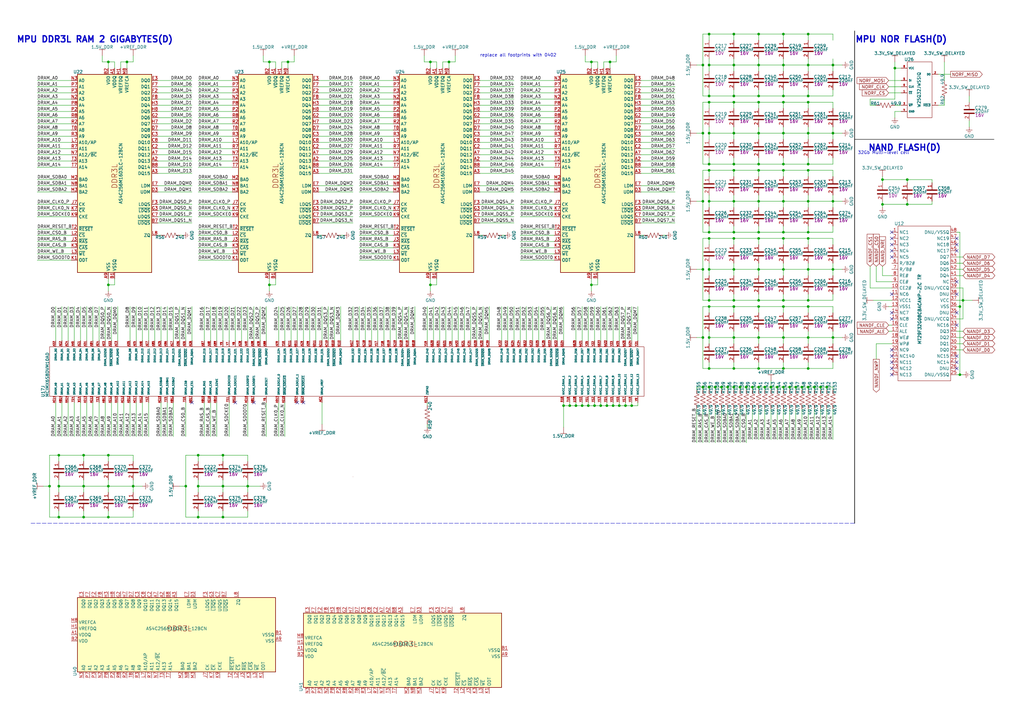
<source format=kicad_sch>
(kicad_sch (version 20230409) (generator eeschema)
  (paper "A3")
  (lib_symbols
    (symbol "awg1000:+VREF_DDR" (power) (pin_names (offset 0))
      (property "Value" "+VREF_DDR" (at 0 3.556 0))
      (symbol "+VREF_DDR_1_1"
        (pin power_in line (at 0 0 90) (length 0) hide (name "+VREF_DDR") (number "1"))
      )
    )
    (symbol "awg1000:1.5V_DDR" (power) (pin_names (offset 0))
      (property "Value" "1.5V_DDR" (at 0 3.556 0))
      (symbol "1.5V_DDR_1_1"
        (pin power_in line (at 0 0 90) (length 0) hide (name "1.5V_DDR") (number "1"))
      )
    )
    (symbol "awg1000:3.3V_SW_DELAYED" (power) (pin_names (offset 0))
      (property "Value" "3.3V_SW_DELAYED" (at 0 3.556 0))
      (symbol "3.3V_SW_DELAYED_1_1"
        (pin power_in line (at 0 0 90) (length 0) hide (name "3.3V_SW_DELAYED") (number "1"))
      )
    )
    (symbol "awg1000:AS4C256M16D3LC-12BCN"
      (property "Reference" "U" (at 2.794 1.016 0))
      (property "Value" "AS4C256M16D3LC-12BCN" (at 20.32 -40.64 90))
      (symbol "AS4C256M16D3LC-12BCN_0_1"
        (pin power_in line (at 17.78 2.54 270) (length 2.54) (name "VDDQ") (number "A1"))
        (pin passive line (at 17.78 2.54 270) (length 2.54) hide (name "VDDQ") (number "A8"))
        (pin power_in line (at 15.24 -83.82 90) (length 2.54) (name "VSS") (number "A9"))
        (pin power_in line (at 17.78 -83.82 90) (length 2.54) (name "VSSQ") (number "B1"))
        (pin power_in line (at 15.24 2.54 270) (length 2.54) (name "VDD") (number "B2"))
        (pin passive line (at 15.24 -83.82 90) (length 2.54) hide (name "VSS") (number "B3"))
        (pin passive line (at 17.78 -83.82 90) (length 2.54) hide (name "VSSQ") (number "B9"))
        (pin passive line (at 17.78 2.54 270) (length 2.54) hide (name "VDDQ") (number "C1"))
        (pin passive line (at 17.78 2.54 270) (length 2.54) hide (name "VDDQ") (number "C9"))
        (pin passive line (at 17.78 -83.82 90) (length 2.54) hide (name "VSSQ") (number "D1"))
        (pin passive line (at 17.78 2.54 270) (length 2.54) hide (name "VDDQ") (number "D2"))
        (pin passive line (at 17.78 -83.82 90) (length 2.54) hide (name "VSSQ") (number "D8"))
        (pin passive line (at 15.24 2.54 270) (length 2.54) hide (name "VDD") (number "D9"))
        (pin passive line (at 15.24 -83.82 90) (length 2.54) hide (name "VSS") (number "E1"))
        (pin passive line (at 17.78 -83.82 90) (length 2.54) hide (name "VSSQ") (number "E2"))
        (pin bidirectional line (at 35.56 -2.54 180) (length 2.54) (name "DQ0") (number "E3"))
        (pin passive line (at 17.78 -83.82 90) (length 2.54) hide (name "VSSQ") (number "E8"))
        (pin passive line (at 17.78 2.54 270) (length 2.54) hide (name "VDDQ") (number "E9"))
        (pin passive line (at 17.78 2.54 270) (length 2.54) hide (name "VDDQ") (number "F1"))
        (pin bidirectional line (at 35.56 -7.62 180) (length 2.54) (name "DQ2") (number "F2"))
        (pin bidirectional line (at 35.56 -5.08 180) (length 2.54) (name "DQ1") (number "F7"))
        (pin bidirectional line (at 35.56 -10.16 180) (length 2.54) (name "DQ3") (number "F8"))
        (pin passive line (at 17.78 -83.82 90) (length 2.54) hide (name "VSSQ") (number "F9"))
        (pin passive line (at 17.78 -83.82 90) (length 2.54) hide (name "VSSQ") (number "G1"))
        (pin bidirectional line (at 35.56 -17.78 180) (length 2.54) (name "DQ6") (number "G2"))
        (pin passive line (at 15.24 2.54 270) (length 2.54) hide (name "VDD") (number "G7"))
        (pin passive line (at 15.24 -83.82 90) (length 2.54) hide (name "VSS") (number "G8"))
        (pin passive line (at 17.78 -83.82 90) (length 2.54) hide (name "VSSQ") (number "G9"))
        (pin power_in line (at 20.32 2.54 270) (length 2.54) (name "VREFDQ") (number "H1"))
        (pin passive line (at 17.78 2.54 270) (length 2.54) hide (name "VDDQ") (number "H2"))
        (pin bidirectional line (at 35.56 -12.7 180) (length 2.54) (name "DQ4") (number "H3"))
        (pin bidirectional line (at 35.56 -20.32 180) (length 2.54) (name "DQ7") (number "H7"))
        (pin bidirectional line (at 35.56 -15.24 180) (length 2.54) (name "DQ5") (number "H8"))
        (pin passive line (at 17.78 2.54 270) (length 2.54) hide (name "VDDQ") (number "H9"))
        (pin passive line (at 15.24 -83.82 90) (length 2.54) hide (name "VSS") (number "J2"))
        (pin passive line (at 15.24 -83.82 90) (length 2.54) hide (name "VSS") (number "J8"))
        (pin passive line (at 15.24 2.54 270) (length 2.54) hide (name "VDD") (number "K2"))
        (pin passive line (at 15.24 2.54 270) (length 2.54) hide (name "VDD") (number "K8"))
        (pin input line (at 0 -66.04 0) (length 2.54) (name "~{CS}") (number "L2"))
        (pin input line (at 0 -27.94 0) (length 2.54) (name "A10/AP") (number "L7"))
        (pin passive line (at 15.24 -83.82 90) (length 2.54) hide (name "VSS") (number "M1"))
        (pin passive line (at 15.24 -83.82 90) (length 2.54) hide (name "VSS") (number "M9"))
        (pin passive line (at 15.24 2.54 270) (length 2.54) hide (name "VDD") (number "N1"))
        (pin input line (at 0 -10.16 0) (length 2.54) (name "A3") (number "N2"))
        (pin input line (at 0 -2.54 0) (length 2.54) (name "A0") (number "N3"))
        (pin input line (at 0 -33.02 0) (length 2.54) (name "A12/~{BC}") (number "N7"))
        (pin passive line (at 15.24 2.54 270) (length 2.54) hide (name "VDD") (number "N9"))
        (pin passive line (at 15.24 -83.82 90) (length 2.54) hide (name "VSS") (number "P1"))
        (pin input line (at 0 -15.24 0) (length 2.54) (name "A5") (number "P2"))
        (pin input line (at 0 -7.62 0) (length 2.54) (name "A2") (number "P3"))
        (pin input line (at 0 -5.08 0) (length 2.54) (name "A1") (number "P7"))
        (pin input line (at 0 -12.7 0) (length 2.54) (name "A4") (number "P8"))
        (pin passive line (at 15.24 -83.82 90) (length 2.54) hide (name "VSS") (number "P9"))
        (pin passive line (at 15.24 2.54 270) (length 2.54) hide (name "VDD") (number "R1"))
        (pin input line (at 0 -20.32 0) (length 2.54) (name "A7") (number "R2"))
        (pin input line (at 0 -25.4 0) (length 2.54) (name "A9") (number "R3"))
        (pin input line (at 0 -30.48 0) (length 2.54) (name "A11") (number "R7"))
        (pin input line (at 0 -17.78 0) (length 2.54) (name "A6") (number "R8"))
        (pin passive line (at 15.24 2.54 270) (length 2.54) hide (name "VDD") (number "R9"))
        (pin passive line (at 15.24 -83.82 90) (length 2.54) hide (name "VSS") (number "T1"))
        (pin input line (at 0 -63.5 0) (length 2.54) (name "~{RESET}") (number "T2"))
        (pin input line (at 0 -35.56 0) (length 2.54) (name "A13") (number "T3"))
        (pin input line (at 0 -38.1 0) (length 2.54) (name "A14") (number "T7"))
        (pin input line (at 0 -22.86 0) (length 2.54) (name "A8") (number "T8"))
        (pin passive line (at 15.24 -83.82 90) (length 2.54) hide (name "VSS") (number "T9"))
      )
      (symbol "AS4C256M16D3LC-12BCN_1_1"
        (text "DDR3L" (at 19.05 -46.99 900) (effects (font (size 2.1336 2.1336)) (justify left bottom)))
        (pin bidirectional line (at 35.56 -35.56 180) (length 2.54) (name "DQ13") (number "A2"))
        (pin bidirectional line (at 35.56 -40.64 180) (length 2.54) (name "DQ15") (number "A3"))
        (pin bidirectional line (at 35.56 -33.02 180) (length 2.54) (name "DQ12") (number "A7"))
        (pin bidirectional line (at 35.56 -60.96 180) (length 2.54) (name "~{UDQS}") (number "B7"))
        (pin bidirectional line (at 35.56 -38.1 180) (length 2.54) (name "DQ14") (number "B8"))
        (pin bidirectional line (at 35.56 -30.48 180) (length 2.54) (name "DQ11") (number "C2"))
        (pin bidirectional line (at 35.56 -25.4 180) (length 2.54) (name "DQ9") (number "C3"))
        (pin bidirectional line (at 35.56 -58.42 180) (length 2.54) (name "UDQS") (number "C7"))
        (pin bidirectional line (at 35.56 -27.94 180) (length 2.54) (name "DQ10") (number "C8"))
        (pin input line (at 35.56 -48.26 180) (length 2.54) (name "UDM") (number "D3"))
        (pin bidirectional line (at 35.56 -22.86 180) (length 2.54) (name "DQ8") (number "D7"))
        (pin input line (at 35.56 -45.72 180) (length 2.54) (name "LDM") (number "E7"))
        (pin bidirectional line (at 35.56 -53.34 180) (length 2.54) (name "LDQS") (number "F3"))
        (pin bidirectional line (at 35.56 -55.88 180) (length 2.54) (name "~{LDQS}") (number "G3"))
        (pin no_connect line (at 35.56 -68.58 180) (length 2.54) hide (name "NC") (number "J1"))
        (pin input line (at 0 -68.58 0) (length 2.54) (name "~{RAS}") (number "J3"))
        (pin input line (at 0 -53.34 0) (length 2.54) (name "CK") (number "J7"))
        (pin no_connect line (at 35.56 -71.12 180) (length 2.54) hide (name "NC") (number "J9"))
        (pin input line (at 0 -76.2 0) (length 2.54) (name "ODT") (number "K1"))
        (pin input line (at 0 -71.12 0) (length 2.54) (name "~{CAS}") (number "K3"))
        (pin input line (at 0 -55.88 0) (length 2.54) (name "~{CK}") (number "K7"))
        (pin input line (at 0 -58.42 0) (length 2.54) (name "CKE") (number "K9"))
        (pin no_connect line (at 35.56 -73.66 180) (length 2.54) hide (name "NC") (number "L1"))
        (pin input line (at 0 -73.66 0) (length 2.54) (name "~{WE}") (number "L3"))
        (pin input line (at 35.56 -66.04 180) (length 2.54) (name "ZQ") (number "L8"))
        (pin no_connect line (at 35.56 -76.2 180) (length 2.54) hide (name "NC") (number "L9"))
        (pin input line (at 0 -43.18 0) (length 2.54) (name "BA0") (number "M2"))
        (pin input line (at 0 -48.26 0) (length 2.54) (name "BA2") (number "M3"))
        (pin no_connect line (at 35.56 -78.74 180) (length 2.54) hide (name "NC") (number "M7"))
        (pin power_in line (at 22.86 2.54 270) (length 2.54) (name "VREFCA") (number "M8"))
        (pin input line (at 0 -45.72 0) (length 2.54) (name "BA1") (number "N8"))
      )
    )
    (symbol "awg1000:CAP_UNPOL" (pin_names (offset 0.254) hide)
      (property "Reference" "C" (at 2.286 1.524 0))
      (property "Value" "CAP_UNPOL" (at 2.286 0 0))
      (property "VOLTAGE" "V" (at 2.413 -1.524 0))
      (symbol "CAP_UNPOL_1_1"
        (pin passive line (at 0 3.81 270) (length 2.794) (name "1") (number "1"))
        (pin passive line (at 0 -3.81 90) (length 2.794) (name "2") (number "2"))
      )
    )
    (symbol "awg1000:CAP_UNPOL_1" (pin_names (offset 0.254) hide)
      (property "Reference" "C" (at 2.286 1.524 0))
      (property "Value" "CAP_UNPOL" (at 2.286 0 0))
      (property "VOLTAGE" "V" (at 2.413 -1.524 0))
      (symbol "CAP_UNPOL_1_1_1"
        (pin passive line (at 0 3.81 270) (length 2.794) (name "1") (number "1"))
        (pin passive line (at 0 -3.81 90) (length 2.794) (name "2") (number "2"))
      )
    )
    (symbol "awg1000:CAP_UNPOL_10" (pin_names (offset 0.254) hide)
      (property "Reference" "C" (at 2.286 1.524 0))
      (property "Value" "CAP_UNPOL" (at 2.286 0 0))
      (property "VOLTAGE" "V" (at 2.413 -1.524 0))
      (symbol "CAP_UNPOL_10_1_1"
        (pin passive line (at 0 3.81 270) (length 2.794) (name "1") (number "1"))
        (pin passive line (at 0 -3.81 90) (length 2.794) (name "2") (number "2"))
      )
    )
    (symbol "awg1000:CAP_UNPOL_11" (pin_names (offset 0.254) hide)
      (property "Reference" "C" (at 2.286 1.524 0))
      (property "Value" "CAP_UNPOL" (at 2.286 0 0))
      (property "VOLTAGE" "V" (at 2.413 -1.524 0))
      (symbol "CAP_UNPOL_11_1_1"
        (pin passive line (at 0 3.81 270) (length 2.794) (name "1") (number "1"))
        (pin passive line (at 0 -3.81 90) (length 2.794) (name "2") (number "2"))
      )
    )
    (symbol "awg1000:CAP_UNPOL_12" (pin_names (offset 0.254) hide)
      (property "Reference" "C" (at 2.286 1.524 0))
      (property "Value" "CAP_UNPOL" (at 2.286 0 0))
      (property "VOLTAGE" "V" (at 2.413 -1.524 0))
      (symbol "CAP_UNPOL_12_1_1"
        (pin passive line (at 0 3.81 270) (length 2.794) (name "1") (number "1"))
        (pin passive line (at 0 -3.81 90) (length 2.794) (name "2") (number "2"))
      )
    )
    (symbol "awg1000:CAP_UNPOL_13" (pin_names (offset 0.254) hide)
      (property "Reference" "C" (at 2.286 1.524 0))
      (property "Value" "CAP_UNPOL" (at 2.286 0 0))
      (property "VOLTAGE" "V" (at 2.413 -1.524 0))
      (symbol "CAP_UNPOL_13_1_1"
        (pin passive line (at 0 3.81 270) (length 2.794) (name "1") (number "1"))
        (pin passive line (at 0 -3.81 90) (length 2.794) (name "2") (number "2"))
      )
    )
    (symbol "awg1000:CAP_UNPOL_14" (pin_names (offset 0.254) hide)
      (property "Reference" "C" (at 2.286 1.524 0))
      (property "Value" "CAP_UNPOL" (at 2.286 0 0))
      (property "VOLTAGE" "V" (at 2.413 -1.524 0))
      (symbol "CAP_UNPOL_14_1_1"
        (pin passive line (at 0 3.81 270) (length 2.794) (name "1") (number "1"))
        (pin passive line (at 0 -3.81 90) (length 2.794) (name "2") (number "2"))
      )
    )
    (symbol "awg1000:CAP_UNPOL_15" (pin_names (offset 0.254) hide)
      (property "Reference" "C" (at 2.286 1.524 0))
      (property "Value" "CAP_UNPOL" (at 2.286 0 0))
      (property "VOLTAGE" "V" (at 2.413 -1.524 0))
      (symbol "CAP_UNPOL_15_1_1"
        (pin passive line (at 0 3.81 270) (length 2.794) (name "1") (number "1"))
        (pin passive line (at 0 -3.81 90) (length 2.794) (name "2") (number "2"))
      )
    )
    (symbol "awg1000:CAP_UNPOL_16" (pin_names (offset 0.254) hide)
      (property "Reference" "C" (at 2.286 1.524 0))
      (property "Value" "CAP_UNPOL" (at 2.286 0 0))
      (property "VOLTAGE" "V" (at 2.413 -1.524 0))
      (symbol "CAP_UNPOL_16_1_1"
        (pin passive line (at 0 3.81 270) (length 2.794) (name "1") (number "1"))
        (pin passive line (at 0 -3.81 90) (length 2.794) (name "2") (number "2"))
      )
    )
    (symbol "awg1000:CAP_UNPOL_17" (pin_names (offset 0.254) hide)
      (property "Reference" "C" (at 2.286 1.524 0))
      (property "Value" "CAP_UNPOL" (at 2.286 0 0))
      (property "VOLTAGE" "V" (at 2.413 -1.524 0))
      (symbol "CAP_UNPOL_17_1_1"
        (pin passive line (at 0 3.81 270) (length 2.794) (name "1") (number "1"))
        (pin passive line (at 0 -3.81 90) (length 2.794) (name "2") (number "2"))
      )
    )
    (symbol "awg1000:CAP_UNPOL_18" (pin_names (offset 0.254) hide)
      (property "Reference" "C" (at 2.286 1.524 0))
      (property "Value" "CAP_UNPOL" (at 2.286 0 0))
      (property "VOLTAGE" "V" (at 2.413 -1.524 0))
      (symbol "CAP_UNPOL_18_1_1"
        (pin passive line (at 0 3.81 270) (length 2.794) (name "1") (number "1"))
        (pin passive line (at 0 -3.81 90) (length 2.794) (name "2") (number "2"))
      )
    )
    (symbol "awg1000:CAP_UNPOL_19" (pin_names (offset 0.254) hide)
      (property "Reference" "C" (at 2.286 1.524 0))
      (property "Value" "CAP_UNPOL" (at 2.286 0 0))
      (property "VOLTAGE" "V" (at 2.413 -1.524 0))
      (symbol "CAP_UNPOL_19_1_1"
        (pin passive line (at 0 3.81 270) (length 2.794) (name "1") (number "1"))
        (pin passive line (at 0 -3.81 90) (length 2.794) (name "2") (number "2"))
      )
    )
    (symbol "awg1000:CAP_UNPOL_2" (pin_names (offset 0.254) hide)
      (property "Reference" "C" (at 2.286 1.524 0))
      (property "Value" "CAP_UNPOL" (at 2.286 0 0))
      (property "VOLTAGE" "V" (at 2.413 -1.524 0))
      (symbol "CAP_UNPOL_2_1_1"
        (pin passive line (at 0 3.81 270) (length 2.794) (name "1") (number "1"))
        (pin passive line (at 0 -3.81 90) (length 2.794) (name "2") (number "2"))
      )
    )
    (symbol "awg1000:CAP_UNPOL_20" (pin_names (offset 0.254) hide)
      (property "Reference" "C" (at 2.286 1.524 0))
      (property "Value" "CAP_UNPOL" (at 2.286 0 0))
      (property "VOLTAGE" "V" (at 2.413 -1.524 0))
      (symbol "CAP_UNPOL_20_1_1"
        (pin passive line (at 0 3.81 270) (length 2.794) (name "1") (number "1"))
        (pin passive line (at 0 -3.81 90) (length 2.794) (name "2") (number "2"))
      )
    )
    (symbol "awg1000:CAP_UNPOL_21" (pin_names (offset 0.254) hide)
      (property "Reference" "C" (at 2.286 1.524 0))
      (property "Value" "CAP_UNPOL" (at 2.286 0 0))
      (property "VOLTAGE" "V" (at 2.413 -1.524 0))
      (symbol "CAP_UNPOL_21_1_1"
        (pin passive line (at 0 3.81 270) (length 2.794) (name "1") (number "1"))
        (pin passive line (at 0 -3.81 90) (length 2.794) (name "2") (number "2"))
      )
    )
    (symbol "awg1000:CAP_UNPOL_22" (pin_names (offset 0.254) hide)
      (property "Reference" "C" (at 2.286 1.524 0))
      (property "Value" "CAP_UNPOL" (at 2.286 0 0))
      (property "VOLTAGE" "V" (at 2.413 -1.524 0))
      (symbol "CAP_UNPOL_22_1_1"
        (pin passive line (at 0 3.81 270) (length 2.794) (name "1") (number "1"))
        (pin passive line (at 0 -3.81 90) (length 2.794) (name "2") (number "2"))
      )
    )
    (symbol "awg1000:CAP_UNPOL_23" (pin_names (offset 0.254) hide)
      (property "Reference" "C" (at 2.286 1.524 0))
      (property "Value" "CAP_UNPOL" (at 2.286 0 0))
      (property "VOLTAGE" "V" (at 2.413 -1.524 0))
      (symbol "CAP_UNPOL_23_1_1"
        (pin passive line (at 0 3.81 270) (length 2.794) (name "1") (number "1"))
        (pin passive line (at 0 -3.81 90) (length 2.794) (name "2") (number "2"))
      )
    )
    (symbol "awg1000:CAP_UNPOL_24" (pin_names (offset 0.254) hide)
      (property "Reference" "C" (at 2.286 1.524 0))
      (property "Value" "CAP_UNPOL" (at 2.286 0 0))
      (property "VOLTAGE" "V" (at 2.413 -1.524 0))
      (symbol "CAP_UNPOL_24_1_1"
        (pin passive line (at 0 3.81 270) (length 2.794) (name "1") (number "1"))
        (pin passive line (at 0 -3.81 90) (length 2.794) (name "2") (number "2"))
      )
    )
    (symbol "awg1000:CAP_UNPOL_25" (pin_names (offset 0.254) hide)
      (property "Reference" "C" (at 2.286 1.524 0))
      (property "Value" "CAP_UNPOL" (at 2.286 0 0))
      (property "VOLTAGE" "V" (at 2.413 -1.524 0))
      (symbol "CAP_UNPOL_25_1_1"
        (pin passive line (at 0 3.81 270) (length 2.794) (name "1") (number "1"))
        (pin passive line (at 0 -3.81 90) (length 2.794) (name "2") (number "2"))
      )
    )
    (symbol "awg1000:CAP_UNPOL_26" (pin_names (offset 0.254) hide)
      (property "Reference" "C" (at 2.286 1.524 0))
      (property "Value" "CAP_UNPOL" (at 2.286 0 0))
      (property "VOLTAGE" "V" (at 2.413 -1.524 0))
      (symbol "CAP_UNPOL_26_1_1"
        (pin passive line (at 0 3.81 270) (length 2.794) (name "1") (number "1"))
        (pin passive line (at 0 -3.81 90) (length 2.794) (name "2") (number "2"))
      )
    )
    (symbol "awg1000:CAP_UNPOL_27" (pin_names (offset 0.254) hide)
      (property "Reference" "C" (at 2.286 1.524 0))
      (property "Value" "CAP_UNPOL" (at 2.286 0 0))
      (property "VOLTAGE" "V" (at 2.413 -1.524 0))
      (symbol "CAP_UNPOL_27_1_1"
        (pin passive line (at 0 3.81 270) (length 2.794) (name "1") (number "1"))
        (pin passive line (at 0 -3.81 90) (length 2.794) (name "2") (number "2"))
      )
    )
    (symbol "awg1000:CAP_UNPOL_28" (pin_names (offset 0.254) hide)
      (property "Reference" "C" (at 2.286 1.524 0))
      (property "Value" "CAP_UNPOL" (at 2.286 0 0))
      (property "VOLTAGE" "V" (at 2.413 -1.524 0))
      (symbol "CAP_UNPOL_28_1_1"
        (pin passive line (at 0 3.81 270) (length 2.794) (name "1") (number "1"))
        (pin passive line (at 0 -3.81 90) (length 2.794) (name "2") (number "2"))
      )
    )
    (symbol "awg1000:CAP_UNPOL_29" (pin_names (offset 0.254) hide)
      (property "Reference" "C" (at 2.286 1.524 0))
      (property "Value" "CAP_UNPOL" (at 2.286 0 0))
      (property "VOLTAGE" "V" (at 2.413 -1.524 0))
      (symbol "CAP_UNPOL_29_1_1"
        (pin passive line (at 0 3.81 270) (length 2.794) (name "1") (number "1"))
        (pin passive line (at 0 -3.81 90) (length 2.794) (name "2") (number "2"))
      )
    )
    (symbol "awg1000:CAP_UNPOL_3" (pin_names (offset 0.254) hide)
      (property "Reference" "C" (at 2.286 1.524 0))
      (property "Value" "CAP_UNPOL" (at 2.286 0 0))
      (property "VOLTAGE" "V" (at 2.413 -1.524 0))
      (symbol "CAP_UNPOL_3_1_1"
        (pin passive line (at 0 3.81 270) (length 2.794) (name "1") (number "1"))
        (pin passive line (at 0 -3.81 90) (length 2.794) (name "2") (number "2"))
      )
    )
    (symbol "awg1000:CAP_UNPOL_30" (pin_names (offset 0.254) hide)
      (property "Reference" "C" (at 2.286 1.524 0))
      (property "Value" "CAP_UNPOL" (at 2.286 0 0))
      (property "VOLTAGE" "V" (at 2.413 -1.524 0))
      (symbol "CAP_UNPOL_30_1_1"
        (pin passive line (at 0 3.81 270) (length 2.794) (name "1") (number "1"))
        (pin passive line (at 0 -3.81 90) (length 2.794) (name "2") (number "2"))
      )
    )
    (symbol "awg1000:CAP_UNPOL_31" (pin_names (offset 0.254) hide)
      (property "Reference" "C" (at 2.286 1.524 0))
      (property "Value" "CAP_UNPOL" (at 2.286 0 0))
      (property "VOLTAGE" "V" (at 2.413 -1.524 0))
      (symbol "CAP_UNPOL_31_1_1"
        (pin passive line (at 0 3.81 270) (length 2.794) (name "1") (number "1"))
        (pin passive line (at 0 -3.81 90) (length 2.794) (name "2") (number "2"))
      )
    )
    (symbol "awg1000:CAP_UNPOL_32" (pin_names (offset 0.254) hide)
      (property "Reference" "C" (at 2.286 1.524 0))
      (property "Value" "CAP_UNPOL" (at 2.286 0 0))
      (property "VOLTAGE" "V" (at 2.413 -1.524 0))
      (symbol "CAP_UNPOL_32_1_1"
        (pin passive line (at 0 3.81 270) (length 2.794) (name "1") (number "1"))
        (pin passive line (at 0 -3.81 90) (length 2.794) (name "2") (number "2"))
      )
    )
    (symbol "awg1000:CAP_UNPOL_33" (pin_names (offset 0.254) hide)
      (property "Reference" "C" (at 2.286 1.524 0))
      (property "Value" "CAP_UNPOL" (at 2.286 0 0))
      (property "VOLTAGE" "V" (at 2.413 -1.524 0))
      (symbol "CAP_UNPOL_33_1_1"
        (pin passive line (at 0 3.81 270) (length 2.794) (name "1") (number "1"))
        (pin passive line (at 0 -3.81 90) (length 2.794) (name "2") (number "2"))
      )
    )
    (symbol "awg1000:CAP_UNPOL_34" (pin_names (offset 0.254) hide)
      (property "Reference" "C" (at 2.286 1.524 0))
      (property "Value" "CAP_UNPOL" (at 2.286 0 0))
      (property "VOLTAGE" "V" (at 2.413 -1.524 0))
      (symbol "CAP_UNPOL_34_1_1"
        (pin passive line (at 0 3.81 270) (length 2.794) (name "1") (number "1"))
        (pin passive line (at 0 -3.81 90) (length 2.794) (name "2") (number "2"))
      )
    )
    (symbol "awg1000:CAP_UNPOL_35" (pin_names (offset 0.254) hide)
      (property "Reference" "C" (at 2.286 1.524 0))
      (property "Value" "CAP_UNPOL" (at 2.286 0 0))
      (property "VOLTAGE" "V" (at 2.413 -1.524 0))
      (symbol "CAP_UNPOL_35_1_1"
        (pin passive line (at 0 3.81 270) (length 2.794) (name "1") (number "1"))
        (pin passive line (at 0 -3.81 90) (length 2.794) (name "2") (number "2"))
      )
    )
    (symbol "awg1000:CAP_UNPOL_36" (pin_names (offset 0.254) hide)
      (property "Reference" "C" (at 2.286 1.524 0))
      (property "Value" "CAP_UNPOL" (at 2.286 0 0))
      (property "VOLTAGE" "V" (at 2.413 -1.524 0))
      (symbol "CAP_UNPOL_36_1_1"
        (pin passive line (at 0 3.81 270) (length 2.794) (name "1") (number "1"))
        (pin passive line (at 0 -3.81 90) (length 2.794) (name "2") (number "2"))
      )
    )
    (symbol "awg1000:CAP_UNPOL_37" (pin_names (offset 0.254) hide)
      (property "Reference" "C" (at 2.286 1.524 0))
      (property "Value" "CAP_UNPOL" (at 2.286 0 0))
      (property "VOLTAGE" "V" (at 2.413 -1.524 0))
      (symbol "CAP_UNPOL_37_1_1"
        (pin passive line (at 0 3.81 270) (length 2.794) (name "1") (number "1"))
        (pin passive line (at 0 -3.81 90) (length 2.794) (name "2") (number "2"))
      )
    )
    (symbol "awg1000:CAP_UNPOL_38" (pin_names (offset 0.254) hide)
      (property "Reference" "C" (at 2.286 1.524 0))
      (property "Value" "CAP_UNPOL" (at 2.286 0 0))
      (property "VOLTAGE" "V" (at 2.413 -1.524 0))
      (symbol "CAP_UNPOL_38_1_1"
        (pin passive line (at 0 3.81 270) (length 2.794) (name "1") (number "1"))
        (pin passive line (at 0 -3.81 90) (length 2.794) (name "2") (number "2"))
      )
    )
    (symbol "awg1000:CAP_UNPOL_39" (pin_names (offset 0.254) hide)
      (property "Reference" "C" (at 2.286 1.524 0))
      (property "Value" "CAP_UNPOL" (at 2.286 0 0))
      (property "VOLTAGE" "V" (at 2.413 -1.524 0))
      (symbol "CAP_UNPOL_39_1_1"
        (pin passive line (at 0 3.81 270) (length 2.794) (name "1") (number "1"))
        (pin passive line (at 0 -3.81 90) (length 2.794) (name "2") (number "2"))
      )
    )
    (symbol "awg1000:CAP_UNPOL_4" (pin_names (offset 0.254) hide)
      (property "Reference" "C" (at 2.286 1.524 0))
      (property "Value" "CAP_UNPOL" (at 2.286 0 0))
      (property "VOLTAGE" "V" (at 2.413 -1.524 0))
      (symbol "CAP_UNPOL_4_1_1"
        (pin passive line (at 0 3.81 270) (length 2.794) (name "1") (number "1"))
        (pin passive line (at 0 -3.81 90) (length 2.794) (name "2") (number "2"))
      )
    )
    (symbol "awg1000:CAP_UNPOL_40" (pin_names (offset 0.254) hide)
      (property "Reference" "C" (at 2.286 1.524 0))
      (property "Value" "CAP_UNPOL" (at 2.286 0 0))
      (property "VOLTAGE" "V" (at 2.413 -1.524 0))
      (symbol "CAP_UNPOL_40_1_1"
        (pin passive line (at 0 3.81 270) (length 2.794) (name "1") (number "1"))
        (pin passive line (at 0 -3.81 90) (length 2.794) (name "2") (number "2"))
      )
    )
    (symbol "awg1000:CAP_UNPOL_41" (pin_names (offset 0.254) hide)
      (property "Reference" "C" (at 2.286 1.524 0))
      (property "Value" "CAP_UNPOL" (at 2.286 0 0))
      (property "VOLTAGE" "V" (at 2.413 -1.524 0))
      (symbol "CAP_UNPOL_41_1_1"
        (pin passive line (at 0 3.81 270) (length 2.794) (name "1") (number "1"))
        (pin passive line (at 0 -3.81 90) (length 2.794) (name "2") (number "2"))
      )
    )
    (symbol "awg1000:CAP_UNPOL_42" (pin_names (offset 0.254) hide)
      (property "Reference" "C" (at 2.286 1.524 0))
      (property "Value" "CAP_UNPOL" (at 2.286 0 0))
      (property "VOLTAGE" "V" (at 2.413 -1.524 0))
      (symbol "CAP_UNPOL_42_1_1"
        (pin passive line (at 0 3.81 270) (length 2.794) (name "1") (number "1"))
        (pin passive line (at 0 -3.81 90) (length 2.794) (name "2") (number "2"))
      )
    )
    (symbol "awg1000:CAP_UNPOL_43" (pin_names (offset 0.254) hide)
      (property "Reference" "C" (at 2.286 1.524 0))
      (property "Value" "CAP_UNPOL" (at 2.286 0 0))
      (property "VOLTAGE" "V" (at 2.413 -1.524 0))
      (symbol "CAP_UNPOL_43_1_1"
        (pin passive line (at 0 3.81 270) (length 2.794) (name "1") (number "1"))
        (pin passive line (at 0 -3.81 90) (length 2.794) (name "2") (number "2"))
      )
    )
    (symbol "awg1000:CAP_UNPOL_44" (pin_names (offset 0.254) hide)
      (property "Reference" "C" (at 2.286 1.524 0))
      (property "Value" "CAP_UNPOL" (at 2.286 0 0))
      (property "VOLTAGE" "V" (at 2.413 -1.524 0))
      (symbol "CAP_UNPOL_44_1_1"
        (pin passive line (at 0 3.81 270) (length 2.794) (name "1") (number "1"))
        (pin passive line (at 0 -3.81 90) (length 2.794) (name "2") (number "2"))
      )
    )
    (symbol "awg1000:CAP_UNPOL_45" (pin_names (offset 0.254) hide)
      (property "Reference" "C" (at 2.286 1.524 0))
      (property "Value" "CAP_UNPOL" (at 2.286 0 0))
      (property "VOLTAGE" "V" (at 2.413 -1.524 0))
      (symbol "CAP_UNPOL_45_1_1"
        (pin passive line (at 0 3.81 270) (length 2.794) (name "1") (number "1"))
        (pin passive line (at 0 -3.81 90) (length 2.794) (name "2") (number "2"))
      )
    )
    (symbol "awg1000:CAP_UNPOL_46" (pin_names (offset 0.254) hide)
      (property "Reference" "C" (at 2.286 1.524 0))
      (property "Value" "CAP_UNPOL" (at 2.286 0 0))
      (property "VOLTAGE" "V" (at 2.413 -1.524 0))
      (symbol "CAP_UNPOL_46_1_1"
        (pin passive line (at 0 3.81 270) (length 2.794) (name "1") (number "1"))
        (pin passive line (at 0 -3.81 90) (length 2.794) (name "2") (number "2"))
      )
    )
    (symbol "awg1000:CAP_UNPOL_47" (pin_names (offset 0.254) hide)
      (property "Reference" "C" (at 2.286 1.524 0))
      (property "Value" "CAP_UNPOL" (at 2.286 0 0))
      (property "VOLTAGE" "V" (at 2.413 -1.524 0))
      (symbol "CAP_UNPOL_47_1_1"
        (pin passive line (at 0 3.81 270) (length 2.794) (name "1") (number "1"))
        (pin passive line (at 0 -3.81 90) (length 2.794) (name "2") (number "2"))
      )
    )
    (symbol "awg1000:CAP_UNPOL_48" (pin_names (offset 0.254) hide)
      (property "Reference" "C" (at 2.286 1.524 0))
      (property "Value" "CAP_UNPOL" (at 2.286 0 0))
      (property "VOLTAGE" "V" (at 2.413 -1.524 0))
      (symbol "CAP_UNPOL_48_1_1"
        (pin passive line (at 0 3.81 270) (length 2.794) (name "1") (number "1"))
        (pin passive line (at 0 -3.81 90) (length 2.794) (name "2") (number "2"))
      )
    )
    (symbol "awg1000:CAP_UNPOL_49" (pin_names (offset 0.254) hide)
      (property "Reference" "C" (at 2.286 1.524 0))
      (property "Value" "CAP_UNPOL" (at 2.286 0 0))
      (property "VOLTAGE" "V" (at 2.413 -1.524 0))
      (symbol "CAP_UNPOL_49_1_1"
        (pin passive line (at 0 3.81 270) (length 2.794) (name "1") (number "1"))
        (pin passive line (at 0 -3.81 90) (length 2.794) (name "2") (number "2"))
      )
    )
    (symbol "awg1000:CAP_UNPOL_5" (pin_names (offset 0.254) hide)
      (property "Reference" "C" (at 2.286 1.524 0))
      (property "Value" "CAP_UNPOL" (at 2.286 0 0))
      (property "VOLTAGE" "V" (at 2.413 -1.524 0))
      (symbol "CAP_UNPOL_5_1_1"
        (pin passive line (at 0 3.81 270) (length 2.794) (name "1") (number "1"))
        (pin passive line (at 0 -3.81 90) (length 2.794) (name "2") (number "2"))
      )
    )
    (symbol "awg1000:CAP_UNPOL_50" (pin_names (offset 0.254) hide)
      (property "Reference" "C" (at 2.286 1.524 0))
      (property "Value" "CAP_UNPOL" (at 2.286 0 0))
      (property "VOLTAGE" "V" (at 2.413 -1.524 0))
      (symbol "CAP_UNPOL_50_1_1"
        (pin passive line (at 0 3.81 270) (length 2.794) (name "1") (number "1"))
        (pin passive line (at 0 -3.81 90) (length 2.794) (name "2") (number "2"))
      )
    )
    (symbol "awg1000:CAP_UNPOL_51" (pin_names (offset 0.254) hide)
      (property "Reference" "C" (at 2.286 1.524 0))
      (property "Value" "CAP_UNPOL" (at 2.286 0 0))
      (property "VOLTAGE" "V" (at 2.413 -1.524 0))
      (symbol "CAP_UNPOL_51_1_1"
        (pin passive line (at 0 3.81 270) (length 2.794) (name "1") (number "1"))
        (pin passive line (at 0 -3.81 90) (length 2.794) (name "2") (number "2"))
      )
    )
    (symbol "awg1000:CAP_UNPOL_52" (pin_names (offset 0.254) hide)
      (property "Reference" "C" (at 2.286 1.524 0))
      (property "Value" "CAP_UNPOL" (at 2.286 0 0))
      (property "VOLTAGE" "V" (at 2.413 -1.524 0))
      (symbol "CAP_UNPOL_52_1_1"
        (pin passive line (at 0 3.81 270) (length 2.794) (name "1") (number "1"))
        (pin passive line (at 0 -3.81 90) (length 2.794) (name "2") (number "2"))
      )
    )
    (symbol "awg1000:CAP_UNPOL_53" (pin_names (offset 0.254) hide)
      (property "Reference" "C" (at 2.286 1.524 0))
      (property "Value" "CAP_UNPOL" (at 2.286 0 0))
      (property "VOLTAGE" "V" (at 2.413 -1.524 0))
      (symbol "CAP_UNPOL_53_1_1"
        (pin passive line (at 0 3.81 270) (length 2.794) (name "1") (number "1"))
        (pin passive line (at 0 -3.81 90) (length 2.794) (name "2") (number "2"))
      )
    )
    (symbol "awg1000:CAP_UNPOL_54" (pin_names (offset 0.254) hide)
      (property "Reference" "C" (at 2.286 1.524 0))
      (property "Value" "CAP_UNPOL" (at 2.286 0 0))
      (property "VOLTAGE" "V" (at 2.413 -1.524 0))
      (symbol "CAP_UNPOL_54_1_1"
        (pin passive line (at 0 3.81 270) (length 2.794) (name "1") (number "1"))
        (pin passive line (at 0 -3.81 90) (length 2.794) (name "2") (number "2"))
      )
    )
    (symbol "awg1000:CAP_UNPOL_55" (pin_names (offset 0.254) hide)
      (property "Reference" "C" (at 2.286 1.524 0))
      (property "Value" "CAP_UNPOL" (at 2.286 0 0))
      (property "VOLTAGE" "V" (at 2.413 -1.524 0))
      (symbol "CAP_UNPOL_55_1_1"
        (pin passive line (at 0 3.81 270) (length 2.794) (name "1") (number "1"))
        (pin passive line (at 0 -3.81 90) (length 2.794) (name "2") (number "2"))
      )
    )
    (symbol "awg1000:CAP_UNPOL_56" (pin_names (offset 0.254) hide)
      (property "Reference" "C" (at 2.286 1.524 0))
      (property "Value" "CAP_UNPOL" (at 2.286 0 0))
      (property "VOLTAGE" "V" (at 2.413 -1.524 0))
      (symbol "CAP_UNPOL_56_1_1"
        (pin passive line (at 0 3.81 270) (length 2.794) (name "1") (number "1"))
        (pin passive line (at 0 -3.81 90) (length 2.794) (name "2") (number "2"))
      )
    )
    (symbol "awg1000:CAP_UNPOL_57" (pin_names (offset 0.254) hide)
      (property "Reference" "C" (at 2.286 1.524 0))
      (property "Value" "CAP_UNPOL" (at 2.286 0 0))
      (property "VOLTAGE" "V" (at 2.413 -1.524 0))
      (symbol "CAP_UNPOL_57_1_1"
        (pin passive line (at 0 3.81 270) (length 2.794) (name "1") (number "1"))
        (pin passive line (at 0 -3.81 90) (length 2.794) (name "2") (number "2"))
      )
    )
    (symbol "awg1000:CAP_UNPOL_58" (pin_names (offset 0.254) hide)
      (property "Reference" "C" (at 2.286 1.524 0))
      (property "Value" "CAP_UNPOL" (at 2.286 0 0))
      (property "VOLTAGE" "V" (at 2.413 -1.524 0))
      (symbol "CAP_UNPOL_58_1_1"
        (pin passive line (at 0 3.81 270) (length 2.794) (name "1") (number "1"))
        (pin passive line (at 0 -3.81 90) (length 2.794) (name "2") (number "2"))
      )
    )
    (symbol "awg1000:CAP_UNPOL_59" (pin_names (offset 0.254) hide)
      (property "Reference" "C" (at 2.286 1.524 0))
      (property "Value" "CAP_UNPOL" (at 2.286 0 0))
      (property "VOLTAGE" "V" (at 2.413 -1.524 0))
      (symbol "CAP_UNPOL_59_1_1"
        (pin passive line (at 0 3.81 270) (length 2.794) (name "1") (number "1"))
        (pin passive line (at 0 -3.81 90) (length 2.794) (name "2") (number "2"))
      )
    )
    (symbol "awg1000:CAP_UNPOL_6" (pin_names (offset 0.254) hide)
      (property "Reference" "C" (at 2.286 1.524 0))
      (property "Value" "CAP_UNPOL" (at 2.286 0 0))
      (property "VOLTAGE" "V" (at 2.413 -1.524 0))
      (symbol "CAP_UNPOL_6_1_1"
        (pin passive line (at 0 3.81 270) (length 2.794) (name "1") (number "1"))
        (pin passive line (at 0 -3.81 90) (length 2.794) (name "2") (number "2"))
      )
    )
    (symbol "awg1000:CAP_UNPOL_60" (pin_names (offset 0.254) hide)
      (property "Reference" "C" (at 2.286 1.524 0))
      (property "Value" "CAP_UNPOL" (at 2.286 0 0))
      (property "VOLTAGE" "V" (at 2.413 -1.524 0))
      (symbol "CAP_UNPOL_60_1_1"
        (pin passive line (at 0 3.81 270) (length 2.794) (name "1") (number "1"))
        (pin passive line (at 0 -3.81 90) (length 2.794) (name "2") (number "2"))
      )
    )
    (symbol "awg1000:CAP_UNPOL_61" (pin_names (offset 0.254) hide)
      (property "Reference" "C" (at 2.286 1.524 0))
      (property "Value" "CAP_UNPOL" (at 2.286 0 0))
      (property "VOLTAGE" "V" (at 2.413 -1.524 0))
      (symbol "CAP_UNPOL_61_1_1"
        (pin passive line (at 0 3.81 270) (length 2.794) (name "1") (number "1"))
        (pin passive line (at 0 -3.81 90) (length 2.794) (name "2") (number "2"))
      )
    )
    (symbol "awg1000:CAP_UNPOL_62" (pin_names (offset 0.254) hide)
      (property "Reference" "C" (at 2.286 1.524 0))
      (property "Value" "CAP_UNPOL" (at 2.286 0 0))
      (property "VOLTAGE" "V" (at 2.413 -1.524 0))
      (symbol "CAP_UNPOL_62_1_1"
        (pin passive line (at 0 3.81 270) (length 2.794) (name "1") (number "1"))
        (pin passive line (at 0 -3.81 90) (length 2.794) (name "2") (number "2"))
      )
    )
    (symbol "awg1000:CAP_UNPOL_63" (pin_names (offset 0.254) hide)
      (property "Reference" "C" (at 2.286 1.524 0))
      (property "Value" "CAP_UNPOL" (at 2.286 0 0))
      (property "VOLTAGE" "V" (at 2.413 -1.524 0))
      (symbol "CAP_UNPOL_63_1_1"
        (pin passive line (at 0 3.81 270) (length 2.794) (name "1") (number "1"))
        (pin passive line (at 0 -3.81 90) (length 2.794) (name "2") (number "2"))
      )
    )
    (symbol "awg1000:CAP_UNPOL_64" (pin_names (offset 0.254) hide)
      (property "Reference" "C" (at 2.286 1.524 0))
      (property "Value" "CAP_UNPOL" (at 2.286 0 0))
      (property "VOLTAGE" "V" (at 2.413 -1.524 0))
      (symbol "CAP_UNPOL_64_1_1"
        (pin passive line (at 0 3.81 270) (length 2.794) (name "1") (number "1"))
        (pin passive line (at 0 -3.81 90) (length 2.794) (name "2") (number "2"))
      )
    )
    (symbol "awg1000:CAP_UNPOL_65" (pin_names (offset 0.254) hide)
      (property "Reference" "C" (at 2.286 1.524 0))
      (property "Value" "CAP_UNPOL" (at 2.286 0 0))
      (property "VOLTAGE" "V" (at 2.413 -1.524 0))
      (symbol "CAP_UNPOL_65_1_1"
        (pin passive line (at 0 3.81 270) (length 2.794) (name "1") (number "1"))
        (pin passive line (at 0 -3.81 90) (length 2.794) (name "2") (number "2"))
      )
    )
    (symbol "awg1000:CAP_UNPOL_66" (pin_names (offset 0.254) hide)
      (property "Reference" "C" (at 2.286 1.524 0))
      (property "Value" "CAP_UNPOL" (at 2.286 0 0))
      (property "VOLTAGE" "V" (at 2.413 -1.524 0))
      (symbol "CAP_UNPOL_66_1_1"
        (pin passive line (at 0 3.81 270) (length 2.794) (name "1") (number "1"))
        (pin passive line (at 0 -3.81 90) (length 2.794) (name "2") (number "2"))
      )
    )
    (symbol "awg1000:CAP_UNPOL_68" (pin_names (offset 0.254) hide)
      (property "Reference" "C" (at 2.286 1.524 0))
      (property "Value" "CAP_UNPOL" (at 2.286 0 0))
      (property "VOLTAGE" "V" (at 2.413 -1.524 0))
      (symbol "CAP_UNPOL_68_1_1"
        (pin passive line (at 0 3.81 270) (length 2.794) (name "1") (number "1"))
        (pin passive line (at 0 -3.81 90) (length 2.794) (name "2") (number "2"))
      )
    )
    (symbol "awg1000:CAP_UNPOL_69" (pin_names (offset 0.254) hide)
      (property "Reference" "C" (at 2.286 1.524 0))
      (property "Value" "CAP_UNPOL" (at 2.286 0 0))
      (property "VOLTAGE" "V" (at 2.413 -1.524 0))
      (symbol "CAP_UNPOL_69_1_1"
        (pin passive line (at 0 3.81 270) (length 2.794) (name "1") (number "1"))
        (pin passive line (at 0 -3.81 90) (length 2.794) (name "2") (number "2"))
      )
    )
    (symbol "awg1000:CAP_UNPOL_7" (pin_names (offset 0.254) hide)
      (property "Reference" "C" (at 2.286 1.524 0))
      (property "Value" "CAP_UNPOL" (at 2.286 0 0))
      (property "VOLTAGE" "V" (at 2.413 -1.524 0))
      (symbol "CAP_UNPOL_7_1_1"
        (pin passive line (at 0 3.81 270) (length 2.794) (name "1") (number "1"))
        (pin passive line (at 0 -3.81 90) (length 2.794) (name "2") (number "2"))
      )
    )
    (symbol "awg1000:CAP_UNPOL_70" (pin_names (offset 0.254) hide)
      (property "Reference" "C" (at 2.286 1.524 0))
      (property "Value" "CAP_UNPOL" (at 2.286 0 0))
      (property "VOLTAGE" "V" (at 2.413 -1.524 0))
      (symbol "CAP_UNPOL_70_1_1"
        (pin passive line (at 0 3.81 270) (length 2.794) (name "1") (number "1"))
        (pin passive line (at 0 -3.81 90) (length 2.794) (name "2") (number "2"))
      )
    )
    (symbol "awg1000:CAP_UNPOL_71" (pin_names (offset 0.254) hide)
      (property "Reference" "C" (at 2.286 1.524 0))
      (property "Value" "CAP_UNPOL" (at 2.286 0 0))
      (property "VOLTAGE" "V" (at 2.413 -1.524 0))
      (symbol "CAP_UNPOL_71_1_1"
        (pin passive line (at 0 3.81 270) (length 2.794) (name "1") (number "1"))
        (pin passive line (at 0 -3.81 90) (length 2.794) (name "2") (number "2"))
      )
    )
    (symbol "awg1000:CAP_UNPOL_72" (pin_names (offset 0.254) hide)
      (property "Reference" "C" (at 2.286 1.524 0))
      (property "Value" "CAP_UNPOL" (at 2.286 0 0))
      (property "VOLTAGE" "V" (at 2.413 -1.524 0))
      (symbol "CAP_UNPOL_72_1_1"
        (pin passive line (at 0 3.81 270) (length 2.794) (name "1") (number "1"))
        (pin passive line (at 0 -3.81 90) (length 2.794) (name "2") (number "2"))
      )
    )
    (symbol "awg1000:CAP_UNPOL_73" (pin_names (offset 0.254) hide)
      (property "Reference" "C" (at 2.286 1.524 0))
      (property "Value" "CAP_UNPOL" (at 2.286 0 0))
      (property "VOLTAGE" "V" (at 2.413 -1.524 0))
      (symbol "CAP_UNPOL_73_1_1"
        (pin passive line (at 0 3.81 270) (length 2.794) (name "1") (number "1"))
        (pin passive line (at 0 -3.81 90) (length 2.794) (name "2") (number "2"))
      )
    )
    (symbol "awg1000:CAP_UNPOL_74" (pin_names (offset 0.254) hide)
      (property "Reference" "C" (at 2.286 1.524 0))
      (property "Value" "CAP_UNPOL" (at 2.286 0 0))
      (property "VOLTAGE" "V" (at 2.413 -1.524 0))
      (symbol "CAP_UNPOL_74_1_1"
        (pin passive line (at 0 3.81 270) (length 2.794) (name "1") (number "1"))
        (pin passive line (at 0 -3.81 90) (length 2.794) (name "2") (number "2"))
      )
    )
    (symbol "awg1000:CAP_UNPOL_75" (pin_names (offset 0.254) hide)
      (property "Reference" "C" (at 2.286 1.524 0))
      (property "Value" "CAP_UNPOL" (at 2.286 0 0))
      (property "VOLTAGE" "V" (at 2.413 -1.524 0))
      (symbol "CAP_UNPOL_75_1_1"
        (pin passive line (at 0 3.81 270) (length 2.794) (name "1") (number "1"))
        (pin passive line (at 0 -3.81 90) (length 2.794) (name "2") (number "2"))
      )
    )
    (symbol "awg1000:CAP_UNPOL_76" (pin_names (offset 0.254) hide)
      (property "Reference" "C" (at 2.286 1.524 0))
      (property "Value" "CAP_UNPOL" (at 2.286 0 0))
      (property "VOLTAGE" "V" (at 2.413 -1.524 0))
      (symbol "CAP_UNPOL_76_1_1"
        (pin passive line (at 0 3.81 270) (length 2.794) (name "1") (number "1"))
        (pin passive line (at 0 -3.81 90) (length 2.794) (name "2") (number "2"))
      )
    )
    (symbol "awg1000:CAP_UNPOL_77" (pin_names (offset 0.254) hide)
      (property "Reference" "C" (at 2.286 1.524 0))
      (property "Value" "CAP_UNPOL" (at 2.286 0 0))
      (property "VOLTAGE" "V" (at 2.413 -1.524 0))
      (symbol "CAP_UNPOL_77_1_1"
        (pin passive line (at 0 3.81 270) (length 2.794) (name "1") (number "1"))
        (pin passive line (at 0 -3.81 90) (length 2.794) (name "2") (number "2"))
      )
    )
    (symbol "awg1000:CAP_UNPOL_8" (pin_names (offset 0.254) hide)
      (property "Reference" "C" (at 2.286 1.524 0))
      (property "Value" "CAP_UNPOL" (at 2.286 0 0))
      (property "VOLTAGE" "V" (at 2.413 -1.524 0))
      (symbol "CAP_UNPOL_8_1_1"
        (pin passive line (at 0 3.81 270) (length 2.794) (name "1") (number "1"))
        (pin passive line (at 0 -3.81 90) (length 2.794) (name "2") (number "2"))
      )
    )
    (symbol "awg1000:CAP_UNPOL_9" (pin_names (offset 0.254) hide)
      (property "Reference" "C" (at 2.286 1.524 0))
      (property "Value" "CAP_UNPOL" (at 2.286 0 0))
      (property "VOLTAGE" "V" (at 2.413 -1.524 0))
      (symbol "CAP_UNPOL_9_1_1"
        (pin passive line (at 0 3.81 270) (length 2.794) (name "1") (number "1"))
        (pin passive line (at 0 -3.81 90) (length 2.794) (name "2") (number "2"))
      )
    )
    (symbol "awg1000:GND" (power)
      (property "Value" "GND" (at 0 -3.81 0))
      (symbol "GND_1_1"
        (pin power_in line (at 0 0 270) (length 0) hide (name "GND") (number "1"))
      )
    )
    (symbol "awg1000:MCIMX6S8DVM10AD"
      (property "Reference" "U" (at 3.048 5.207 0))
      (property "Value" "MCIMX6S8DVM10AD" (at 11.43 3.429 0))
      (symbol "MCIMX6S8DVM10AD_1_0"
        (text "EIM1" (at 12.065 -125.73 900) (effects (font (size 0.762 0.762) italic)))
        (text "EIM1" (at 12.065 -17.145 900) (effects (font (size 0.762 0.762) italic)))
        (text "EIM2" (at 12.065 -69.85 900) (effects (font (size 0.762 0.762) italic)))
      )
      (symbol "MCIMX6S8DVM10AD_1_1"
        (pin input line (at 0 -48.26 0) (length 2.54) (name "EIM_D16") (number "C25"))
        (pin input line (at 0 -53.34 0) (length 2.54) (name "EIM_D18") (number "D24"))
        (pin input line (at 0 -66.04 0) (length 2.54) (name "EIM_D23") (number "D25"))
        (pin input line (at 0 -91.44 0) (length 2.54) (name "EIM_EB2") (number "E22"))
        (pin input line (at 0 -63.5 0) (length 2.54) (name "EIM_D22") (number "E23"))
        (pin input line (at 0 -73.66 0) (length 2.54) (name "EIM_D26") (number "E24"))
        (pin input line (at 0 -76.2 0) (length 2.54) (name "EIM_D27") (number "E25"))
        (pin input line (at 0 -50.8 0) (length 2.54) (name "EIM_D17") (number "F21"))
        (pin input line (at 0 -68.58 0) (length 2.54) (name "EIM_D24") (number "F22"))
        (pin input line (at 0 -93.98 0) (length 2.54) (name "EIM_EB3") (number "F23"))
        (pin input line (at 0 -33.02 0) (length 2.54) (name "EIM_A22") (number "F24"))
        (pin input line (at 0 -38.1 0) (length 2.54) (name "EIM_A24") (number "F25"))
        (pin input line (at 0 -58.42 0) (length 2.54) (name "EIM_D20") (number "G20"))
        (pin input line (at 0 -55.88 0) (length 2.54) (name "EIM_D19") (number "G21"))
        (pin input line (at 0 -71.12 0) (length 2.54) (name "EIM_D25") (number "G22"))
        (pin input line (at 0 -78.74 0) (length 2.54) (name "EIM_D28") (number "G23"))
        (pin input line (at 0 -20.32 0) (length 2.54) (name "EIM_A17") (number "G24"))
        (pin input line (at 0 -25.4 0) (length 2.54) (name "EIM_A19") (number "G25"))
        (pin input line (at 0 -43.18 0) (length 2.54) (name "EIM_A25") (number "H19"))
        (pin input line (at 0 -60.96 0) (length 2.54) (name "EIM_D21") (number "H20"))
        (pin input line (at 0 -86.36 0) (length 2.54) (name "EIM_D31") (number "H21"))
        (pin input line (at 0 -27.94 0) (length 2.54) (name "EIM_A20") (number "H22"))
        (pin input line (at 0 -30.48 0) (length 2.54) (name "EIM_A21") (number "H23"))
        (pin input line (at 0 -10.16 0) (length 2.54) (name "EIM_CS0") (number "H24"))
        (pin input line (at 0 -17.78 0) (length 2.54) (name "EIM_A16") (number "H25"))
        (pin input line (at 0 -81.28 0) (length 2.54) (name "EIM_D29") (number "J19"))
        (pin input line (at 0 -83.82 0) (length 2.54) (name "EIM_D30") (number "J20"))
        (pin input line (at 0 -35.56 0) (length 2.54) (name "EIM_A23") (number "J21"))
        (pin input line (at 0 -22.86 0) (length 2.54) (name "EIM_A18") (number "J22"))
        (pin input line (at 0 -12.7 0) (length 2.54) (name "EIM_CS1") (number "J23"))
        (pin input line (at 0 -2.54 0) (length 2.54) (name "EIM_OE") (number "J24"))
        (pin input line (at 0 -116.84 0) (length 2.54) (name "EIM_DA1") (number "J25"))
        (pin input line (at 0 -5.08 0) (length 2.54) (name "EIM_RW") (number "K20"))
        (pin input line (at 0 -106.68 0) (length 2.54) (name "EIM_EB0") (number "K21"))
        (pin input line (at 0 0 0) (length 2.54) (name "EIM_LBA") (number "K22"))
        (pin input line (at 0 -109.22 0) (length 2.54) (name "EIM_EB1") (number "K23"))
        (pin input line (at 0 -121.92 0) (length 2.54) (name "EIM_DA3") (number "K24"))
        (pin input line (at 0 -129.54 0) (length 2.54) (name "EIM_DA6") (number "K25"))
        (pin input line (at 0 -114.3 0) (length 2.54) (name "EIM_DA0") (number "L20"))
        (pin input line (at 0 -119.38 0) (length 2.54) (name "EIM_DA2") (number "L21"))
        (pin input line (at 0 -124.46 0) (length 2.54) (name "EIM_DA4") (number "L22"))
        (pin input line (at 0 -127 0) (length 2.54) (name "EIM_DA5") (number "L23"))
        (pin input line (at 0 -134.62 0) (length 2.54) (name "EIM_DA8") (number "L24"))
        (pin input line (at 0 -132.08 0) (length 2.54) (name "EIM_DA7") (number "L25"))
        (pin input line (at 0 -142.24 0) (length 2.54) (name "EIM_DA11") (number "M20"))
        (pin input line (at 0 -137.16 0) (length 2.54) (name "EIM_DA9") (number "M21"))
        (pin input line (at 0 -139.7 0) (length 2.54) (name "EIM_DA10") (number "M22"))
        (pin input line (at 0 -147.32 0) (length 2.54) (name "EIM_DA13") (number "M23"))
        (pin input line (at 0 -144.78 0) (length 2.54) (name "EIM_DA12") (number "M24"))
        (pin input line (at 0 -101.6 0) (length 2.54) (name "EIM_WAIT") (number "M25"))
        (pin input line (at 0 -99.06 0) (length 2.54) (name "EIM_BCLK") (number "N22"))
        (pin input line (at 0 -149.86 0) (length 2.54) (name "EIM_DA14") (number "N23"))
        (pin input line (at 0 -152.4 0) (length 2.54) (name "EIM_DA15") (number "N24"))
      )
      (symbol "MCIMX6S8DVM10AD_2_1"
        (text "ETHERNET" (at 16.002 -9.398 900) (effects (font (size 0.762 0.762) italic)))
        (text "SD1" (at 19.558 -6.35 900) (effects (font (size 0.762 0.762) italic)))
        (text "SD2" (at 19.558 -24.13 900) (effects (font (size 0.762 0.762) italic)))
        (text "SD3" (at 19.558 -48.26 900) (effects (font (size 0.762 0.762) italic)))
        (pin input line (at 33.02 -76.2 180) (length 2.54) (name "MLB_DP") (number "A10"))
        (pin input line (at 33.02 -68.58 180) (length 2.54) (name "MLB_CN") (number "A11"))
        (pin input line (at 33.02 -48.26 180) (length 2.54) (name "SD3_DAT2") (number "A15"))
        (pin input line (at 0 -106.68 0) (length 2.54) (name "NANDF_ALE") (number "A16"))
        (pin input line (at 0 -99.06 0) (length 2.54) (name "NANDF_CS2") (number "A17"))
        (pin input line (at 0 -119.38 0) (length 2.54) (name "NANDF_D0") (number "A18"))
        (pin input line (at 0 -129.54 0) (length 2.54) (name "NANDF_D4") (number "A19"))
        (pin input line (at 33.02 -109.22 180) (length 2.54) (name "SD4_DAT3") (number "A20"))
        (pin input line (at 33.02 -5.08 180) (length 2.54) (name "SD1_DAT0") (number "A21"))
        (pin input line (at 33.02 -22.86 180) (length 2.54) (name "SD2_DAT0") (number "A22"))
        (pin input line (at 33.02 -27.94 180) (length 2.54) (name "SD2_DAT2") (number "A23"))
        (pin input line (at 33.02 -73.66 180) (length 2.54) (name "MLB_SN") (number "A9"))
        (pin input line (at 33.02 -78.74 180) (length 2.54) (name "MLB_DN") (number "B10"))
        (pin input line (at 33.02 -66.04 180) (length 2.54) (name "MLB_CP") (number "B11"))
        (pin input line (at 33.02 -40.64 180) (length 2.54) (name "SD3_CMD") (number "B13"))
        (pin input line (at 33.02 -50.8 180) (length 2.54) (name "SD3_DAT3") (number "B15"))
        (pin input line (at 0 -114.3 0) (length 2.54) (name "NANDF_RB0") (number "B16"))
        (pin input line (at 33.02 -96.52 180) (length 2.54) (name "SD4_CMD") (number "B17"))
        (pin input line (at 0 -132.08 0) (length 2.54) (name "NANDF_D5") (number "B18"))
        (pin input line (at 33.02 -104.14 180) (length 2.54) (name "SD4_DAT1") (number "B19"))
        (pin input line (at 33.02 -116.84 180) (length 2.54) (name "SD4_DAT6") (number "B20"))
        (pin input line (at 33.02 0 180) (length 2.54) (name "SD1_CMD") (number "B21"))
        (pin input line (at 33.02 -30.48 180) (length 2.54) (name "SD2_DAT3") (number "B22"))
        (pin input line (at 33.02 -71.12 180) (length 2.54) (name "MLB_SP") (number "B9"))
        (pin input line (at 33.02 -55.88 180) (length 2.54) (name "SD3_DAT5") (number "C13"))
        (pin input line (at 0 -109.22 0) (length 2.54) (name "NANDF_CLE") (number "C15"))
        (pin input line (at 0 -96.52 0) (length 2.54) (name "NANDF_CS1") (number "C16"))
        (pin input line (at 0 -121.92 0) (length 2.54) (name "NANDF_D1") (number "C17"))
        (pin input line (at 33.02 -129.54 180) (length 2.54) (name "NANDF_D7") (number "C18"))
        (pin input line (at 33.02 -114.3 180) (length 2.54) (name "SD4_DAT5") (number "C19"))
        (pin input line (at 33.02 -2.54 180) (length 2.54) (name "SD1_DAT1") (number "C20"))
        (pin input line (at 33.02 -20.32 180) (length 2.54) (name "SD2_CLK") (number "C21"))
        (pin input line (at 33.02 -53.34 180) (length 2.54) (name "SD3_DAT4") (number "D13"))
        (pin input line (at 33.02 -38.1 180) (length 2.54) (name "SD3_CLK") (number "D14"))
        (pin input line (at 33.02 -35.56 180) (length 2.54) (name "SD3_RST") (number "D15"))
        (pin input line (at 0 -101.6 0) (length 2.54) (name "NANDF_CS3") (number "D16"))
        (pin input line (at 0 -127 0) (length 2.54) (name "NANDF_D3") (number "D17"))
        (pin input line (at 33.02 -101.6 180) (length 2.54) (name "SD4_DAT0") (number "D18"))
        (pin input line (at 33.02 -119.38 180) (length 2.54) (name "SD4_DAT7") (number "D19"))
        (pin input line (at 33.02 -2.54 180) (length 2.54) (name "SD1_CLK") (number "D20"))
        (pin input line (at 33.02 -58.42 180) (length 2.54) (name "SD3_DAT6") (number "E13"))
        (pin input line (at 33.02 -43.18 180) (length 2.54) (name "SD3_DAT0") (number "E14"))
        (pin input line (at 0 -111.76 0) (length 2.54) (name "~{NANDF_WP}") (number "E15"))
        (pin input line (at 33.02 -93.98 180) (length 2.54) (name "SD4_CLK") (number "E16"))
        (pin input line (at 33.02 -132.08 180) (length 2.54) (name "NANDF_D6") (number "E17"))
        (pin input line (at 33.02 -111.76 180) (length 2.54) (name "SD4_DAT4") (number "E18"))
        (pin input line (at 33.02 -10.16 180) (length 2.54) (name "SD1_DAT2") (number "E19"))
        (pin input line (at 33.02 -25.4 180) (length 2.54) (name "SD2_DAT1") (number "E20"))
        (pin input line (at 33.02 -60.96 180) (length 2.54) (name "SD3_DAT7") (number "F13"))
        (pin input line (at 33.02 -45.72 180) (length 2.54) (name "SD3_DAT1") (number "F14"))
        (pin input line (at 0 -93.98 0) (length 2.54) (name "NANDF_CS0") (number "F15"))
        (pin input line (at 0 -124.46 0) (length 2.54) (name "NANDF_D2") (number "F16"))
        (pin input line (at 33.02 -106.68 180) (length 2.54) (name "SD4_DAT2") (number "F17"))
        (pin input line (at 33.02 -12.7 180) (length 2.54) (name "SD1_DAT3") (number "F18"))
        (pin input line (at 33.02 -17.78 180) (length 2.54) (name "SD2_CMD") (number "F19"))
        (pin input line (at 0 -88.9 0) (length 2.54) (name "GPIO_19") (number "P5"))
        (pin input line (at 0 -86.36 0) (length 2.54) (name "GPIO_18") (number "P6"))
        (pin input line (at 0 -83.82 0) (length 2.54) (name "GPIO_17") (number "R1"))
        (pin input line (at 0 -81.28 0) (length 2.54) (name "GPIO_16") (number "R2"))
        (pin input line (at 0 -76.2 0) (length 2.54) (name "GPIO_7") (number "R3"))
        (pin input line (at 0 -73.66 0) (length 2.54) (name "GPIO_5") (number "R4"))
        (pin input line (at 0 -78.74 0) (length 2.54) (name "GPIO_8") (number "R5"))
        (pin input line (at 0 -71.12 0) (length 2.54) (name "GPIO_4") (number "R6"))
        (pin input line (at 0 -63.5 0) (length 2.54) (name "GPIO_3") (number "R7"))
        (pin input line (at 0 -68.58 0) (length 2.54) (name "GPIO_2") (number "T1"))
        (pin input line (at 0 -60.96 0) (length 2.54) (name "GPIO_9") (number "T2"))
        (pin input line (at 0 -66.04 0) (length 2.54) (name "GPIO_6") (number "T3"))
        (pin input line (at 0 -58.42 0) (length 2.54) (name "GPIO_1") (number "T4"))
        (pin input line (at 0 -55.88 0) (length 2.54) (name "GPIO_0") (number "T5"))
        (pin input line (at 0 -38.1 0) (length 2.54) (name "KEY_COL4") (number "T6"))
        (pin input line (at 0 -48.26 0) (length 2.54) (name "KEY_ROW3") (number "T7"))
        (pin input line (at 0 -20.32 0) (length 2.54) (name "ENET_TXD0") (number "U20"))
        (pin input line (at 0 0 0) (length 2.54) (name "ENET_CRS_DV") (number "U21"))
        (pin input line (at 0 -35.56 0) (length 2.54) (name "KEY_COL3") (number "U5"))
        (pin input line (at 0 -43.18 0) (length 2.54) (name "KEY_ROW1") (number "U6"))
        (pin input line (at 0 -30.48 0) (length 2.54) (name "KEY_COL1") (number "U7"))
        (pin input line (at 0 -2.54 0) (length 2.54) (name "ENET_MDC") (number "V20"))
        (pin input line (at 0 -17.78 0) (length 2.54) (name "ENET_TX_EN") (number "V21"))
        (pin input line (at 0 -2.54 0) (length 2.54) (name "ENET_REF_CLK") (number "V22"))
        (pin input line (at 0 -5.08 0) (length 2.54) (name "ENET_MDIO") (number "V23"))
        (pin input line (at 0 -50.8 0) (length 2.54) (name "KEY_ROW4") (number "V5"))
        (pin input line (at 0 -40.64 0) (length 2.54) (name "KEY_ROW0") (number "V6"))
        (pin input line (at 0 -22.86 0) (length 2.54) (name "ENET_TXD1") (number "W20"))
        (pin input line (at 0 -10.16 0) (length 2.54) (name "ENET_RXD0") (number "W21"))
        (pin input line (at 0 -15.24 0) (length 2.54) (name "ENET_RXD1") (number "W22"))
        (pin input line (at 0 -12.7 0) (length 2.54) (name "ENET_RX_ER") (number "W23"))
        (pin input line (at 0 -45.72 0) (length 2.54) (name "KEY_ROW2") (number "W4"))
        (pin input line (at 0 -27.94 0) (length 2.54) (name "KEY_COL0") (number "W5"))
        (pin input line (at 0 -33.02 0) (length 2.54) (name "KEY_COL2") (number "W6"))
      )
      (symbol "MCIMX6S8DVM10AD_3_1"
        (pin input line (at 0 -60.96 0) (length 2.54) (name "XTALI") (number "A7"))
        (pin input line (at 0 -63.5 0) (length 2.54) (name "XTALO") (number "B7"))
        (pin input line (at 0 -17.78 0) (length 2.54) (name "~{POR}") (number "C11"))
        (pin input line (at 0 -25.4 0) (length 2.54) (name "BOOT_MODE0") (number "C12"))
        (pin input line (at 0 -10.16 0) (length 2.54) (name "~{JTAG_RST}") (number "C2"))
        (pin input line (at 0 -2.54 0) (length 2.54) (name "JTAG_TMS") (number "C3"))
        (pin input line (at 0 -55.88 0) (length 2.54) (name "CLK2_N") (number "C5"))
        (pin input line (at 0 -48.26 0) (length 2.54) (name "CLK1_N") (number "C7"))
        (pin input line (at 0 -71.12 0) (length 2.54) (name "RTC_XTALO") (number "C9"))
        (pin input line (at 0 -40.64 0) (length 2.54) (name "PMIC_ON_REQ") (number "D11"))
        (pin input line (at 0 -20.32 0) (length 2.54) (name "ONOFF") (number "D12"))
        (pin input line (at 0 -53.34 0) (length 2.54) (name "CLK2_P") (number "D5"))
        (pin input line (at 0 -45.72 0) (length 2.54) (name "CLK1_P") (number "D7"))
        (pin input line (at 0 -68.58 0) (length 2.54) (name "RTC_XTALI") (number "D9"))
        (pin input line (at 0 -33.02 0) (length 2.54) (name "TAMPER") (number "E11"))
        (pin input line (at 0 -30.48 0) (length 2.54) (name "TEST_MODE") (number "E12"))
        (pin input line (at 0 -38.1 0) (length 2.54) (name "PMIC_STBY_REQ") (number "F11"))
        (pin input line (at 0 -27.94 0) (length 2.54) (name "BOOT_MODE1") (number "F12"))
        (pin input line (at 0 -5.08 0) (length 2.54) (name "JTAG_TDI") (number "G5"))
        (pin input line (at 0 -2.54 0) (length 2.54) (name "JTAG_TDO") (number "G6"))
        (pin input line (at 0 0 0) (length 2.54) (name "JTAG_TCK") (number "H5"))
        (pin input line (at 0 -12.7 0) (length 2.54) (name "JTAG_MOD") (number "H6"))
      )
      (symbol "MCIMX6S8DVM10AD_4_0"
        (text "CSI" (at 16.256 -25.146 900) (effects (font (size 0.762 0.762) italic)))
        (text "LCD RGB 888" (at 19.685 -34.29 900) (effects (font (size 0.762 0.762) italic)))
        (text "MIPI CSI" (at 13.589 -78.994 900) (effects (font (size 0.762 0.762) italic)))
        (text "MIPI DSI" (at 19.558 -84.074 900) (effects (font (size 0.762 0.762) italic)))
      )
      (symbol "MCIMX6S8DVM10AD_4_1"
        (pin input line (at 0 -76.2 0) (length 2.54) (name "CSI_D1M") (number "D1"))
        (pin input line (at 0 -78.74 0) (length 2.54) (name "CSI_D1P") (number "D2"))
        (pin input line (at 0 -91.44 0) (length 2.54) (name "CSI_REXT") (number "D4"))
        (pin input line (at 0 -81.28 0) (length 2.54) (name "CSI_D2M") (number "E1"))
        (pin input line (at 0 -83.82 0) (length 2.54) (name "CSI_D2P") (number "E2"))
        (pin input line (at 0 -73.66 0) (length 2.54) (name "CSI_D0P") (number "E3"))
        (pin input line (at 0 -71.12 0) (length 2.54) (name "CSI_D0M") (number "E4"))
        (pin input line (at 0 -88.9 0) (length 2.54) (name "CSI_D3P") (number "F1"))
        (pin input line (at 0 -86.36 0) (length 2.54) (name "CSI_D3M") (number "F2"))
        (pin input line (at 0 -68.58 0) (length 2.54) (name "CSI_CLK0P") (number "F3"))
        (pin input line (at 0 -66.04 0) (length 2.54) (name "CSI_CLK0M") (number "F4"))
        (pin input line (at 35.56 -83.82 180) (length 2.54) (name "DSI_D0P") (number "G1"))
        (pin input line (at 35.56 -81.28 180) (length 2.54) (name "DSI_D0M") (number "G2"))
        (pin input line (at 35.56 -91.44 180) (length 2.54) (name "DSI_REXT") (number "G4"))
        (pin input line (at 35.56 -88.9 180) (length 2.54) (name "DSI_D1P") (number "H1"))
        (pin input line (at 35.56 -86.36 180) (length 2.54) (name "DSI_D1M") (number "H2"))
        (pin input line (at 35.56 -76.2 180) (length 2.54) (name "DSI_CLK0M") (number "H3"))
        (pin input line (at 35.56 -78.74 180) (length 2.54) (name "DSI_CLK0P") (number "H4"))
        (pin input line (at 0 -38.1 0) (length 2.54) (name "CSI0_DAT13") (number "L1"))
        (pin input line (at 0 -48.26 0) (length 2.54) (name "CSI0_DAT17") (number "L3"))
        (pin input line (at 0 -45.72 0) (length 2.54) (name "CSI0_DAT16") (number "L4"))
        (pin input line (at 0 -53.34 0) (length 2.54) (name "CSI0_DAT19") (number "L6"))
        (pin input line (at 0 -30.48 0) (length 2.54) (name "CSI0_DAT10") (number "M1"))
        (pin input line (at 0 -35.56 0) (length 2.54) (name "CSI0_DAT12") (number "M2"))
        (pin input line (at 0 -33.02 0) (length 2.54) (name "CSI0_DAT11") (number "M3"))
        (pin input line (at 0 -40.64 0) (length 2.54) (name "CSI0_DAT14") (number "M4"))
        (pin input line (at 0 -43.18 0) (length 2.54) (name "CSI0_DAT15") (number "M5"))
        (pin input line (at 0 -50.8 0) (length 2.54) (name "CSI0_DAT18") (number "M6"))
        (pin input line (at 0 -15.24 0) (length 2.54) (name "CSI0_DAT4") (number "N1"))
        (pin input line (at 35.56 0 180) (length 2.54) (name "DI0_DISP_CLK") (number "N19"))
        (pin input line (at 0 -2.54 0) (length 2.54) (name "CSI0_VSYNC") (number "N2"))
        (pin input line (at 35.56 -5.08 180) (length 2.54) (name "DI0_PIN3") (number "N20"))
        (pin input line (at 35.56 -10.16 180) (length 2.54) (name "DI0_PIN15") (number "N21"))
        (pin input line (at 35.56 -2.54 180) (length 2.54) (name "DI0_PIN2") (number "N25"))
        (pin input line (at 0 -22.86 0) (length 2.54) (name "CSI0_DAT7") (number "N3"))
        (pin input line (at 0 -20.32 0) (length 2.54) (name "CSI0_DAT6") (number "N4"))
        (pin input line (at 0 -27.94 0) (length 2.54) (name "CSI0_DAT9") (number "N5"))
        (pin input line (at 0 -25.4 0) (length 2.54) (name "CSI0_DAT8") (number "N6"))
        (pin input line (at 0 -2.54 0) (length 2.54) (name "CSI0_PIXCLK") (number "P1"))
        (pin input line (at 0 -17.78 0) (length 2.54) (name "CSI0_DAT5") (number "P2"))
        (pin input line (at 35.56 -22.86 180) (length 2.54) (name "DISP0_DAT4") (number "P20"))
        (pin input line (at 35.56 -20.32 180) (length 2.54) (name "DISP0_DAT3") (number "P21"))
        (pin input line (at 35.56 -15.24 180) (length 2.54) (name "DISP0_DAT1") (number "P22"))
        (pin input line (at 35.56 -17.78 180) (length 2.54) (name "DISP0_DAT2") (number "P23"))
        (pin input line (at 35.56 -12.7 180) (length 2.54) (name "DISP0_DAT0") (number "P24"))
        (pin input line (at 35.56 -2.54 180) (length 2.54) (name "DI0_PIN4") (number "P25"))
        (pin input line (at 0 -10.16 0) (length 2.54) (name "CSI0_DATA_EN") (number "P3"))
        (pin input line (at 0 0 0) (length 2.54) (name "CSI0_MCLK") (number "P4"))
        (pin input line (at 35.56 -45.72 180) (length 2.54) (name "DISP0_DAT13") (number "R20"))
        (pin input line (at 35.56 -38.1 180) (length 2.54) (name "DISP0_DAT10") (number "R21"))
        (pin input line (at 35.56 -33.02 180) (length 2.54) (name "DISP0_DAT8") (number "R22"))
        (pin input line (at 35.56 -27.94 180) (length 2.54) (name "DISP0_DAT6") (number "R23"))
        (pin input line (at 35.56 -30.48 180) (length 2.54) (name "DISP0_DAT7") (number "R24"))
        (pin input line (at 35.56 -25.4 180) (length 2.54) (name "DISP0_DAT5") (number "R25"))
        (pin input line (at 35.56 -66.04 180) (length 2.54) (name "DISP0_DAT21") (number "T20"))
        (pin input line (at 35.56 -53.34 180) (length 2.54) (name "DISP0_DAT16") (number "T21"))
        (pin input line (at 35.56 -50.8 180) (length 2.54) (name "DISP0_DAT15") (number "T22"))
        (pin input line (at 35.56 -40.64 180) (length 2.54) (name "DISP0_DAT11") (number "T23"))
        (pin input line (at 35.56 -43.18 180) (length 2.54) (name "DISP0_DAT12") (number "T24"))
        (pin input line (at 35.56 -35.56 180) (length 2.54) (name "DISP0_DAT9") (number "T25"))
        (pin input line (at 35.56 -63.5 180) (length 2.54) (name "DISP0_DAT20") (number "U22"))
        (pin input line (at 35.56 -60.96 180) (length 2.54) (name "DISP0_DAT19") (number "U23"))
        (pin input line (at 35.56 -55.88 180) (length 2.54) (name "DISP0_DAT17") (number "U24"))
        (pin input line (at 35.56 -48.26 180) (length 2.54) (name "DISP0_DAT14") (number "U25"))
        (pin input line (at 35.56 -68.58 180) (length 2.54) (name "DISP0_DAT22") (number "V24"))
        (pin input line (at 35.56 -58.42 180) (length 2.54) (name "DISP0_DAT18") (number "V25"))
        (pin input line (at 35.56 -71.12 180) (length 2.54) (name "DISP0_DAT23") (number "W24"))
      )
      (symbol "MCIMX6S8DVM10AD_5_1"
        (pin input line (at 0 -83.82 0) (length 2.54) (name "GND_1") (number "A13"))
        (pin input line (at 0 -86.36 0) (length 2.54) (name "GND_2") (number "A25"))
        (pin input line (at 0 -88.9 0) (length 2.54) (name "GND_3") (number "A4"))
        (pin input line (at 27.94 -182.88 180) (length 2.54) (name "FA_ANA") (number "A5"))
        (pin input line (at 0 -91.44 0) (length 2.54) (name "GND_4") (number "A8"))
        (pin input line (at 0 -93.98 0) (length 2.54) (name "GND_5") (number "AA10"))
        (pin input line (at 0 -96.52 0) (length 2.54) (name "GND_6") (number "AA13"))
        (pin input line (at 0 -99.06 0) (length 2.54) (name "GND_7") (number "AA16"))
        (pin input line (at 0 -101.6 0) (length 2.54) (name "GND_8") (number "AA19"))
        (pin input line (at 0 -104.14 0) (length 2.54) (name "GND_9") (number "AA22"))
        (pin input line (at 0 -106.68 0) (length 2.54) (name "GND_10") (number "AA7"))
        (pin input line (at 0 -109.22 0) (length 2.54) (name "GND_11") (number "AB24"))
        (pin input line (at 0 -111.76 0) (length 2.54) (name "GND_12") (number "AB3"))
        (pin input line (at 0 -114.3 0) (length 2.54) (name "GND_13") (number "AD10"))
        (pin input line (at 0 -116.84 0) (length 2.54) (name "GND_14") (number "AD13"))
        (pin input line (at 0 -119.38 0) (length 2.54) (name "GND_15") (number "AD16"))
        (pin input line (at 0 -121.92 0) (length 2.54) (name "GND_16") (number "AD19"))
        (pin input line (at 0 -124.46 0) (length 2.54) (name "GND_17") (number "AD22"))
        (pin input line (at 0 -127 0) (length 2.54) (name "GND_18") (number "AD4"))
        (pin input line (at 0 -129.54 0) (length 2.54) (name "GND_19") (number "AD7"))
        (pin input line (at 0 -132.08 0) (length 2.54) (name "GND_20") (number "AE1"))
        (pin input line (at 0 -134.62 0) (length 2.54) (name "GND_21") (number "AE25"))
        (pin input line (at 0 -137.16 0) (length 2.54) (name "GND_22") (number "B4"))
        (pin input line (at 27.94 -185.42 180) (length 2.54) (name "VDD_FA") (number "B5"))
        (pin input line (at 0 -139.7 0) (length 2.54) (name "GND_23") (number "C1"))
        (pin input line (at 0 -142.24 0) (length 2.54) (name "GND_24") (number "C10"))
        (pin input line (at 0 -144.78 0) (length 2.54) (name "GND_25") (number "C4"))
        (pin input line (at 0 -147.32 0) (length 2.54) (name "GND_26") (number "C6"))
        (pin input line (at 27.94 -180.34 180) (length 2.54) (name "GPANAIO") (number "C8"))
        (pin input line (at 0 -149.86 0) (length 2.54) (name "GND_27") (number "D3"))
        (pin input line (at 0 -152.4 0) (length 2.54) (name "GND_28") (number "D6"))
        (pin input line (at 0 -154.94 0) (length 2.54) (name "GND_29") (number "D8"))
        (pin input line (at 0 -157.48 0) (length 2.54) (name "GND_30") (number "E5"))
        (pin input line (at 0 -160.02 0) (length 2.54) (name "GND_31") (number "E6"))
        (pin input line (at 0 -162.56 0) (length 2.54) (name "GND_32") (number "E7"))
        (pin input line (at 27.94 -147.32 180) (length 2.54) (name "NVCC_PLL_OUT") (number "E8"))
        (pin input line (at 0 -165.1 0) (length 2.54) (name "GND_33") (number "F5"))
        (pin input line (at 0 -167.64 0) (length 2.54) (name "GND_34") (number "F6"))
        (pin input line (at 0 -170.18 0) (length 2.54) (name "GND_35") (number "F7"))
        (pin input line (at 0 -172.72 0) (length 2.54) (name "GND_36") (number "F8"))
        (pin input line (at 0 -175.26 0) (length 2.54) (name "GND_37") (number "G10"))
        (pin input line (at 0 -78.74 0) (length 2.54) (name "VDD_SNVS_IN") (number "G11"))
        (pin input line (at 27.94 -167.64 180) (length 2.54) (name "NVCC_SD3") (number "G14"))
        (pin input line (at 27.94 -172.72 180) (length 2.54) (name "NVCC_NANDF") (number "G15"))
        (pin input line (at 27.94 -157.48 180) (length 2.54) (name "NVCC_SD1") (number "G16"))
        (pin input line (at 27.94 -162.56 180) (length 2.54) (name "NVCC_SD2") (number "G17"))
        (pin input line (at 27.94 -152.4 180) (length 2.54) (name "NVCC_RGMII") (number "G18"))
        (pin input line (at 0 -177.8 0) (length 2.54) (name "GND_38") (number "G19"))
        (pin input line (at 0 -180.34 0) (length 2.54) (name "GND_39") (number "G3"))
        (pin input line (at 27.94 -101.6 180) (length 2.54) (name "VDD_SNVS_CAP") (number "G9"))
        (pin input line (at 27.94 -83.82 180) (length 2.54) (name "VDDHIGH_CAP_1") (number "H10"))
        (pin input line (at 27.94 -20.32 180) (length 2.54) (name "VDDARM23_CAP_1") (number "H11"))
        (pin input line (at 0 -182.88 0) (length 2.54) (name "GND_40") (number "H12"))
        (pin input line (at 27.94 0 180) (length 2.54) (name "VDDARM_CAP_1") (number "H13"))
        (pin input line (at 0 0 0) (length 2.54) (name "VDDARM_IN_1") (number "H14"))
        (pin input line (at 0 -185.42 0) (length 2.54) (name "GND_41") (number "H15"))
        (pin input line (at 0 -43.18 0) (length 2.54) (name "VDDSOC_IN_1") (number "H16"))
        (pin input line (at 27.94 -63.5 180) (length 2.54) (name "VDDPU_CAP_1") (number "H17"))
        (pin input line (at 0 -187.96 0) (length 2.54) (name "GND_42") (number "H18"))
        (pin input line (at 0 -190.5 0) (length 2.54) (name "GND_43") (number "H8"))
        (pin input line (at 0 -71.12 0) (length 2.54) (name "VDDHIGH_IN_1") (number "H9"))
        (pin input line (at 27.94 -86.36 180) (length 2.54) (name "VDDHIGH_CAP_2") (number "J10"))
        (pin input line (at 27.94 -22.86 180) (length 2.54) (name "VDDARM23_CAP_2") (number "J11"))
        (pin input line (at 0 -193.04 0) (length 2.54) (name "GND_44") (number "J12"))
        (pin input line (at 27.94 -2.54 180) (length 2.54) (name "VDDARM_CAP_2") (number "J13"))
        (pin input line (at 0 -2.54 0) (length 2.54) (name "VDDARM_IN_2") (number "J14"))
        (pin input line (at 0 -195.58 0) (length 2.54) (name "GND_45") (number "J15"))
        (pin input line (at 0 -45.72 0) (length 2.54) (name "VDDSOC_IN_2") (number "J16"))
        (pin input line (at 27.94 -66.04 180) (length 2.54) (name "VDDPU_CAP_2") (number "J17"))
        (pin input line (at 0 -198.12 0) (length 2.54) (name "GND_46") (number "J18"))
        (pin input line (at 0 -200.66 0) (length 2.54) (name "GND_47") (number "J2"))
        (pin input line (at 27.94 -175.26 180) (length 2.54) (name "NVCC_JTAG") (number "J7"))
        (pin input line (at 0 -203.2 0) (length 2.54) (name "GND_48") (number "J8"))
        (pin input line (at 0 -73.66 0) (length 2.54) (name "VDDHIGH_IN_2") (number "J9"))
        (pin input line (at 0 -205.74 0) (length 2.54) (name "GND_49") (number "K10"))
        (pin input line (at 27.94 -25.4 180) (length 2.54) (name "VDDARM23_CAP_3") (number "K11"))
        (pin input line (at 0 -208.28 0) (length 2.54) (name "GND_50") (number "K12"))
        (pin input line (at 27.94 -5.08 180) (length 2.54) (name "VDDARM_CAP_3") (number "K13"))
        (pin input line (at 0 -5.08 0) (length 2.54) (name "VDDARM_IN_3") (number "K14"))
        (pin input line (at 0 -210.82 0) (length 2.54) (name "GND_51") (number "K15"))
        (pin input line (at 0 -48.26 0) (length 2.54) (name "VDDSOC_IN_3") (number "K16"))
        (pin input line (at 27.94 -68.58 180) (length 2.54) (name "VDDPU_CAP_3") (number "K17"))
        (pin input line (at 0 -213.36 0) (length 2.54) (name "GND_52") (number "K18"))
        (pin input line (at 27.94 -121.92 180) (length 2.54) (name "NVCC_EIM0") (number "K19"))
        (pin input line (at 27.94 -116.84 180) (length 2.54) (name "NVCC_MIPI") (number "K7"))
        (pin input line (at 0 -215.9 0) (length 2.54) (name "GND_53") (number "K8"))
        (pin input line (at 0 -20.32 0) (length 2.54) (name "VDDARM23_IN_1") (number "K9"))
        (pin input line (at 0 -218.44 0) (length 2.54) (name "GND_54") (number "L10"))
        (pin input line (at 27.94 -27.94 180) (length 2.54) (name "VDDARM23_CAP_4") (number "L11"))
        (pin input line (at 0 -220.98 0) (length 2.54) (name "GND_55") (number "L12"))
        (pin input line (at 27.94 -2.54 180) (length 2.54) (name "VDDARM_CAP_4") (number "L13"))
        (pin input line (at 0 -2.54 0) (length 2.54) (name "VDDARM_IN_4") (number "L14"))
        (pin input line (at 0 -223.52 0) (length 2.54) (name "GND_56") (number "L15"))
        (pin input line (at 0 -50.8 0) (length 2.54) (name "VDDSOC_IN_4") (number "L16"))
        (pin input line (at 27.94 -71.12 180) (length 2.54) (name "VDDPU_CAP_4") (number "L17"))
        (pin input line (at 0 -226.06 0) (length 2.54) (name "GND_57") (number "L18"))
        (pin input line (at 27.94 -127 180) (length 2.54) (name "NVCC_EIM1") (number "L19"))
        (pin input line (at 0 -228.6 0) (length 2.54) (name "GND_58") (number "L2"))
        (pin input line (at 0 -231.14 0) (length 2.54) (name "GND_59") (number "L5"))
        (pin input line (at 0 -233.68 0) (length 2.54) (name "GND_60") (number "L8"))
        (pin input line (at 0 -22.86 0) (length 2.54) (name "VDDARM23_IN_2") (number "L9"))
        (pin input line (at 0 -236.22 0) (length 2.54) (name "GND_61") (number "M10"))
        (pin input line (at 27.94 -30.48 180) (length 2.54) (name "VDDARM23_CAP_5") (number "M11"))
        (pin input line (at 0 -238.76 0) (length 2.54) (name "GND_62") (number "M12"))
        (pin input line (at 27.94 -10.16 180) (length 2.54) (name "VDDARM_CAP_5") (number "M13"))
        (pin input line (at 0 -10.16 0) (length 2.54) (name "VDDARM_IN_5") (number "M14"))
        (pin input line (at 0 -241.3 0) (length 2.54) (name "GND_63") (number "M15"))
        (pin input line (at 0 -53.34 0) (length 2.54) (name "VDDSOC_IN_5") (number "M16"))
        (pin input line (at 27.94 -73.66 180) (length 2.54) (name "VDDPU_CAP_5") (number "M17"))
        (pin input line (at 0 -243.84 0) (length 2.54) (name "GND_64") (number "M18"))
        (pin input line (at 27.94 -132.08 180) (length 2.54) (name "NVCC_EIM2") (number "M19"))
        (pin input line (at 0 -246.38 0) (length 2.54) (name "GND_65") (number "M8"))
        (pin input line (at 0 -25.4 0) (length 2.54) (name "VDDARM23_IN_3") (number "M9"))
        (pin input line (at 0 -248.92 0) (length 2.54) (name "GND_66") (number "N10"))
        (pin input line (at 27.94 -33.02 180) (length 2.54) (name "VDDARM23_CAP_6") (number "N11"))
        (pin no_connect line (at 27.94 -81.28 180) (length 2.54) (name "NC_N12") (number "N12"))
        (pin input line (at 27.94 -12.7 180) (length 2.54) (name "VDDARM_CAP_6") (number "N13"))
        (pin input line (at 0 -12.7 0) (length 2.54) (name "VDDARM_IN_6") (number "N14"))
        (pin input line (at 0 -251.46 0) (length 2.54) (name "GND_67") (number "N15"))
        (pin input line (at 0 -55.88 0) (length 2.54) (name "VDDSOC_IN_6") (number "N16"))
        (pin input line (at 27.94 -76.2 180) (length 2.54) (name "VDDPU_CAP_6") (number "N17"))
        (pin input line (at 0 -254 0) (length 2.54) (name "GND_68") (number "N18"))
        (pin input line (at 27.94 -111.76 180) (length 2.54) (name "NVCC_CSI") (number "N7"))
        (pin input line (at 0 -256.54 0) (length 2.54) (name "GND_69") (number "N8"))
        (pin input line (at 0 -27.94 0) (length 2.54) (name "VDDARM23_IN_4") (number "N9"))
        (pin input line (at 0 -259.08 0) (length 2.54) (name "GND_70") (number "P10"))
        (pin input line (at 27.94 -35.56 180) (length 2.54) (name "VDDARM23_CAP_7") (number "P11"))
        (pin input line (at 0 -261.62 0) (length 2.54) (name "GND_71") (number "P12"))
        (pin input line (at 27.94 -15.24 180) (length 2.54) (name "VDDARM_CAP_7") (number "P13"))
        (pin input line (at 0 -15.24 0) (length 2.54) (name "VDDARM_IN_7") (number "P14"))
        (pin input line (at 0 -264.16 0) (length 2.54) (name "GND_72") (number "P15"))
        (pin input line (at 0 -58.42 0) (length 2.54) (name "VDDSOC_IN_7") (number "P16"))
        (pin input line (at 27.94 -78.74 180) (length 2.54) (name "VDDPU_CAP_7") (number "P17"))
        (pin input line (at 0 -266.7 0) (length 2.54) (name "GND_73") (number "P18"))
        (pin input line (at 27.94 -106.68 180) (length 2.54) (name "NVCC_LCD") (number "P19"))
        (pin input line (at 27.94 -142.24 180) (length 2.54) (name "NVCC_GPIO") (number "P7"))
        (pin input line (at 0 -269.24 0) (length 2.54) (name "GND_74") (number "P8"))
        (pin input line (at 0 -30.48 0) (length 2.54) (name "VDDARM23_IN_5") (number "P9"))
        (pin input line (at 27.94 -43.18 180) (length 2.54) (name "VDDSOC_CAP_1") (number "R10"))
        (pin input line (at 27.94 -38.1 180) (length 2.54) (name "VDDARM23_CAP_8") (number "R11"))
        (pin input line (at 0 -271.78 0) (length 2.54) (name "GND_75") (number "R12"))
        (pin input line (at 27.94 -17.78 180) (length 2.54) (name "VDDARM_CAP_8") (number "R13"))
        (pin input line (at 0 -17.78 0) (length 2.54) (name "VDDARM_IN_8") (number "R14"))
        (pin input line (at 0 -274.32 0) (length 2.54) (name "GND_76") (number "R15"))
        (pin input line (at 0 -60.96 0) (length 2.54) (name "VDDSOC_IN_8") (number "R16"))
        (pin input line (at 0 -276.86 0) (length 2.54) (name "GND_77") (number "R17"))
        (pin input line (at 27.94 -137.16 180) (length 2.54) (name "NVCC_ENET") (number "R19"))
        (pin input line (at 0 -279.4 0) (length 2.54) (name "GND_78") (number "R8"))
        (pin input line (at 0 -33.02 0) (length 2.54) (name "VDDARM23_IN_6") (number "R9"))
        (pin input line (at 27.94 -45.72 180) (length 2.54) (name "VDDSOC_CAP_2") (number "T10"))
        (pin input line (at 0 -281.94 0) (length 2.54) (name "GND_79") (number "T11"))
        (pin input line (at 27.94 -213.36 180) (length 2.54) (name "GND_80") (number "T12"))
        (pin input line (at 27.94 -48.26 180) (length 2.54) (name "VDDSOC_CAP_3") (number "T13"))
        (pin input line (at 27.94 -50.8 180) (length 2.54) (name "VDDSOC_CAP_4") (number "T14"))
        (pin input line (at 27.94 -215.9 180) (length 2.54) (name "GND_81") (number "T15"))
        (pin input line (at 0 -63.5 0) (length 2.54) (name "VDDSOC_IN_9") (number "T16"))
        (pin input line (at 27.94 -218.44 180) (length 2.54) (name "GND_82") (number "T17"))
        (pin input line (at 27.94 -220.98 180) (length 2.54) (name "GND_83") (number "T19"))
        (pin input line (at 27.94 -223.52 180) (length 2.54) (name "GND_84") (number "T8"))
        (pin input line (at 0 -35.56 0) (length 2.54) (name "VDDARM23_IN_7") (number "T9"))
        (pin input line (at 27.94 -53.34 180) (length 2.54) (name "VDDSOC_CAP_5") (number "U10"))
        (pin input line (at 27.94 -226.06 180) (length 2.54) (name "GND_85") (number "U11"))
        (pin input line (at 27.94 -228.6 180) (length 2.54) (name "GND_86") (number "U12"))
        (pin input line (at 27.94 -55.88 180) (length 2.54) (name "VDDSOC_CAP_6") (number "U13"))
        (pin input line (at 27.94 -58.42 180) (length 2.54) (name "VDDSOC_CAP_7") (number "U14"))
        (pin input line (at 27.94 -231.14 180) (length 2.54) (name "GND_87") (number "U15"))
        (pin input line (at 0 -66.04 0) (length 2.54) (name "VDDSOC_IN_10") (number "U16"))
        (pin input line (at 27.94 -233.68 180) (length 2.54) (name "GND_88") (number "U17"))
        (pin input line (at 27.94 -238.76 180) (length 2.54) (name "GND_90") (number "U19"))
        (pin input line (at 27.94 -236.22 180) (length 2.54) (name "GND_89") (number "U8"))
        (pin input line (at 0 -38.1 0) (length 2.54) (name "VDDARM23_IN_8") (number "U9"))
        (pin input line (at 27.94 -243.84 180) (length 2.54) (name "GND_92") (number "V19"))
        (pin input line (at 27.94 -241.3 180) (length 2.54) (name "GND_91") (number "V8"))
        (pin input line (at 27.94 -256.54 180) (length 2.54) (name "GND_97") (number "W10"))
        (pin input line (at 27.94 -259.08 180) (length 2.54) (name "GND_98") (number "W11"))
        (pin input line (at 27.94 -261.62 180) (length 2.54) (name "GND_99") (number "W12"))
        (pin input line (at 27.94 -264.16 180) (length 2.54) (name "GND_100") (number "W13"))
        (pin input line (at 27.94 -266.7 180) (length 2.54) (name "GND_101") (number "W15"))
        (pin input line (at 27.94 -269.24 180) (length 2.54) (name "GND_102") (number "W16"))
        (pin input line (at 27.94 -271.78 180) (length 2.54) (name "GND_103") (number "W17"))
        (pin input line (at 27.94 -274.32 180) (length 2.54) (name "GND_104") (number "W18"))
        (pin input line (at 27.94 -276.86 180) (length 2.54) (name "GND_105") (number "W19"))
        (pin input line (at 27.94 -246.38 180) (length 2.54) (name "GND_93") (number "W3"))
        (pin input line (at 27.94 -248.92 180) (length 2.54) (name "GND_94") (number "W7"))
        (pin input line (at 27.94 -251.46 180) (length 2.54) (name "GND_95") (number "W8"))
        (pin input line (at 27.94 -254 180) (length 2.54) (name "GND_96") (number "W9"))
        (pin input line (at 27.94 -281.94 180) (length 2.54) (name "GND_107") (number "Y24"))
        (pin input line (at 27.94 -279.4 180) (length 2.54) (name "GND_106") (number "Y5"))
      )
      (symbol "MCIMX6S8DVM10AD_6_1"
        (pin input line (at 0 -5.08 0) (length 2.54) (name "SATA_TXP") (number "A12"))
        (pin input line (at 0 -10.16 0) (length 2.54) (name "SATA_RXM") (number "A14"))
        (pin input line (at 0 -2.54 0) (length 2.54) (name "SATA_TXM") (number "B12"))
        (pin input line (at 0 -2.54 0) (length 2.54) (name "SATA_RXP") (number "B14"))
        (pin input line (at 0 -12.7 0) (length 2.54) (name "SATA_REXT") (number "C14"))
        (pin input line (at 0 0 0) (length 2.54) (name "SATA_VPH") (number "G12"))
        (pin input line (at 0 -15.24 0) (length 2.54) (name "SATA_VP") (number "G13"))
      )
      (symbol "MCIMX6S8DVM10AD_7_1"
        (pin input line (at 25.4 -5.08 180) (length 2.54) (name "USB_OTG_DP") (number "A6"))
        (pin input line (at 25.4 -2.54 180) (length 2.54) (name "USB_OTG_DN") (number "B6"))
        (pin input line (at 25.4 0 180) (length 2.54) (name "~{USB_OTG_CHD}") (number "B8"))
        (pin input line (at 25.4 -22.86 180) (length 2.54) (name "USB_H1_VBUS") (number "D10"))
        (pin input line (at 25.4 -17.78 180) (length 2.54) (name "USB_H1_DP") (number "E10"))
        (pin input line (at 25.4 -10.16 180) (length 2.54) (name "USB_OTG_VBUS") (number "E9"))
        (pin input line (at 25.4 -20.32 180) (length 2.54) (name "USB_H1_DN") (number "F10"))
        (pin input line (at 0 0 0) (length 2.54) (name "VDDUSB_CAP") (number "F9"))
      )
      (symbol "MCIMX6S8DVM10AD_8_1"
        (pin input line (at 0 -40.64 0) (length 2.54) (name "LVDS1_TX1_P") (number "AA1"))
        (pin input line (at 0 -38.1 0) (length 2.54) (name "LVDS1_TX1_N") (number "AA2"))
        (pin input line (at 0 -48.26 0) (length 2.54) (name "LVDS1_TX3_N") (number "AA3"))
        (pin input line (at 0 -50.8 0) (length 2.54) (name "LVDS1_TX3_P") (number "AA4"))
        (pin input line (at 0 -43.18 0) (length 2.54) (name "LVDS1_TX2_N") (number "AB1"))
        (pin input line (at 0 -45.72 0) (length 2.54) (name "LVDS1_TX2_P") (number "AB2"))
        (pin input line (at 0 -2.54 0) (length 2.54) (name "LVDS0_TX0_P") (number "U1"))
        (pin input line (at 0 -5.08 0) (length 2.54) (name "LVDS0_TX0_N") (number "U2"))
        (pin input line (at 0 -12.7 0) (length 2.54) (name "LVDS0_TX1_P") (number "U3"))
        (pin input line (at 0 -10.16 0) (length 2.54) (name "LVDS0_TX1_N") (number "U4"))
        (pin input line (at 0 -17.78 0) (length 2.54) (name "LVDS0_TX2_P") (number "V1"))
        (pin input line (at 0 -15.24 0) (length 2.54) (name "LVDS0_TX2_N") (number "V2"))
        (pin input line (at 0 -2.54 0) (length 2.54) (name "LVDS0_CLK_P") (number "V3"))
        (pin input line (at 0 0 0) (length 2.54) (name "LVDS0_CLK_N") (number "V4"))
        (pin input line (at 0 -55.88 0) (length 2.54) (name "NVCC_LVDS2P5") (number "V7"))
        (pin input line (at 0 -22.86 0) (length 2.54) (name "LVDS0_TX3_P") (number "W1"))
        (pin input line (at 0 -20.32 0) (length 2.54) (name "LVDS0_TX3_N") (number "W2"))
        (pin input line (at 0 -33.02 0) (length 2.54) (name "LVDS1_TX0_N") (number "Y1"))
        (pin input line (at 0 -35.56 0) (length 2.54) (name "LVDS1_TX0_P") (number "Y2"))
        (pin input line (at 0 -27.94 0) (length 2.54) (name "LVDS1_CLK_N") (number "Y3"))
        (pin input line (at 0 -30.48 0) (length 2.54) (name "LVDS1_CLK_P") (number "Y4"))
      )
      (symbol "MCIMX6S8DVM10AD_9_1"
        (pin input line (at 0 -33.02 0) (length 2.54) (name "HDMI_REF") (number "J1"))
        (pin input line (at 0 -2.54 0) (length 2.54) (name "HDMI_D1M") (number "J3"))
        (pin input line (at 0 -5.08 0) (length 2.54) (name "HDMI_D1P") (number "J4"))
        (pin input line (at 0 -22.86 0) (length 2.54) (name "HDMI_CLKM") (number "J5"))
        (pin input line (at 0 -30.48 0) (length 2.54) (name "HDMI_CLKP") (number "J6"))
        (pin input line (at 0 -25.4 0) (length 2.54) (name "HDMI_HPD") (number "K1"))
        (pin input line (at 0 -27.94 0) (length 2.54) (name "HDMI_DDCCEC") (number "K2"))
        (pin input line (at 0 -12.7 0) (length 2.54) (name "HDMI_D2M") (number "K3"))
        (pin input line (at 0 -10.16 0) (length 2.54) (name "HDMI_D2P") (number "K4"))
        (pin input line (at 0 -2.54 0) (length 2.54) (name "HDMI_D0M") (number "K5"))
        (pin input line (at 0 0 0) (length 2.54) (name "HDMI_D0P") (number "K6"))
        (pin input line (at 0 -17.78 0) (length 2.54) (name "HDMI_VP") (number "L7"))
        (pin input line (at 0 -20.32 0) (length 2.54) (name "HDMI_VPH") (number "M7"))
      )
      (symbol "MCIMX6S8DVM10AD_10_1"
        (pin input line (at 25.4 -76.2 180) (length 2.54) (name "DRAM_SDCKE1") (number "AA11"))
        (pin input line (at 25.4 -38.1 180) (length 2.54) (name "DRAM_A14") (number "AA12"))
        (pin input line (at 25.4 -7.62 180) (length 2.54) (name "DRAM_A2") (number "AA14"))
        (pin input line (at 25.4 -27.94 180) (length 2.54) (name "DRAM_A10") (number "AA15"))
        (pin input line (at 0 -124.46 0) (length 2.54) (name "DRAM_D32") (number "AA17"))
        (pin input line (at 0 -127 0) (length 2.54) (name "DRAM_D33") (number "AA18"))
        (pin input line (at 0 -167.64 0) (length 2.54) (name "DRAM_D45") (number "AA20"))
        (pin input line (at 0 -218.44 0) (length 2.54) (name "DRAM_D57") (number "AA21"))
        (pin input line (at 0 -228.6 0) (length 2.54) (name "DRAM_D61") (number "AA23"))
        (pin input line (at 0 -238.76 0) (length 2.54) (name "~{DRAM_SDQS7}") (number "AA24"))
        (pin input line (at 0 -236.22 0) (length 2.54) (name "DRAM_SDQS7") (number "AA25"))
        (pin input line (at 0 -10.16 0) (length 2.54) (name "DRAM_D3") (number "AA5"))
        (pin input line (at 0 -38.1 0) (length 2.54) (name "DRAM_D10") (number "AA6"))
        (pin input line (at 0 -66.04 0) (length 2.54) (name "DRAM_D17") (number "AA8"))
        (pin input line (at 0 -81.28 0) (length 2.54) (name "DRAM_D23") (number "AA9"))
        (pin input line (at 0 -116.84 0) (length 2.54) (name "~{DRAM_SDQS3}") (number "AB10"))
        (pin input line (at 0 -101.6 0) (length 2.54) (name "DRAM_D27") (number "AB11"))
        (pin input line (at 25.4 -50.8 180) (length 2.54) (name "DRAM_SDBA2") (number "AB12"))
        (pin input line (at 25.4 -22.86 180) (length 2.54) (name "DRAM_A8") (number "AB13"))
        (pin input line (at 25.4 -5.08 180) (length 2.54) (name "DRAM_A1") (number "AB14"))
        (pin input line (at 25.4 -63.5 180) (length 2.54) (name "DRAM_RAS") (number "AB15"))
        (pin input line (at 25.4 -68.58 180) (length 2.54) (name "DRAM_SDWE") (number "AB16"))
        (pin input line (at 25.4 -83.82 180) (length 2.54) (name "DRAM_SDODT1") (number "AB17"))
        (pin input line (at 0 -149.86 0) (length 2.54) (name "DRAM_DQM4") (number "AB18"))
        (pin input line (at 0 -139.7 0) (length 2.54) (name "DRAM_D38") (number "AB19"))
        (pin input line (at 0 -157.48 0) (length 2.54) (name "DRAM_D41") (number "AB20"))
        (pin input line (at 0 -160.02 0) (length 2.54) (name "DRAM_D42") (number "AB21"))
        (pin input line (at 0 -195.58 0) (length 2.54) (name "DRAM_D52") (number "AB22"))
        (pin input line (at 0 -226.06 0) (length 2.54) (name "DRAM_D60") (number "AB23"))
        (pin input line (at 0 -215.9 0) (length 2.54) (name "DRAM_D56") (number "AB25"))
        (pin input line (at 0 -17.78 0) (length 2.54) (name "DRAM_D6") (number "AB4"))
        (pin input line (at 0 -43.18 0) (length 2.54) (name "DRAM_D12") (number "AB5"))
        (pin input line (at 0 -48.26 0) (length 2.54) (name "DRAM_D14") (number "AB6"))
        (pin input line (at 0 -63.5 0) (length 2.54) (name "DRAM_D16") (number "AB7"))
        (pin input line (at 0 -88.9 0) (length 2.54) (name "DRAM_DQM2") (number "AB8"))
        (pin input line (at 0 -68.58 0) (length 2.54) (name "DRAM_D18") (number "AB9"))
        (pin input line (at 0 -12.7 0) (length 2.54) (name "DRAM_D4") (number "AC1"))
        (pin input line (at 0 -114.3 0) (length 2.54) (name "DRAM_SDQS3") (number "AC10"))
        (pin input line (at 0 -111.76 0) (length 2.54) (name "DRAM_D31") (number "AC11"))
        (pin input line (at 25.4 -30.48 180) (length 2.54) (name "DRAM_A11") (number "AC12"))
        (pin input line (at 25.4 -17.78 180) (length 2.54) (name "DRAM_A6") (number "AC13"))
        (pin input line (at 25.4 -2.54 180) (length 2.54) (name "DRAM_A0") (number "AC14"))
        (pin input line (at 25.4 -45.72 180) (length 2.54) (name "DRAM_SDBA0") (number "AC15"))
        (pin input line (at 25.4 -81.28 180) (length 2.54) (name "DRAM_SDODT0") (number "AC16"))
        (pin input line (at 25.4 -35.56 180) (length 2.54) (name "DRAM_A13") (number "AC17"))
        (pin input line (at 0 -129.54 0) (length 2.54) (name "DRAM_D34") (number "AC18"))
        (pin input line (at 0 -142.24 0) (length 2.54) (name "DRAM_D39") (number "AC19"))
        (pin input line (at 25.4 -111.76 180) (length 2.54) (name "DRAM_VREF") (number "AC2"))
        (pin input line (at 0 -180.34 0) (length 2.54) (name "DRAM_DQM5") (number "AC20"))
        (pin input line (at 0 -172.72 0) (length 2.54) (name "DRAM_D47") (number "AC21"))
        (pin input line (at 0 -185.42 0) (length 2.54) (name "DRAM_D48") (number "AC22"))
        (pin input line (at 0 -198.12 0) (length 2.54) (name "DRAM_D53") (number "AC23"))
        (pin input line (at 0 -193.04 0) (length 2.54) (name "DRAM_D51") (number "AC24"))
        (pin input line (at 0 -203.2 0) (length 2.54) (name "DRAM_D55") (number "AC25"))
        (pin input line (at 0 -27.94 0) (length 2.54) (name "DRAM_DQM0") (number "AC3"))
        (pin input line (at 0 -7.62 0) (length 2.54) (name "DRAM_D2") (number "AC4"))
        (pin input line (at 0 -45.72 0) (length 2.54) (name "DRAM_D13") (number "AC5"))
        (pin input line (at 0 -58.42 0) (length 2.54) (name "DRAM_DQM1") (number "AC6"))
        (pin input line (at 0 -50.8 0) (length 2.54) (name "DRAM_D15") (number "AC7"))
        (pin input line (at 0 -78.74 0) (length 2.54) (name "DRAM_D22") (number "AC8"))
        (pin input line (at 0 -104.14 0) (length 2.54) (name "DRAM_D28") (number "AC9"))
        (pin input line (at 0 -15.24 0) (length 2.54) (name "DRAM_D5") (number "AD1"))
        (pin input line (at 0 -109.22 0) (length 2.54) (name "DRAM_D30") (number "AD11"))
        (pin input line (at 25.4 -33.02 180) (length 2.54) (name "DRAM_A12") (number "AD12"))
        (pin input line (at 25.4 -101.6 180) (length 2.54) (name "DRAM_SDCLK_1") (number "AD14"))
        (pin input line (at 25.4 -93.98 180) (length 2.54) (name "DRAM_SDCLK_0") (number "AD15"))
        (pin input line (at 25.4 -58.42 180) (length 2.54) (name "DRAM_CS1") (number "AD17"))
        (pin input line (at 0 -144.78 0) (length 2.54) (name "DRAM_SDQS4") (number "AD18"))
        (pin input line (at 0 -2.54 0) (length 2.54) (name "DRAM_D0") (number "AD2"))
        (pin input line (at 0 -175.26 0) (length 2.54) (name "DRAM_SDQS5") (number "AD20"))
        (pin input line (at 0 -162.56 0) (length 2.54) (name "DRAM_D43") (number "AD21"))
        (pin input line (at 0 -205.74 0) (length 2.54) (name "DRAM_SDQS6") (number "AD23"))
        (pin input line (at 0 -210.82 0) (length 2.54) (name "DRAM_DQM6") (number "AD24"))
        (pin input line (at 0 -200.66 0) (length 2.54) (name "DRAM_D54") (number "AD25"))
        (pin input line (at 0 -25.4 0) (length 2.54) (name "~{DRAM_SDQS0}") (number "AD3"))
        (pin input line (at 0 -33.02 0) (length 2.54) (name "DRAM_D8") (number "AD5"))
        (pin input line (at 0 -53.34 0) (length 2.54) (name "DRAM_SDQS1") (number "AD6"))
        (pin input line (at 0 -83.82 0) (length 2.54) (name "DRAM_SDQS2") (number "AD8"))
        (pin input line (at 0 -106.68 0) (length 2.54) (name "DRAM_D29") (number "AD9"))
        (pin input line (at 0 -119.38 0) (length 2.54) (name "DRAM_DQM3") (number "AE10"))
        (pin input line (at 0 -99.06 0) (length 2.54) (name "DRAM_D26") (number "AE11"))
        (pin input line (at 25.4 -25.4 180) (length 2.54) (name "DRAM_A9") (number "AE12"))
        (pin input line (at 25.4 -15.24 180) (length 2.54) (name "DRAM_A5") (number "AE13"))
        (pin input line (at 25.4 -104.14 180) (length 2.54) (name "~{DRAM_SDCLK1}") (number "AE14"))
        (pin input line (at 25.4 -96.52 180) (length 2.54) (name "~{DRAM_SDCLK0}") (number "AE15"))
        (pin input line (at 25.4 -66.04 180) (length 2.54) (name "DRAM_CAS") (number "AE16"))
        (pin input line (at 25.4 -154.94 180) (length 2.54) (name "ZQPAD") (number "AE17"))
        (pin input line (at 0 -147.32 0) (length 2.54) (name "~{DRAM_SDQS4}") (number "AE18"))
        (pin input line (at 0 -132.08 0) (length 2.54) (name "DRAM_D35") (number "AE19"))
        (pin input line (at 0 -5.08 0) (length 2.54) (name "DRAM_D1") (number "AE2"))
        (pin input line (at 0 -177.8 0) (length 2.54) (name "~{DRAM_SDQS5}") (number "AE20"))
        (pin input line (at 0 -170.18 0) (length 2.54) (name "DRAM_D46") (number "AE21"))
        (pin input line (at 0 -187.96 0) (length 2.54) (name "DRAM_D49") (number "AE22"))
        (pin input line (at 0 -208.28 0) (length 2.54) (name "~{DRAM_SDQS6}") (number "AE23"))
        (pin input line (at 0 -190.5 0) (length 2.54) (name "DRAM_D50") (number "AE24"))
        (pin input line (at 0 -22.86 0) (length 2.54) (name "DRAM_SDQS0") (number "AE3"))
        (pin input line (at 0 -20.32 0) (length 2.54) (name "DRAM_D7") (number "AE4"))
        (pin input line (at 0 -35.56 0) (length 2.54) (name "DRAM_D9") (number "AE5"))
        (pin input line (at 0 -55.88 0) (length 2.54) (name "~{DRAM_SDQS1}") (number "AE6"))
        (pin input line (at 0 -40.64 0) (length 2.54) (name "DRAM_D11") (number "AE7"))
        (pin input line (at 0 -86.36 0) (length 2.54) (name "~{DRAM_SDQS2}") (number "AE8"))
        (pin input line (at 0 -93.98 0) (length 2.54) (name "DRAM_D24") (number "AE9"))
        (pin input line (at 25.4 -210.82 180) (length 2.54) (name "NVCC_DRAM_1") (number "R18"))
        (pin input line (at 25.4 -213.36 180) (length 2.54) (name "NVCC_DRAM_2") (number "T18"))
        (pin input line (at 25.4 -215.9 180) (length 2.54) (name "NVCC_DRAM_3") (number "U18"))
        (pin input line (at 25.4 -218.44 180) (length 2.54) (name "NVCC_DRAM_4") (number "V10"))
        (pin input line (at 25.4 -220.98 180) (length 2.54) (name "NVCC_DRAM_5") (number "V11"))
        (pin input line (at 25.4 -223.52 180) (length 2.54) (name "NVCC_DRAM_6") (number "V12"))
        (pin input line (at 25.4 -226.06 180) (length 2.54) (name "NVCC_DRAM_7") (number "V13"))
        (pin input line (at 25.4 -228.6 180) (length 2.54) (name "NVCC_DRAM_8") (number "V14"))
        (pin input line (at 25.4 -231.14 180) (length 2.54) (name "NVCC_DRAM_9") (number "V15"))
        (pin input line (at 25.4 -233.68 180) (length 2.54) (name "NVCC_DRAM_10") (number "V16"))
        (pin input line (at 25.4 -236.22 180) (length 2.54) (name "NVCC_DRAM_11") (number "V17"))
        (pin input line (at 25.4 -238.76 180) (length 2.54) (name "NVCC_DRAM_12") (number "V18"))
        (pin input line (at 25.4 -241.3 180) (length 2.54) (name "NVCC_DRAM_13") (number "V9"))
        (pin input line (at 25.4 -12.7 180) (length 2.54) (name "DRAM_A4") (number "W14"))
        (pin input line (at 0 -233.68 0) (length 2.54) (name "DRAM_D63") (number "W25"))
        (pin input line (at 0 -96.52 0) (length 2.54) (name "DRAM_D25") (number "Y10"))
        (pin input line (at 25.4 -73.66 180) (length 2.54) (name "DRAM_SDCKE0") (number "Y11"))
        (pin input line (at 25.4 -40.64 180) (length 2.54) (name "DRAM_A15") (number "Y12"))
        (pin input line (at 25.4 -20.32 180) (length 2.54) (name "DRAM_A7") (number "Y13"))
        (pin input line (at 25.4 -10.16 180) (length 2.54) (name "DRAM_A3") (number "Y14"))
        (pin input line (at 25.4 -48.26 180) (length 2.54) (name "DRAM_SDBA1") (number "Y15"))
        (pin input line (at 25.4 -55.88 180) (length 2.54) (name "DRAM_CS0") (number "Y16"))
        (pin input line (at 0 -134.62 0) (length 2.54) (name "DRAM_D36") (number "Y17"))
        (pin input line (at 0 -137.16 0) (length 2.54) (name "DRAM_D37") (number "Y18"))
        (pin input line (at 0 -154.94 0) (length 2.54) (name "DRAM_D40") (number "Y19"))
        (pin input line (at 0 -165.1 0) (length 2.54) (name "DRAM_D44") (number "Y20"))
        (pin input line (at 0 -241.3 0) (length 2.54) (name "DRAM_DQM7") (number "Y21"))
        (pin input line (at 0 -223.52 0) (length 2.54) (name "DRAM_D59") (number "Y22"))
        (pin input line (at 0 -231.14 0) (length 2.54) (name "DRAM_D62") (number "Y23"))
        (pin input line (at 0 -220.98 0) (length 2.54) (name "DRAM_D58") (number "Y25"))
        (pin input line (at 25.4 -88.9 180) (length 2.54) (name "DRAM_RESET") (number "Y6"))
        (pin input line (at 0 -73.66 0) (length 2.54) (name "DRAM_D20") (number "Y7"))
        (pin input line (at 0 -76.2 0) (length 2.54) (name "DRAM_D21") (number "Y8"))
        (pin input line (at 0 -71.12 0) (length 2.54) (name "DRAM_D19") (number "Y9"))
      )
      (symbol "MCIMX6S8DVM10AD_11_1"
        (pin input line (at 0 -10.16 0) (length 2.54) (name "RGMII_TD3") (number "A24"))
        (pin input line (at 0 -22.86 0) (length 2.54) (name "RGMII_RD1") (number "B23"))
        (pin input line (at 0 -25.4 0) (length 2.54) (name "RGMII_RD2") (number "B24"))
        (pin input line (at 0 -17.78 0) (length 2.54) (name "RGMII_RXC") (number "B25"))
        (pin input line (at 0 -2.54 0) (length 2.54) (name "RGMII_TD0") (number "C22"))
        (pin input line (at 0 -12.7 0) (length 2.54) (name "RGMII_TX_CTL") (number "C23"))
        (pin input line (at 0 -20.32 0) (length 2.54) (name "RGMII_RD0") (number "C24"))
        (pin input line (at 0 0 0) (length 2.54) (name "RGMII_TXC") (number "D21"))
        (pin input line (at 0 -30.48 0) (length 2.54) (name "RGMII_RX_CTL") (number "D22"))
        (pin input line (at 0 -27.94 0) (length 2.54) (name "RGMII_RD3") (number "D23"))
        (pin input line (at 0 -2.54 0) (length 2.54) (name "RGMII_TD2") (number "E21"))
        (pin input line (at 0 -5.08 0) (length 2.54) (name "RGMII_TD1") (number "F20"))
      )
      (symbol "MCIMX6S8DVM10AD_12_1"
        (pin input line (at 0 -20.32 0) (length 2.54) (name "PCIE_REXT") (number "A2"))
        (pin input line (at 0 -5.08 0) (length 2.54) (name "PCIE_TXM") (number "A3"))
        (pin input line (at 0 0 0) (length 2.54) (name "PCIE_RXM") (number "B1"))
        (pin input line (at 0 -2.54 0) (length 2.54) (name "PCIE_RXP") (number "B2"))
        (pin input line (at 0 -2.54 0) (length 2.54) (name "PCIE_TXP") (number "B3"))
        (pin input line (at 0 -17.78 0) (length 2.54) (name "PCIE_VPH") (number "G7"))
        (pin input line (at 0 -15.24 0) (length 2.54) (name "PCIE_VPTX") (number "G8"))
        (pin input line (at 0 -12.7 0) (length 2.54) (name "PCIE_VP") (number "H7"))
      )
    )
    (symbol "awg1000:MT29F32G08CBACAWP-Z{colon}C TR"
      (property "Reference" "U" (at 3.048 3.556 0))
      (property "Value" "MT29F32G08CBACAWP-Z{colon}C TR" (at 11.43 -31.75 90))
      (symbol "MT29F32G08CBACAWP-Z{colon}C TR_0_0"
        (pin unspecified line (at 0 0 0) (length 2.54) (name "NC1") (number "1"))
        (pin unspecified line (at 0 -22.86 0) (length 2.54) (name "CE2#") (number "10"))
        (pin unspecified line (at 0 -25.4 0) (length 2.54) (name "NC6") (number "11"))
        (pin unspecified line (at 0 -27.94 0) (length 2.54) (name "VCC1") (number "12"))
        (pin unspecified line (at 0 -30.48 0) (length 2.54) (name "VSS1") (number "13"))
        (pin unspecified line (at 0 -33.02 0) (length 2.54) (name "NC7") (number "14"))
        (pin unspecified line (at 0 -35.56 0) (length 2.54) (name "NC8") (number "15"))
        (pin unspecified line (at 0 -38.1 0) (length 2.54) (name "CLE") (number "16"))
        (pin unspecified line (at 0 -40.64 0) (length 2.54) (name "ALE") (number "17"))
        (pin unspecified line (at 0 -43.18 0) (length 2.54) (name "WE#") (number "18"))
        (pin unspecified line (at 0 -45.72 0) (length 2.54) (name "WP#") (number "19"))
        (pin unspecified line (at 0 -2.54 0) (length 2.54) (name "NC2") (number "2"))
        (pin unspecified line (at 0 -48.26 0) (length 2.54) (name "NC9") (number "20"))
        (pin unspecified line (at 0 -50.8 0) (length 2.54) (name "NC140") (number "21"))
        (pin unspecified line (at 0 -53.34 0) (length 2.54) (name "NC11") (number "22"))
        (pin unspecified line (at 0 -55.88 0) (length 2.54) (name "NC12") (number "23"))
        (pin unspecified line (at 0 -58.42 0) (length 2.54) (name "NC13") (number "24"))
        (pin unspecified line (at 26.67 -58.42 180) (length 2.54) (name "DNU/VSSQ") (number "25"))
        (pin unspecified line (at 26.67 -55.88 180) (length 2.54) (name "DNU") (number "26"))
        (pin unspecified line (at 26.67 -53.34 180) (length 2.54) (name "NC14") (number "27"))
        (pin unspecified line (at 26.67 -50.8 180) (length 2.54) (name "NC15") (number "28"))
        (pin unspecified line (at 26.67 -48.26 180) (length 2.54) (name "DQ0") (number "29"))
        (pin unspecified line (at 0 -5.08 0) (length 2.54) (name "NC3") (number "3"))
        (pin unspecified line (at 26.67 -45.72 180) (length 2.54) (name "DQ1") (number "30"))
        (pin unspecified line (at 26.67 -43.18 180) (length 2.54) (name "DQ2") (number "31"))
        (pin unspecified line (at 26.67 -40.64 180) (length 2.54) (name "DQ3") (number "32"))
        (pin unspecified line (at 26.67 -38.1 180) (length 2.54) (name "NC16") (number "33"))
        (pin unspecified line (at 26.67 -35.56 180) (length 2.54) (name "DNU/VCCQ") (number "34"))
        (pin unspecified line (at 26.67 -33.02 180) (length 2.54) (name "DNU") (number "35"))
        (pin unspecified line (at 26.67 -30.48 180) (length 2.54) (name "VSS") (number "36"))
        (pin unspecified line (at 26.67 -27.94 180) (length 2.54) (name "VCC") (number "37"))
        (pin unspecified line (at 26.67 -25.4 180) (length 2.54) (name "DNU") (number "38"))
        (pin unspecified line (at 26.67 -22.86 180) (length 2.54) (name "DNU/VCCQ") (number "39"))
        (pin unspecified line (at 0 -7.62 0) (length 2.54) (name "NC4") (number "4"))
        (pin unspecified line (at 26.67 -20.32 180) (length 2.54) (name "NC") (number "40"))
        (pin unspecified line (at 26.67 -17.78 180) (length 2.54) (name "DQ4") (number "41"))
        (pin unspecified line (at 26.67 -15.24 180) (length 2.54) (name "DQ5") (number "42"))
        (pin unspecified line (at 26.67 -12.7 180) (length 2.54) (name "DQ6") (number "43"))
        (pin unspecified line (at 26.67 -10.16 180) (length 2.54) (name "DQ7") (number "44"))
        (pin unspecified line (at 26.67 -7.62 180) (length 2.54) (name "NC17") (number "45"))
        (pin unspecified line (at 26.67 -5.08 180) (length 2.54) (name "NC18") (number "46"))
        (pin unspecified line (at 26.67 -2.54 180) (length 2.54) (name "NC19") (number "47"))
        (pin unspecified line (at 26.67 0 180) (length 2.54) (name "DNU/VSSQ") (number "48"))
        (pin unspecified line (at 0 -10.16 0) (length 2.54) (name "NC5") (number "5"))
        (pin unspecified line (at 0 -12.7 0) (length 2.54) (name "R/B2#") (number "6"))
        (pin unspecified line (at 0 -15.24 0) (length 2.54) (name "R/B#") (number "7"))
        (pin unspecified line (at 0 -17.78 0) (length 2.54) (name "RE#") (number "8"))
        (pin unspecified line (at 0 -20.32 0) (length 2.54) (name "CE#") (number "9"))
      )
    )
    (symbol "awg1000:R" (pin_numbers hide) (pin_names (offset 0) hide)
      (property "Reference" "R" (at -0.762 -2.286 90))
      (property "Value" "R" (at -0.762 2.032 90))
      (symbol "R_1_1"
        (pin passive line (at 0 3.81 270) (length 1.27) (name "1") (number "1"))
        (pin passive line (at 0 -3.81 90) (length 1.27) (name "2") (number "2"))
      )
    )
    (symbol "awg1000:R_1" (pin_numbers hide) (pin_names (offset 0) hide)
      (property "Reference" "R" (at -0.762 -2.286 90))
      (property "Value" "R" (at -0.762 2.032 90))
      (symbol "R_1_1_1"
        (pin passive line (at 0 3.81 270) (length 1.27) (name "1") (number "1"))
        (pin passive line (at 0 -3.81 90) (length 1.27) (name "2") (number "2"))
      )
    )
    (symbol "awg1000:R_10" (pin_numbers hide) (pin_names (offset 0) hide)
      (property "Reference" "R" (at -0.762 -2.286 90))
      (property "Value" "R" (at -0.762 2.032 90))
      (symbol "R_10_1_1"
        (pin passive line (at 0 3.81 270) (length 1.27) (name "1") (number "1"))
        (pin passive line (at 0 -3.81 90) (length 1.27) (name "2") (number "2"))
      )
    )
    (symbol "awg1000:R_11" (pin_numbers hide) (pin_names (offset 0) hide)
      (property "Reference" "R" (at -0.762 -2.286 90))
      (property "Value" "R" (at -0.762 2.032 90))
      (symbol "R_11_1_1"
        (pin passive line (at 0 3.81 270) (length 1.27) (name "1") (number "1"))
        (pin passive line (at 0 -3.81 90) (length 1.27) (name "2") (number "2"))
      )
    )
    (symbol "awg1000:R_12" (pin_numbers hide) (pin_names (offset 0) hide)
      (property "Reference" "R" (at -0.762 -2.286 90))
      (property "Value" "R" (at -0.762 2.032 90))
      (symbol "R_12_1_1"
        (pin passive line (at 0 3.81 270) (length 1.27) (name "1") (number "1"))
        (pin passive line (at 0 -3.81 90) (length 1.27) (name "2") (number "2"))
      )
    )
    (symbol "awg1000:R_13" (pin_numbers hide) (pin_names (offset 0) hide)
      (property "Reference" "R" (at -0.762 -2.286 90))
      (property "Value" "R" (at -0.762 2.032 90))
      (symbol "R_13_1_1"
        (pin passive line (at 0 3.81 270) (length 1.27) (name "1") (number "1"))
        (pin passive line (at 0 -3.81 90) (length 1.27) (name "2") (number "2"))
      )
    )
    (symbol "awg1000:R_14" (pin_numbers hide) (pin_names (offset 0) hide)
      (property "Reference" "R" (at -0.762 -2.286 90))
      (property "Value" "R" (at -0.762 2.032 90))
      (symbol "R_14_1_1"
        (pin passive line (at 0 3.81 270) (length 1.27) (name "1") (number "1"))
        (pin passive line (at 0 -3.81 90) (length 1.27) (name "2") (number "2"))
      )
    )
    (symbol "awg1000:R_15" (pin_numbers hide) (pin_names (offset 0) hide)
      (property "Reference" "R" (at -0.762 -2.286 90))
      (property "Value" "R" (at -0.762 2.032 90))
      (symbol "R_15_1_1"
        (pin passive line (at 0 3.81 270) (length 1.27) (name "1") (number "1"))
        (pin passive line (at 0 -3.81 90) (length 1.27) (name "2") (number "2"))
      )
    )
    (symbol "awg1000:R_16" (pin_numbers hide) (pin_names (offset 0) hide)
      (property "Reference" "R" (at -0.762 -2.286 90))
      (property "Value" "R" (at -0.762 2.032 90))
      (symbol "R_16_1_1"
        (pin passive line (at 0 3.81 270) (length 1.27) (name "1") (number "1"))
        (pin passive line (at 0 -3.81 90) (length 1.27) (name "2") (number "2"))
      )
    )
    (symbol "awg1000:R_17" (pin_numbers hide) (pin_names (offset 0) hide)
      (property "Reference" "R" (at -0.762 -2.286 90))
      (property "Value" "R" (at -0.762 2.032 90))
      (symbol "R_17_1_1"
        (pin passive line (at 0 3.81 270) (length 1.27) (name "1") (number "1"))
        (pin passive line (at 0 -3.81 90) (length 1.27) (name "2") (number "2"))
      )
    )
    (symbol "awg1000:R_18" (pin_numbers hide) (pin_names (offset 0) hide)
      (property "Reference" "R" (at -0.762 -2.286 90))
      (property "Value" "R" (at -0.762 2.032 90))
      (symbol "R_18_1_1"
        (pin passive line (at 0 3.81 270) (length 1.27) (name "1") (number "1"))
        (pin passive line (at 0 -3.81 90) (length 1.27) (name "2") (number "2"))
      )
    )
    (symbol "awg1000:R_19" (pin_numbers hide) (pin_names (offset 0) hide)
      (property "Reference" "R" (at -0.762 -2.286 90))
      (property "Value" "R" (at -0.762 2.032 90))
      (symbol "R_19_1_1"
        (pin passive line (at 0 3.81 270) (length 1.27) (name "1") (number "1"))
        (pin passive line (at 0 -3.81 90) (length 1.27) (name "2") (number "2"))
      )
    )
    (symbol "awg1000:R_2" (pin_numbers hide) (pin_names (offset 0) hide)
      (property "Reference" "R" (at -0.762 -2.286 90))
      (property "Value" "R" (at -0.762 2.032 90))
      (symbol "R_2_1_1"
        (pin passive line (at 0 3.81 270) (length 1.27) (name "1") (number "1"))
        (pin passive line (at 0 -3.81 90) (length 1.27) (name "2") (number "2"))
      )
    )
    (symbol "awg1000:R_20" (pin_numbers hide) (pin_names (offset 0) hide)
      (property "Reference" "R" (at -0.762 -2.286 90))
      (property "Value" "R" (at -0.762 2.032 90))
      (symbol "R_20_1_1"
        (pin passive line (at 0 3.81 270) (length 1.27) (name "1") (number "1"))
        (pin passive line (at 0 -3.81 90) (length 1.27) (name "2") (number "2"))
      )
    )
    (symbol "awg1000:R_21" (pin_numbers hide) (pin_names (offset 0) hide)
      (property "Reference" "R" (at -0.762 -2.286 90))
      (property "Value" "R" (at -0.762 2.032 90))
      (symbol "R_21_1_1"
        (pin passive line (at 0 3.81 270) (length 1.27) (name "1") (number "1"))
        (pin passive line (at 0 -3.81 90) (length 1.27) (name "2") (number "2"))
      )
    )
    (symbol "awg1000:R_22" (pin_numbers hide) (pin_names (offset 0) hide)
      (property "Reference" "R" (at -0.762 -2.286 90))
      (property "Value" "R" (at -0.762 2.032 90))
      (symbol "R_22_1_1"
        (pin passive line (at 0 3.81 270) (length 1.27) (name "1") (number "1"))
        (pin passive line (at 0 -3.81 90) (length 1.27) (name "2") (number "2"))
      )
    )
    (symbol "awg1000:R_23" (pin_numbers hide) (pin_names (offset 0) hide)
      (property "Reference" "R" (at -0.762 -2.286 90))
      (property "Value" "R" (at -0.762 2.032 90))
      (symbol "R_23_1_1"
        (pin passive line (at 0 3.81 270) (length 1.27) (name "1") (number "1"))
        (pin passive line (at 0 -3.81 90) (length 1.27) (name "2") (number "2"))
      )
    )
    (symbol "awg1000:R_24" (pin_numbers hide) (pin_names (offset 0) hide)
      (property "Reference" "R" (at -0.762 -2.286 90))
      (property "Value" "R" (at -0.762 2.032 90))
      (symbol "R_24_1_1"
        (pin passive line (at 0 3.81 270) (length 1.27) (name "1") (number "1"))
        (pin passive line (at 0 -3.81 90) (length 1.27) (name "2") (number "2"))
      )
    )
    (symbol "awg1000:R_25" (pin_numbers hide) (pin_names (offset 0) hide)
      (property "Reference" "R" (at -0.762 -2.286 90))
      (property "Value" "R" (at -0.762 2.032 90))
      (symbol "R_25_1_1"
        (pin passive line (at 0 3.81 270) (length 1.27) (name "1") (number "1"))
        (pin passive line (at 0 -3.81 90) (length 1.27) (name "2") (number "2"))
      )
    )
    (symbol "awg1000:R_26" (pin_numbers hide) (pin_names (offset 0) hide)
      (property "Reference" "R" (at -0.762 -2.286 90))
      (property "Value" "R" (at -0.762 2.032 90))
      (symbol "R_26_1_1"
        (pin passive line (at 0 3.81 270) (length 1.27) (name "1") (number "1"))
        (pin passive line (at 0 -3.81 90) (length 1.27) (name "2") (number "2"))
      )
    )
    (symbol "awg1000:R_27" (pin_numbers hide) (pin_names (offset 0) hide)
      (property "Reference" "R" (at -0.762 -2.286 90))
      (property "Value" "R" (at -0.762 2.032 90))
      (symbol "R_27_1_1"
        (pin passive line (at 0 3.81 270) (length 1.27) (name "1") (number "1"))
        (pin passive line (at 0 -3.81 90) (length 1.27) (name "2") (number "2"))
      )
    )
    (symbol "awg1000:R_28" (pin_numbers hide) (pin_names (offset 0) hide)
      (property "Reference" "R" (at -0.762 -2.286 90))
      (property "Value" "R" (at -0.762 2.032 90))
      (symbol "R_28_1_1"
        (pin passive line (at 0 3.81 270) (length 1.27) (name "1") (number "1"))
        (pin passive line (at 0 -3.81 90) (length 1.27) (name "2") (number "2"))
      )
    )
    (symbol "awg1000:R_29" (pin_numbers hide) (pin_names (offset 0) hide)
      (property "Reference" "R" (at -0.762 -2.286 90))
      (property "Value" "R" (at -0.762 2.032 90))
      (symbol "R_29_1_1"
        (pin passive line (at 0 3.81 270) (length 1.27) (name "1") (number "1"))
        (pin passive line (at 0 -3.81 90) (length 1.27) (name "2") (number "2"))
      )
    )
    (symbol "awg1000:R_3" (pin_numbers hide) (pin_names (offset 0) hide)
      (property "Reference" "R" (at -0.762 -2.286 90))
      (property "Value" "R" (at -0.762 2.032 90))
      (symbol "R_3_1_1"
        (pin passive line (at 0 3.81 270) (length 1.27) (name "1") (number "1"))
        (pin passive line (at 0 -3.81 90) (length 1.27) (name "2") (number "2"))
      )
    )
    (symbol "awg1000:R_4" (pin_numbers hide) (pin_names (offset 0) hide)
      (property "Reference" "R" (at -0.762 -2.286 90))
      (property "Value" "R" (at -0.762 2.032 90))
      (symbol "R_4_1_1"
        (pin passive line (at 0 3.81 270) (length 1.27) (name "1") (number "1"))
        (pin passive line (at 0 -3.81 90) (length 1.27) (name "2") (number "2"))
      )
    )
    (symbol "awg1000:R_5" (pin_numbers hide) (pin_names (offset 0) hide)
      (property "Reference" "R" (at -0.762 -2.286 90))
      (property "Value" "R" (at -0.762 2.032 90))
      (symbol "R_5_1_1"
        (pin passive line (at 0 3.81 270) (length 1.27) (name "1") (number "1"))
        (pin passive line (at 0 -3.81 90) (length 1.27) (name "2") (number "2"))
      )
    )
    (symbol "awg1000:R_6" (pin_numbers hide) (pin_names (offset 0) hide)
      (property "Reference" "R" (at -0.762 -2.286 90))
      (property "Value" "R" (at -0.762 2.032 90))
      (symbol "R_6_1_1"
        (pin passive line (at 0 3.81 270) (length 1.27) (name "1") (number "1"))
        (pin passive line (at 0 -3.81 90) (length 1.27) (name "2") (number "2"))
      )
    )
    (symbol "awg1000:R_7" (pin_numbers hide) (pin_names (offset 0) hide)
      (property "Reference" "R" (at -0.762 -2.286 90))
      (property "Value" "R" (at -0.762 2.032 90))
      (symbol "R_7_1_1"
        (pin passive line (at 0 3.81 270) (length 1.27) (name "1") (number "1"))
        (pin passive line (at 0 -3.81 90) (length 1.27) (name "2") (number "2"))
      )
    )
    (symbol "awg1000:R_8" (pin_numbers hide) (pin_names (offset 0) hide)
      (property "Reference" "R" (at -0.762 -2.286 90))
      (property "Value" "R" (at -0.762 2.032 90))
      (symbol "R_8_1_1"
        (pin passive line (at 0 3.81 270) (length 1.27) (name "1") (number "1"))
        (pin passive line (at 0 -3.81 90) (length 1.27) (name "2") (number "2"))
      )
    )
    (symbol "awg1000:R_9" (pin_numbers hide) (pin_names (offset 0) hide)
      (property "Reference" "R" (at -0.762 -2.286 90))
      (property "Value" "R" (at -0.762 2.032 90))
      (symbol "R_9_1_1"
        (pin passive line (at 0 3.81 270) (length 1.27) (name "1") (number "1"))
        (pin passive line (at 0 -3.81 90) (length 1.27) (name "2") (number "2"))
      )
    )
    (symbol "awg1000:W25Q32JWSSIQ"
      (property "Reference" "U" (at 3.302 1.016 0))
      (property "Value" "W25Q32JWSSIQ" (at 7.366 -11.43 90))
      (symbol "W25Q32JWSSIQ_0_0"
        (pin unspecified line (at 0 -12.7 0) (length 2.54) (name "~{CE}") (number "1"))
        (pin unspecified line (at 15.24 -5.08 180) (length 2.54) (name "DO") (number "2"))
        (pin unspecified line (at 0 -17.78 0) (length 2.54) (name "~{WP}") (number "3"))
        (pin unspecified line (at 0 -20.32 0) (length 2.54) (name "GND") (number "4"))
        (pin unspecified line (at 0 -7.62 0) (length 2.54) (name "DI") (number "5"))
        (pin unspecified line (at 0 -10.16 0) (length 2.54) (name "CLK") (number "6"))
        (pin unspecified line (at 15.24 -17.78 180) (length 2.54) (name "~{HOLD}") (number "7"))
        (pin unspecified line (at 0 -2.54 0) (length 2.54) (name "VCC") (number "8"))
      )
    )
  )
  (junction (at 184.15 25.4) (diameter 0.9144))
  (junction (at 300.99 95.25) (diameter 0.9144))
  (junction (at 339.09 158.75) (diameter 0.9144))
  (junction (at 44.45 25.4) (diameter 0.9144))
  (junction (at 311.15 54.61) (diameter 0.9144))
  (junction (at 311.15 26.67) (diameter 0.9144))
  (junction (at 321.31 125.73) (diameter 0.9144))
  (junction (at 24.13 199.39) (diameter 0.9144))
  (junction (at 290.83 125.73) (diameter 0.9144))
  (junction (at 331.47 123.19) (diameter 0.9144))
  (junction (at 290.83 69.85) (diameter 0.9144))
  (junction (at 321.31 82.55) (diameter 0.9144))
  (junction (at 300.99 69.85) (diameter 0.9144))
  (junction (at 306.07 158.75) (diameter 0.9144))
  (junction (at 300.99 97.79) (diameter 0.9144))
  (junction (at 293.37 158.75) (diameter 0.9144))
  (junction (at 300.99 67.31) (diameter 0.9144))
  (junction (at 290.83 13.97) (diameter 0.9144))
  (junction (at 300.99 39.37) (diameter 0.9144))
  (junction (at 321.31 13.97) (diameter 0.9144))
  (junction (at 300.99 138.43) (diameter 0.9144))
  (junction (at 311.15 41.91) (diameter 0.9144))
  (junction (at 288.29 54.61) (diameter 0.9144))
  (junction (at 54.61 199.39) (diameter 0.9144))
  (junction (at 308.61 158.75) (diameter 0.9144))
  (junction (at 341.63 110.49) (diameter 0.9144))
  (junction (at 361.95 83.82) (diameter 0.9144))
  (junction (at 321.31 151.13) (diameter 0.9144))
  (junction (at 311.15 151.13) (diameter 0.9144))
  (junction (at 20.32 199.39) (diameter 0.9144))
  (junction (at 316.23 158.75) (diameter 0.9144))
  (junction (at 34.29 186.69) (diameter 0.9144))
  (junction (at 331.47 110.49) (diameter 0.9144))
  (junction (at 290.83 26.67) (diameter 0.9144))
  (junction (at 393.7 153.67) (diameter 0.9144))
  (junction (at 311.15 69.85) (diameter 0.9144))
  (junction (at 331.47 13.97) (diameter 0.9144))
  (junction (at 243.84 166.37) (diameter 0.9144))
  (junction (at 321.31 138.43) (diameter 0.9144))
  (junction (at 290.83 158.75) (diameter 0.9144))
  (junction (at 334.01 158.75) (diameter 0.9144))
  (junction (at 81.28 199.39) (diameter 0.9144))
  (junction (at 290.83 67.31) (diameter 0.9144))
  (junction (at 311.15 82.55) (diameter 0.9144))
  (junction (at 44.45 199.39) (diameter 0.9144))
  (junction (at 326.39 158.75) (diameter 0.9144))
  (junction (at 290.83 41.91) (diameter 0.9144))
  (junction (at 250.19 25.4) (diameter 0.9144))
  (junction (at 300.99 123.19) (diameter 0.9144))
  (junction (at 118.11 25.4) (diameter 0.9144))
  (junction (at 311.15 95.25) (diameter 0.9144))
  (junction (at 323.85 158.75) (diameter 0.9144))
  (junction (at 238.76 166.37) (diameter 0.9144))
  (junction (at 321.31 39.37) (diameter 0.9144))
  (junction (at 251.46 166.37) (diameter 0.9144))
  (junction (at 290.83 110.49) (diameter 0.9144))
  (junction (at 81.28 186.69) (diameter 0.9144))
  (junction (at 321.31 67.31) (diameter 0.9144))
  (junction (at 321.31 95.25) (diameter 0.9144))
  (junction (at 311.15 39.37) (diameter 0.9144))
  (junction (at 248.92 166.37) (diameter 0.9144))
  (junction (at 288.29 110.49) (diameter 0.9144))
  (junction (at 331.47 54.61) (diameter 0.9144))
  (junction (at 290.83 54.61) (diameter 0.9144))
  (junction (at 24.13 212.09) (diameter 0.9144))
  (junction (at 300.99 13.97) (diameter 0.9144))
  (junction (at 300.99 151.13) (diameter 0.9144))
  (junction (at 242.57 25.4) (diameter 0.9144))
  (junction (at 341.63 82.55) (diameter 0.9144))
  (junction (at 331.47 125.73) (diameter 0.9144))
  (junction (at 393.7 125.73) (diameter 0.9144))
  (junction (at 336.55 158.75) (diameter 0.9144))
  (junction (at 241.3 166.37) (diameter 0.9144))
  (junction (at 311.15 13.97) (diameter 0.9144))
  (junction (at 311.15 123.19) (diameter 0.9144))
  (junction (at 44.45 116.84) (diameter 0.9144))
  (junction (at 288.29 138.43) (diameter 0.9144))
  (junction (at 331.47 39.37) (diameter 0.9144))
  (junction (at 290.83 138.43) (diameter 0.9144))
  (junction (at 303.53 158.75) (diameter 0.9144))
  (junction (at 256.54 166.37) (diameter 0.9144))
  (junction (at 331.47 41.91) (diameter 0.9144))
  (junction (at 34.29 212.09) (diameter 0.9144))
  (junction (at 331.47 138.43) (diameter 0.9144))
  (junction (at 290.83 82.55) (diameter 0.9144))
  (junction (at 321.31 110.49) (diameter 0.9144))
  (junction (at 290.83 97.79) (diameter 0.9144))
  (junction (at 311.15 158.75) (diameter 0.9144))
  (junction (at 236.22 166.37) (diameter 0.9144))
  (junction (at 372.11 73.66) (diameter 0.9144))
  (junction (at 321.31 123.19) (diameter 0.9144))
  (junction (at 321.31 97.79) (diameter 0.9144))
  (junction (at 300.99 125.73) (diameter 0.9144))
  (junction (at 300.99 54.61) (diameter 0.9144))
  (junction (at 52.07 25.4) (diameter 0.9144))
  (junction (at 331.47 82.55) (diameter 0.9144))
  (junction (at 44.45 212.09) (diameter 0.9144))
  (junction (at 288.29 82.55) (diameter 0.9144))
  (junction (at 259.08 166.37) (diameter 0.9144))
  (junction (at 44.45 186.69) (diameter 0.9144))
  (junction (at 300.99 158.75) (diameter 0.9144))
  (junction (at 242.57 116.84) (diameter 0.9144))
  (junction (at 341.63 138.43) (diameter 0.9144))
  (junction (at 300.99 82.55) (diameter 0.9144))
  (junction (at 367.03 27.94) (diameter 0.9144))
  (junction (at 321.31 26.67) (diameter 0.9144))
  (junction (at 298.45 158.75) (diameter 0.9144))
  (junction (at 321.31 158.75) (diameter 0.9144))
  (junction (at 91.44 186.69) (diameter 0.9144))
  (junction (at 331.47 97.79) (diameter 0.9144))
  (junction (at 372.11 83.82) (diameter 0.9144))
  (junction (at 246.38 166.37) (diameter 0.9144))
  (junction (at 394.97 123.19) (diameter 0.9144))
  (junction (at 321.31 54.61) (diameter 0.9144))
  (junction (at 331.47 26.67) (diameter 0.9144))
  (junction (at 321.31 41.91) (diameter 0.9144))
  (junction (at 290.83 95.25) (diameter 0.9144))
  (junction (at 110.49 25.4) (diameter 0.9144))
  (junction (at 91.44 212.09) (diameter 0.9144))
  (junction (at 311.15 138.43) (diameter 0.9144))
  (junction (at 91.44 199.39) (diameter 0.9144))
  (junction (at 76.2 199.39) (diameter 0.9144))
  (junction (at 300.99 26.67) (diameter 0.9144))
  (junction (at 331.47 151.13) (diameter 0.9144))
  (junction (at 295.91 158.75) (diameter 0.9144))
  (junction (at 311.15 97.79) (diameter 0.9144))
  (junction (at 341.63 26.67) (diameter 0.9144))
  (junction (at 331.47 95.25) (diameter 0.9144))
  (junction (at 311.15 125.73) (diameter 0.9144))
  (junction (at 290.83 123.19) (diameter 0.9144))
  (junction (at 231.14 166.37) (diameter 0.9144))
  (junction (at 300.99 110.49) (diameter 0.9144))
  (junction (at 290.83 39.37) (diameter 0.9144))
  (junction (at 288.29 26.67) (diameter 0.9144))
  (junction (at 311.15 67.31) (diameter 0.9144))
  (junction (at 300.99 41.91) (diameter 0.9144))
  (junction (at 321.31 69.85) (diameter 0.9144))
  (junction (at 34.29 199.39) (diameter 0.9144))
  (junction (at 176.53 116.84) (diameter 0.9144))
  (junction (at 176.53 25.4) (diameter 0.9144))
  (junction (at 318.77 158.75) (diameter 0.9144))
  (junction (at 361.95 73.66) (diameter 0.9144))
  (junction (at 311.15 110.49) (diameter 0.9144))
  (junction (at 290.83 151.13) (diameter 0.9144))
  (junction (at 331.47 69.85) (diameter 0.9144))
  (junction (at 331.47 158.75) (diameter 0.9144))
  (junction (at 313.69 158.75) (diameter 0.9144))
  (junction (at 328.93 158.75) (diameter 0.9144))
  (junction (at 24.13 186.69) (diameter 0.9144))
  (junction (at 110.49 116.84) (diameter 0.9144))
  (junction (at 254 166.37) (diameter 0.9144))
  (junction (at 81.28 212.09) (diameter 0.9144))
  (junction (at 331.47 67.31) (diameter 0.9144))
  (junction (at 101.6 199.39) (diameter 0.9144))
  (junction (at 233.68 166.37) (diameter 0.9144))
  (junction (at 341.63 54.61) (diameter 0.9144))
  (junction (at 288.29 158.75) (diameter 0.9144))
  (no_connect (at 121.92 165.1))
  (no_connect (at 124.46 165.1))
  (no_connect (at 104.14 165.1))
  (no_connect (at 392.43 151.13))
  (no_connect (at 392.43 97.79))
  (no_connect (at 392.43 100.33))
  (no_connect (at 392.43 102.87))
  (no_connect (at 365.76 128.27))
  (no_connect (at 365.76 130.81))
  (no_connect (at 365.76 95.25))
  (no_connect (at 365.76 97.79))
  (no_connect (at 365.76 100.33))
  (no_connect (at 365.76 102.87))
  (no_connect (at 365.76 105.41))
  (no_connect (at 365.76 120.65))
  (no_connect (at 392.43 115.57))
  (no_connect (at 392.43 133.35))
  (no_connect (at 392.43 146.05))
  (no_connect (at 392.43 148.59))
  (no_connect (at 78.74 165.1))
  (no_connect (at 96.52 165.1))
  (no_connect (at 365.76 143.51))
  (no_connect (at 365.76 146.05))
  (no_connect (at 365.76 148.59))
  (no_connect (at 365.76 151.13))
  (no_connect (at 365.76 153.67))
  (no_connect (at 392.43 120.65))
  (no_connect (at 392.43 128.27))
  (wire (pts (xy 316.23 167.64) (xy 316.23 180.34)))
  (wire (pts (xy 321.31 69.85) (xy 321.31 72.39)))
  (wire (pts (xy 300.99 138.43) (xy 311.15 138.43)))
  (wire (pts (xy 196.85 40.64) (xy 210.82 40.64)))
  (wire (pts (xy 248.92 165.1) (xy 248.92 166.37)))
  (wire (pts (xy 81.28 58.42) (xy 95.25 58.42)))
  (wire (pts (xy 213.36 48.26) (xy 227.33 48.26)))
  (wire (pts (xy 341.63 26.67) (xy 345.44 26.67)))
  (wire (pts (xy 361.95 83.82) (xy 372.11 83.82)))
  (wire (pts (xy 372.11 83.82) (xy 372.11 82.55)))
  (wire (pts (xy 81.28 93.98) (xy 95.25 93.98)))
  (wire (pts (xy 24.13 199.39) (xy 34.29 199.39)))
  (wire (pts (xy 25.4 125.73) (xy 25.4 139.7)))
  (wire (pts (xy 300.99 67.31) (xy 311.15 67.31)))
  (wire (pts (xy 321.31 82.55) (xy 321.31 85.09)))
  (wire (pts (xy 290.83 95.25) (xy 288.29 95.25)))
  (wire (pts (xy 331.47 82.55) (xy 331.47 85.09)))
  (wire (pts (xy 300.99 26.67) (xy 311.15 26.67)))
  (wire (pts (xy 64.77 45.72) (xy 78.74 45.72)))
  (wire (pts (xy 43.18 125.73) (xy 43.18 139.7)))
  (wire (pts (xy 114.3 125.73) (xy 114.3 139.7)))
  (wire (pts (xy 367.03 45.72) (xy 369.57 45.72)))
  (wire (pts (xy 367.03 48.26) (xy 367.03 45.72)))
  (wire (pts (xy 121.92 125.73) (xy 121.92 139.7)))
  (wire (pts (xy 15.24 45.72) (xy 29.21 45.72)))
  (wire (pts (xy 290.83 138.43) (xy 300.99 138.43)))
  (wire (pts (xy 331.47 41.91) (xy 341.63 41.91)))
  (wire (pts (xy 34.29 199.39) (xy 44.45 199.39)))
  (wire (pts (xy 175.26 165.1) (xy 175.26 166.37)))
  (wire (pts (xy 196.85 86.36) (xy 210.82 86.36)))
  (wire (pts (xy 15.24 43.18) (xy 29.21 43.18)))
  (wire (pts (xy 147.32 43.18) (xy 161.29 43.18)))
  (wire (pts (xy 254 166.37) (xy 251.46 166.37)))
  (wire (pts (xy 147.32 33.02) (xy 161.29 33.02)))
  (wire (pts (xy 15.24 58.42) (xy 29.21 58.42)))
  (wire (pts (xy 44.45 199.39) (xy 54.61 199.39)))
  (wire (pts (xy 318.77 167.64) (xy 318.77 180.34)))
  (wire (pts (xy 76.2 186.69) (xy 81.28 186.69)))
  (wire (pts (xy 341.63 26.67) (xy 341.63 29.21)))
  (wire (pts (xy 311.15 151.13) (xy 311.15 148.59)))
  (wire (pts (xy 55.88 165.1) (xy 55.88 179.07)))
  (wire (pts (xy 130.81 55.88) (xy 144.78 55.88)))
  (wire (pts (xy 331.47 151.13) (xy 331.47 148.59)))
  (wire (pts (xy 196.85 48.26) (xy 210.82 48.26)))
  (wire (pts (xy 64.77 48.26) (xy 78.74 48.26)))
  (wire (pts (xy 215.9 125.73) (xy 215.9 139.7)))
  (wire (pts (xy 311.15 13.97) (xy 321.31 13.97)))
  (wire (pts (xy 113.03 27.94) (xy 113.03 25.4)))
  (wire (pts (xy 285.75 26.67) (xy 288.29 26.67)))
  (wire (pts (xy 17.78 199.39) (xy 20.32 199.39)))
  (wire (pts (xy 20.32 186.69) (xy 24.13 186.69)))
  (wire (pts (xy 20.32 199.39) (xy 20.32 186.69)))
  (wire (pts (xy 300.99 123.19) (xy 300.99 120.65)))
  (wire (pts (xy 247.65 25.4) (xy 250.19 25.4)))
  (wire (pts (xy 331.47 97.79) (xy 341.63 97.79)))
  (wire (pts (xy 331.47 26.67) (xy 331.47 29.21)))
  (wire (pts (xy 76.2 165.1) (xy 76.2 179.07)))
  (wire (pts (xy 392.43 130.81) (xy 394.97 130.81)))
  (wire (pts (xy 130.81 76.2) (xy 144.78 76.2)))
  (wire (pts (xy 147.32 106.68) (xy 161.29 106.68)))
  (wire (pts (xy 81.28 53.34) (xy 95.25 53.34)))
  (wire (pts (xy 130.81 53.34) (xy 144.78 53.34)))
  (wire (pts (xy 262.89 45.72) (xy 276.86 45.72)))
  (wire (pts (xy 205.74 125.73) (xy 205.74 139.7)))
  (wire (pts (xy 54.61 199.39) (xy 58.42 199.39)))
  (wire (pts (xy 76.2 212.09) (xy 81.28 212.09)))
  (wire (pts (xy 81.28 212.09) (xy 91.44 212.09)))
  (wire (pts (xy 91.44 212.09) (xy 101.6 212.09)))
  (wire (pts (xy 262.89 50.8) (xy 276.86 50.8)))
  (wire (pts (xy 81.28 101.6) (xy 95.25 101.6)))
  (wire (pts (xy 213.36 125.73) (xy 213.36 139.7)))
  (wire (pts (xy 15.24 106.68) (xy 29.21 106.68)))
  (wire (pts (xy 147.32 50.8) (xy 161.29 50.8)))
  (wire (pts (xy 331.47 138.43) (xy 341.63 138.43)))
  (wire (pts (xy 66.04 165.1) (xy 66.04 179.07)))
  (wire (pts (xy 44.45 212.09) (xy 54.61 212.09)))
  (wire (pts (xy 300.99 13.97) (xy 300.99 16.51)))
  (wire (pts (xy 341.63 95.25) (xy 341.63 92.71)))
  (wire (pts (xy 238.76 125.73) (xy 238.76 139.7)))
  (wire (pts (xy 44.45 196.85) (xy 44.45 199.39)))
  (wire (pts (xy 262.89 40.64) (xy 276.86 40.64)))
  (wire (pts (xy 248.92 166.37) (xy 246.38 166.37)))
  (wire (pts (xy 167.64 125.73) (xy 167.64 139.7)))
  (wire (pts (xy 113.03 25.4) (xy 110.49 25.4)))
  (wire (pts (xy 341.63 167.64) (xy 341.63 180.34)))
  (wire (pts (xy 300.99 125.73) (xy 311.15 125.73)))
  (wire (pts (xy 213.36 99.06) (xy 227.33 99.06)))
  (wire (pts (xy 290.83 123.19) (xy 300.99 123.19)))
  (wire (pts (xy 20.32 199.39) (xy 20.32 212.09)))
  (wire (pts (xy 20.32 212.09) (xy 24.13 212.09)))
  (polyline (pts (xy 350.52 57.15) (xy 407.67 57.15)) (stroke (width 0.254) (type solid) (color 72 72 72 1)))
  (wire (pts (xy 170.18 125.73) (xy 170.18 139.7)))
  (wire (pts (xy 81.28 43.18) (xy 95.25 43.18)))
  (wire (pts (xy 318.77 158.75) (xy 318.77 160.02)))
  (wire (pts (xy 213.36 83.82) (xy 227.33 83.82)))
  (wire (pts (xy 15.24 48.26) (xy 29.21 48.26)))
  (wire (pts (xy 60.96 165.1) (xy 60.96 179.07)))
  (wire (pts (xy 245.11 116.84) (xy 242.57 116.84)))
  (wire (pts (xy 300.99 95.25) (xy 300.99 92.71)))
  (wire (pts (xy 176.53 116.84) (xy 176.53 119.38)))
  (wire (pts (xy 24.13 196.85) (xy 24.13 199.39)))
  (wire (pts (xy 88.9 125.73) (xy 88.9 139.7)))
  (wire (pts (xy 321.31 52.07) (xy 321.31 54.61)))
  (wire (pts (xy 341.63 138.43) (xy 341.63 135.89)))
  (wire (pts (xy 262.89 35.56) (xy 276.86 35.56)))
  (wire (pts (xy 114.3 165.1) (xy 114.3 179.07)))
  (wire (pts (xy 147.32 58.42) (xy 161.29 58.42)))
  (wire (pts (xy 231.14 125.73) (xy 231.14 139.7)))
  (wire (pts (xy 40.64 165.1) (xy 40.64 179.07)))
  (wire (pts (xy 196.85 43.18) (xy 210.82 43.18)))
  (wire (pts (xy 311.15 107.95) (xy 311.15 110.49)))
  (wire (pts (xy 331.47 135.89) (xy 331.47 138.43)))
  (wire (pts (xy 64.77 66.04) (xy 78.74 66.04)))
  (wire (pts (xy 116.84 125.73) (xy 116.84 139.7)))
  (wire (pts (xy 81.28 63.5) (xy 95.25 63.5)))
  (wire (pts (xy 196.85 66.04) (xy 210.82 66.04)))
  (wire (pts (xy 91.44 186.69) (xy 101.6 186.69)))
  (wire (pts (xy 152.4 125.73) (xy 152.4 139.7)))
  (wire (pts (xy 200.66 125.73) (xy 200.66 139.7)))
  (wire (pts (xy 73.66 199.39) (xy 76.2 199.39)))
  (wire (pts (xy 246.38 166.37) (xy 243.84 166.37)))
  (wire (pts (xy 321.31 95.25) (xy 321.31 92.71)))
  (wire (pts (xy 81.28 38.1) (xy 95.25 38.1)))
  (wire (pts (xy 147.32 38.1) (xy 161.29 38.1)))
  (wire (pts (xy 186.69 22.86) (xy 186.69 25.4)))
  (wire (pts (xy 331.47 167.64) (xy 331.47 180.34)))
  (wire (pts (xy 147.32 73.66) (xy 161.29 73.66)))
  (wire (pts (xy 130.81 71.12) (xy 144.78 71.12)))
  (wire (pts (xy 331.47 80.01) (xy 331.47 82.55)))
  (wire (pts (xy 384.81 43.18) (xy 387.35 43.18)))
  (wire (pts (xy 387.35 40.64) (xy 387.35 43.18)))
  (wire (pts (xy 196.85 50.8) (xy 210.82 50.8)))
  (wire (pts (xy 290.83 181.61) (xy 290.83 167.64)))
  (wire (pts (xy 300.99 158.75) (xy 300.99 160.02)))
  (wire (pts (xy 303.53 158.75) (xy 300.99 158.75)))
  (wire (pts (xy 236.22 166.37) (xy 233.68 166.37)))
  (wire (pts (xy 233.68 165.1) (xy 233.68 166.37)))
  (wire (pts (xy 233.68 166.37) (xy 231.14 166.37)))
  (wire (pts (xy 321.31 110.49) (xy 331.47 110.49)))
  (wire (pts (xy 60.96 125.73) (xy 60.96 139.7)))
  (wire (pts (xy 15.24 78.74) (xy 29.21 78.74)))
  (wire (pts (xy 147.32 55.88) (xy 161.29 55.88)))
  (wire (pts (xy 311.15 80.01) (xy 311.15 82.55)))
  (wire (pts (xy 311.15 125.73) (xy 321.31 125.73)))
  (wire (pts (xy 213.36 73.66) (xy 227.33 73.66)))
  (wire (pts (xy 33.02 125.73) (xy 33.02 139.7)))
  (wire (pts (xy 246.38 125.73) (xy 246.38 139.7)))
  (wire (pts (xy 321.31 24.13) (xy 321.31 26.67)))
  (wire (pts (xy 321.31 125.73) (xy 331.47 125.73)))
  (wire (pts (xy 147.32 83.82) (xy 161.29 83.82)))
  (wire (pts (xy 311.15 24.13) (xy 311.15 26.67)))
  (wire (pts (xy 311.15 123.19) (xy 321.31 123.19)))
  (wire (pts (xy 34.29 186.69) (xy 34.29 189.23)))
  (wire (pts (xy 35.56 125.73) (xy 35.56 139.7)))
  (wire (pts (xy 81.28 48.26) (xy 95.25 48.26)))
  (wire (pts (xy 261.62 125.73) (xy 261.62 139.7)))
  (wire (pts (xy 359.41 115.57) (xy 365.76 115.57)))
  (wire (pts (xy 321.31 138.43) (xy 321.31 140.97)))
  (wire (pts (xy 288.29 13.97) (xy 290.83 13.97)))
  (wire (pts (xy 130.81 78.74) (xy 144.78 78.74)))
  (wire (pts (xy 213.36 76.2) (xy 227.33 76.2)))
  (wire (pts (xy 165.1 125.73) (xy 165.1 139.7)))
  (wire (pts (xy 341.63 110.49) (xy 341.63 113.03)))
  (wire (pts (xy 290.83 39.37) (xy 300.99 39.37)))
  (wire (pts (xy 134.62 125.73) (xy 134.62 139.7)))
  (wire (pts (xy 321.31 41.91) (xy 321.31 44.45)))
  (wire (pts (xy 311.15 13.97) (xy 311.15 16.51)))
  (wire (pts (xy 336.55 158.75) (xy 336.55 160.02)))
  (wire (pts (xy 311.15 158.75) (xy 311.15 160.02)))
  (wire (pts (xy 120.65 22.86) (xy 120.65 25.4)))
  (wire (pts (xy 285.75 82.55) (xy 288.29 82.55)))
  (wire (pts (xy 30.48 125.73) (xy 30.48 139.7)))
  (wire (pts (xy 285.75 54.61) (xy 288.29 54.61)))
  (wire (pts (xy 64.77 33.02) (xy 78.74 33.02)))
  (wire (pts (xy 73.66 125.73) (xy 73.66 139.7)))
  (wire (pts (xy 147.32 63.5) (xy 161.29 63.5)))
  (wire (pts (xy 247.65 27.94) (xy 247.65 25.4)))
  (wire (pts (xy 53.34 125.73) (xy 53.34 139.7)))
  (wire (pts (xy 44.45 199.39) (xy 44.45 201.93)))
  (wire (pts (xy 364.49 38.1) (xy 369.57 38.1)))
  (wire (pts (xy 392.43 143.51) (xy 394.97 143.51)))
  (wire (pts (xy 176.53 114.3) (xy 176.53 116.84)))
  (wire (pts (xy 22.86 165.1) (xy 22.86 179.07)))
  (wire (pts (xy 213.36 50.8) (xy 227.33 50.8)))
  (wire (pts (xy 288.29 67.31) (xy 288.29 54.61)))
  (wire (pts (xy 288.29 125.73) (xy 290.83 125.73)))
  (wire (pts (xy 393.7 125.73) (xy 392.43 125.73)))
  (wire (pts (xy 393.7 153.67) (xy 393.7 125.73)))
  (wire (pts (xy 81.28 78.74) (xy 95.25 78.74)))
  (wire (pts (xy 213.36 45.72) (xy 227.33 45.72)))
  (wire (pts (xy 179.07 114.3) (xy 179.07 116.84)))
  (wire (pts (xy 300.99 125.73) (xy 300.99 128.27)))
  (wire (pts (xy 64.77 55.88) (xy 78.74 55.88)))
  (wire (pts (xy 321.31 95.25) (xy 331.47 95.25)))
  (wire (pts (xy 213.36 53.34) (xy 227.33 53.34)))
  (wire (pts (xy 321.31 39.37) (xy 331.47 39.37)))
  (wire (pts (xy 147.32 86.36) (xy 161.29 86.36)))
  (wire (pts (xy 331.47 110.49) (xy 341.63 110.49)))
  (wire (pts (xy 101.6 212.09) (xy 101.6 209.55)))
  (wire (pts (xy 256.54 165.1) (xy 256.54 166.37)))
  (wire (pts (xy 64.77 86.36) (xy 78.74 86.36)))
  (wire (pts (xy 130.81 88.9) (xy 144.78 88.9)))
  (wire (pts (xy 196.85 38.1) (xy 210.82 38.1)))
  (wire (pts (xy 81.28 55.88) (xy 95.25 55.88)))
  (wire (pts (xy 196.85 71.12) (xy 210.82 71.12)))
  (wire (pts (xy 300.99 95.25) (xy 311.15 95.25)))
  (wire (pts (xy 220.98 125.73) (xy 220.98 139.7)))
  (wire (pts (xy 334.01 167.64) (xy 334.01 180.34)))
  (wire (pts (xy 262.89 60.96) (xy 276.86 60.96)))
  (wire (pts (xy 210.82 125.73) (xy 210.82 139.7)))
  (wire (pts (xy 300.99 123.19) (xy 311.15 123.19)))
  (wire (pts (xy 45.72 165.1) (xy 45.72 179.07)))
  (wire (pts (xy 15.24 60.96) (xy 29.21 60.96)))
  (wire (pts (xy 290.83 125.73) (xy 300.99 125.73)))
  (wire (pts (xy 290.83 69.85) (xy 300.99 69.85)))
  (wire (pts (xy 392.43 135.89) (xy 394.97 135.89)))
  (wire (pts (xy 27.94 125.73) (xy 27.94 139.7)))
  (wire (pts (xy 119.38 125.73) (xy 119.38 139.7)))
  (wire (pts (xy 331.47 24.13) (xy 331.47 26.67)))
  (wire (pts (xy 313.69 158.75) (xy 313.69 160.02)))
  (wire (pts (xy 44.45 114.3) (xy 44.45 116.84)))
  (wire (pts (xy 44.45 116.84) (xy 44.45 119.38)))
  (wire (pts (xy 290.83 110.49) (xy 290.83 113.03)))
  (wire (pts (xy 397.51 49.53) (xy 397.51 52.07)))
  (wire (pts (xy 147.32 125.73) (xy 147.32 139.7)))
  (wire (pts (xy 64.77 71.12) (xy 78.74 71.12)))
  (wire (pts (xy 331.47 13.97) (xy 331.47 16.51)))
  (wire (pts (xy 175.26 173.99) (xy 175.26 175.26)))
  (wire (pts (xy 293.37 181.61) (xy 293.37 167.64)))
  (wire (pts (xy 127 125.73) (xy 127 139.7)))
  (wire (pts (xy 196.85 96.52) (xy 198.12 96.52)))
  (wire (pts (xy 54.61 199.39) (xy 54.61 201.93)))
  (wire (pts (xy 64.77 60.96) (xy 78.74 60.96)))
  (wire (pts (xy 321.31 151.13) (xy 321.31 148.59)))
  (wire (pts (xy 339.09 167.64) (xy 339.09 180.34)))
  (wire (pts (xy 290.83 123.19) (xy 288.29 123.19)))
  (wire (pts (xy 40.64 125.73) (xy 40.64 139.7)))
  (wire (pts (xy 300.99 167.64) (xy 300.99 181.61)))
  (wire (pts (xy 321.31 26.67) (xy 321.31 29.21)))
  (wire (pts (xy 93.98 165.1) (xy 93.98 179.07)))
  (wire (pts (xy 262.89 71.12) (xy 276.86 71.12)))
  (wire (pts (xy 64.77 50.8) (xy 78.74 50.8)))
  (wire (pts (xy 341.63 13.97) (xy 341.63 16.51)))
  (wire (pts (xy 99.06 125.73) (xy 99.06 139.7)))
  (wire (pts (xy 176.53 25.4) (xy 176.53 27.94)))
  (wire (pts (xy 46.99 114.3) (xy 46.99 116.84)))
  (wire (pts (xy 46.99 116.84) (xy 44.45 116.84)))
  (wire (pts (xy 341.63 158.75) (xy 341.63 160.02)))
  (wire (pts (xy 356.87 118.11) (xy 365.76 118.11)))
  (wire (pts (xy 397.51 39.37) (xy 397.51 41.91)))
  (wire (pts (xy 15.24 38.1) (xy 29.21 38.1)))
  (wire (pts (xy 331.47 67.31) (xy 331.47 64.77)))
  (wire (pts (xy 321.31 97.79) (xy 321.31 100.33)))
  (wire (pts (xy 38.1 125.73) (xy 38.1 139.7)))
  (wire (pts (xy 262.89 78.74) (xy 276.86 78.74)))
  (wire (pts (xy 149.86 125.73) (xy 149.86 139.7)))
  (wire (pts (xy 15.24 63.5) (xy 29.21 63.5)))
  (wire (pts (xy 262.89 68.58) (xy 276.86 68.58)))
  (wire (pts (xy 130.81 38.1) (xy 144.78 38.1)))
  (wire (pts (xy 86.36 125.73) (xy 86.36 139.7)))
  (wire (pts (xy 290.83 110.49) (xy 300.99 110.49)))
  (wire (pts (xy 300.99 24.13) (xy 300.99 26.67)))
  (wire (pts (xy 361.95 73.66) (xy 372.11 73.66)))
  (wire (pts (xy 372.11 73.66) (xy 372.11 74.93)))
  (wire (pts (xy 331.47 39.37) (xy 331.47 36.83)))
  (wire (pts (xy 311.15 67.31) (xy 311.15 64.77)))
  (wire (pts (xy 290.83 67.31) (xy 300.99 67.31)))
  (wire (pts (xy 187.96 125.73) (xy 187.96 139.7)))
  (wire (pts (xy 339.09 158.75) (xy 339.09 160.02)))
  (wire (pts (xy 359.41 140.97) (xy 359.41 147.32)))
  (wire (pts (xy 124.46 125.73) (xy 124.46 139.7)))
  (wire (pts (xy 311.15 138.43) (xy 321.31 138.43)))
  (wire (pts (xy 175.26 125.73) (xy 175.26 139.7)))
  (wire (pts (xy 261.62 165.1) (xy 261.62 166.37)))
  (wire (pts (xy 213.36 68.58) (xy 227.33 68.58)))
  (wire (pts (xy 341.63 151.13) (xy 341.63 148.59)))
  (wire (pts (xy 64.77 63.5) (xy 78.74 63.5)))
  (wire (pts (xy 64.77 68.58) (xy 78.74 68.58)))
  (wire (pts (xy 116.84 165.1) (xy 116.84 179.07)))
  (wire (pts (xy 109.22 125.73) (xy 109.22 139.7)))
  (wire (pts (xy 179.07 27.94) (xy 179.07 25.4)))
  (wire (pts (xy 331.47 158.75) (xy 331.47 160.02)))
  (wire (pts (xy 321.31 69.85) (xy 331.47 69.85)))
  (wire (pts (xy 290.83 54.61) (xy 300.99 54.61)))
  (wire (pts (xy 331.47 151.13) (xy 341.63 151.13)))
  (wire (pts (xy 241.3 165.1) (xy 241.3 166.37)))
  (wire (pts (xy 91.44 196.85) (xy 91.44 199.39)))
  (wire (pts (xy 331.47 125.73) (xy 341.63 125.73)))
  (wire (pts (xy 321.31 167.64) (xy 321.31 180.34)))
  (wire (pts (xy 213.36 66.04) (xy 227.33 66.04)))
  (wire (pts (xy 24.13 186.69) (xy 34.29 186.69)))
  (wire (pts (xy 290.83 13.97) (xy 290.83 16.51)))
  (wire (pts (xy 290.83 158.75) (xy 290.83 160.02)))
  (wire (pts (xy 293.37 158.75) (xy 290.83 158.75)))
  (wire (pts (xy 137.16 125.73) (xy 137.16 139.7)))
  (wire (pts (xy 147.32 93.98) (xy 161.29 93.98)))
  (wire (pts (xy 288.29 181.61) (xy 288.29 167.64)))
  (wire (pts (xy 367.03 25.4) (xy 367.03 27.94)))
  (wire (pts (xy 367.03 27.94) (xy 369.57 27.94)))
  (wire (pts (xy 262.89 86.36) (xy 276.86 86.36)))
  (wire (pts (xy 147.32 101.6) (xy 161.29 101.6)))
  (wire (pts (xy 30.48 165.1) (xy 30.48 179.07)))
  (wire (pts (xy 246.38 165.1) (xy 246.38 166.37)))
  (wire (pts (xy 196.85 68.58) (xy 210.82 68.58)))
  (wire (pts (xy 288.29 123.19) (xy 288.29 110.49)))
  (wire (pts (xy 341.63 82.55) (xy 345.44 82.55)))
  (wire (pts (xy 73.66 96.52) (xy 74.93 96.52)))
  (wire (pts (xy 321.31 41.91) (xy 331.47 41.91)))
  (wire (pts (xy 186.69 25.4) (xy 184.15 25.4)))
  (wire (pts (xy 290.83 95.25) (xy 300.99 95.25)))
  (wire (pts (xy 107.95 25.4) (xy 110.49 25.4)))
  (wire (pts (xy 300.99 110.49) (xy 311.15 110.49)))
  (wire (pts (xy 359.41 109.22) (xy 359.41 115.57)))
  (wire (pts (xy 243.84 125.73) (xy 243.84 139.7)))
  (wire (pts (xy 81.28 45.72) (xy 95.25 45.72)))
  (wire (pts (xy 341.63 110.49) (xy 345.44 110.49)))
  (wire (pts (xy 213.36 60.96) (xy 227.33 60.96)))
  (wire (pts (xy 120.65 25.4) (xy 118.11 25.4)))
  (wire (pts (xy 288.29 110.49) (xy 288.29 97.79)))
  (wire (pts (xy 213.36 101.6) (xy 227.33 101.6)))
  (wire (pts (xy 96.52 125.73) (xy 96.52 139.7)))
  (wire (pts (xy 303.53 167.64) (xy 303.53 181.61)))
  (wire (pts (xy 213.36 63.5) (xy 227.33 63.5)))
  (wire (pts (xy 147.32 40.64) (xy 161.29 40.64)))
  (wire (pts (xy 130.81 91.44) (xy 144.78 91.44)))
  (wire (pts (xy 311.15 167.64) (xy 311.15 180.34)))
  (wire (pts (xy 262.89 88.9) (xy 276.86 88.9)))
  (wire (pts (xy 44.45 186.69) (xy 44.45 189.23)))
  (wire (pts (xy 34.29 196.85) (xy 34.29 199.39)))
  (wire (pts (xy 213.36 88.9) (xy 227.33 88.9)))
  (wire (pts (xy 104.14 125.73) (xy 104.14 139.7)))
  (wire (pts (xy 311.15 26.67) (xy 311.15 29.21)))
  (wire (pts (xy 328.93 158.75) (xy 326.39 158.75)))
  (wire (pts (xy 331.47 158.75) (xy 328.93 158.75)))
  (wire (pts (xy 334.01 158.75) (xy 331.47 158.75)))
  (wire (pts (xy 336.55 158.75) (xy 334.01 158.75)))
  (wire (pts (xy 339.09 158.75) (xy 336.55 158.75)))
  (wire (pts (xy 341.63 158.75) (xy 339.09 158.75)))
  (wire (pts (xy 331.47 69.85) (xy 331.47 72.39)))
  (wire (pts (xy 364.49 35.56) (xy 369.57 35.56)))
  (wire (pts (xy 300.99 151.13) (xy 311.15 151.13)))
  (wire (pts (xy 15.24 99.06) (xy 29.21 99.06)))
  (wire (pts (xy 118.11 25.4) (xy 118.11 27.94)))
  (wire (pts (xy 173.99 25.4) (xy 176.53 25.4)))
  (wire (pts (xy 81.28 66.04) (xy 95.25 66.04)))
  (wire (pts (xy 300.99 69.85) (xy 300.99 72.39)))
  (wire (pts (xy 130.81 58.42) (xy 144.78 58.42)))
  (wire (pts (xy 196.85 63.5) (xy 210.82 63.5)))
  (wire (pts (xy 300.99 80.01) (xy 300.99 82.55)))
  (wire (pts (xy 213.36 78.74) (xy 227.33 78.74)))
  (wire (pts (xy 392.43 105.41) (xy 394.97 105.41)))
  (wire (pts (xy 113.03 114.3) (xy 113.03 116.84)))
  (wire (pts (xy 300.99 67.31) (xy 300.99 64.77)))
  (wire (pts (xy 321.31 13.97) (xy 331.47 13.97)))
  (wire (pts (xy 262.89 53.34) (xy 276.86 53.34)))
  (wire (pts (xy 15.24 86.36) (xy 29.21 86.36)))
  (wire (pts (xy 54.61 212.09) (xy 54.61 209.55)))
  (wire (pts (xy 181.61 27.94) (xy 181.61 25.4)))
  (wire (pts (xy 331.47 13.97) (xy 341.63 13.97)))
  (wire (pts (xy 285.75 158.75) (xy 285.75 160.02)))
  (wire (pts (xy 288.29 158.75) (xy 285.75 158.75)))
  (wire (pts (xy 213.36 35.56) (xy 227.33 35.56)))
  (wire (pts (xy 179.07 25.4) (xy 176.53 25.4)))
  (wire (pts (xy 331.47 125.73) (xy 331.47 128.27)))
  (wire (pts (xy 83.82 165.1) (xy 83.82 179.07)))
  (wire (pts (xy 356.87 109.22) (xy 356.87 118.11)))
  (wire (pts (xy 132.08 165.1) (xy 132.08 173.99)))
  (wire (pts (xy 341.63 26.67) (xy 341.63 24.13)))
  (wire (pts (xy 341.63 97.79) (xy 341.63 100.33)))
  (wire (pts (xy 326.39 158.75) (xy 326.39 160.02)))
  (wire (pts (xy 53.34 165.1) (xy 53.34 179.07)))
  (wire (pts (xy 321.31 54.61) (xy 321.31 57.15)))
  (wire (pts (xy 213.36 43.18) (xy 227.33 43.18)))
  (wire (pts (xy 81.28 50.8) (xy 95.25 50.8)))
  (wire (pts (xy 242.57 116.84) (xy 242.57 119.38)))
  (wire (pts (xy 196.85 58.42) (xy 210.82 58.42)))
  (wire (pts (xy 15.24 35.56) (xy 29.21 35.56)))
  (wire (pts (xy 290.83 151.13) (xy 300.99 151.13)))
  (wire (pts (xy 243.84 165.1) (xy 243.84 166.37)))
  (wire (pts (xy 15.24 88.9) (xy 29.21 88.9)))
  (wire (pts (xy 91.44 199.39) (xy 91.44 201.93)))
  (wire (pts (xy 130.81 40.64) (xy 144.78 40.64)))
  (wire (pts (xy 356.87 40.64) (xy 367.03 40.64)))
  (wire (pts (xy 359.41 43.18) (xy 356.87 43.18)))
  (wire (pts (xy 367.03 40.64) (xy 367.03 27.94)))
  (wire (pts (xy 193.04 125.73) (xy 193.04 139.7)))
  (wire (pts (xy 321.31 125.73) (xy 321.31 128.27)))
  (wire (pts (xy 341.63 39.37) (xy 341.63 36.83)))
  (polyline (pts (xy 12.7 214.63) (xy 350.52 214.63)) (stroke (width 0) (type dash)))
  (polyline (pts (xy 350.52 214.63) (xy 350.52 12.7)) (stroke (width 0.254) (type solid) (color 0 0 0 1)))
  (wire (pts (xy 290.83 24.13) (xy 290.83 26.67)))
  (wire (pts (xy 311.15 39.37) (xy 311.15 36.83)))
  (wire (pts (xy 365.76 133.35) (xy 364.49 133.35)))
  (wire (pts (xy 44.45 212.09) (xy 44.45 209.55)))
  (wire (pts (xy 300.99 82.55) (xy 311.15 82.55)))
  (wire (pts (xy 306.07 158.75) (xy 306.07 160.02)))
  (wire (pts (xy 81.28 76.2) (xy 95.25 76.2)))
  (wire (pts (xy 208.28 125.73) (xy 208.28 139.7)))
  (wire (pts (xy 132.08 125.73) (xy 132.08 139.7)))
  (wire (pts (xy 321.31 26.67) (xy 331.47 26.67)))
  (wire (pts (xy 392.43 95.25) (xy 393.7 95.25)))
  (wire (pts (xy 393.7 95.25) (xy 393.7 125.73)))
  (wire (pts (xy 27.94 165.1) (xy 27.94 179.07)))
  (wire (pts (xy 321.31 54.61) (xy 331.47 54.61)))
  (wire (pts (xy 81.28 35.56) (xy 95.25 35.56)))
  (wire (pts (xy 81.28 33.02) (xy 95.25 33.02)))
  (wire (pts (xy 147.32 78.74) (xy 161.29 78.74)))
  (wire (pts (xy 110.49 25.4) (xy 110.49 27.94)))
  (wire (pts (xy 311.15 41.91) (xy 321.31 41.91)))
  (wire (pts (xy 213.36 106.68) (xy 227.33 106.68)))
  (wire (pts (xy 364.49 33.02) (xy 369.57 33.02)))
  (wire (pts (xy 196.85 35.56) (xy 210.82 35.56)))
  (wire (pts (xy 54.61 22.86) (xy 54.61 25.4)))
  (wire (pts (xy 54.61 25.4) (xy 52.07 25.4)))
  (wire (pts (xy 341.63 54.61) (xy 341.63 52.07)))
  (wire (pts (xy 115.57 27.94) (xy 115.57 25.4)))
  (wire (pts (xy 248.92 125.73) (xy 248.92 139.7)))
  (wire (pts (xy 130.81 43.18) (xy 144.78 43.18)))
  (wire (pts (xy 160.02 125.73) (xy 160.02 139.7)))
  (wire (pts (xy 41.91 22.86) (xy 41.91 25.4)))
  (wire (pts (xy 41.91 25.4) (xy 44.45 25.4)))
  (wire (pts (xy 334.01 158.75) (xy 334.01 160.02)))
  (wire (pts (xy 321.31 13.97) (xy 321.31 16.51)))
  (wire (pts (xy 311.15 125.73) (xy 311.15 128.27)))
  (wire (pts (xy 130.81 68.58) (xy 144.78 68.58)))
  (wire (pts (xy 76.2 212.09) (xy 76.2 199.39)))
  (wire (pts (xy 250.19 25.4) (xy 250.19 27.94)))
  (wire (pts (xy 66.04 125.73) (xy 66.04 139.7)))
  (wire (pts (xy 179.07 116.84) (xy 176.53 116.84)))
  (wire (pts (xy 15.24 96.52) (xy 29.21 96.52)))
  (wire (pts (xy 38.1 165.1) (xy 38.1 179.07)))
  (wire (pts (xy 64.77 96.52) (xy 66.04 96.52)))
  (wire (pts (xy 290.83 123.19) (xy 290.83 120.65)))
  (wire (pts (xy 361.95 82.55) (xy 361.95 83.82)))
  (wire (pts (xy 361.95 83.82) (xy 361.95 85.09)))
  (wire (pts (xy 64.77 76.2) (xy 78.74 76.2)))
  (wire (pts (xy 290.83 26.67) (xy 300.99 26.67)))
  (wire (pts (xy 341.63 54.61) (xy 345.44 54.61)))
  (wire (pts (xy 252.73 25.4) (xy 250.19 25.4)))
  (wire (pts (xy 290.83 26.67) (xy 290.83 29.21)))
  (wire (pts (xy 130.81 48.26) (xy 144.78 48.26)))
  (wire (pts (xy 298.45 158.75) (xy 298.45 160.02)))
  (wire (pts (xy 300.99 158.75) (xy 298.45 158.75)))
  (wire (pts (xy 311.15 54.61) (xy 311.15 57.15)))
  (wire (pts (xy 323.85 158.75) (xy 323.85 160.02)))
  (wire (pts (xy 15.24 53.34) (xy 29.21 53.34)))
  (wire (pts (xy 196.85 78.74) (xy 210.82 78.74)))
  (wire (pts (xy 196.85 33.02) (xy 210.82 33.02)))
  (wire (pts (xy 300.99 82.55) (xy 300.99 85.09)))
  (wire (pts (xy 341.63 82.55) (xy 341.63 80.01)))
  (wire (pts (xy 288.29 69.85) (xy 290.83 69.85)))
  (wire (pts (xy 316.23 158.75) (xy 316.23 160.02)))
  (wire (pts (xy 64.77 58.42) (xy 78.74 58.42)))
  (wire (pts (xy 303.53 158.75) (xy 303.53 160.02)))
  (wire (pts (xy 306.07 158.75) (xy 303.53 158.75)))
  (wire (pts (xy 288.29 26.67) (xy 288.29 13.97)))
  (wire (pts (xy 81.28 96.52) (xy 95.25 96.52)))
  (wire (pts (xy 356.87 40.64) (xy 356.87 43.18)))
  (wire (pts (xy 180.34 125.73) (xy 180.34 139.7)))
  (wire (pts (xy 300.99 52.07) (xy 300.99 54.61)))
  (wire (pts (xy 245.11 114.3) (xy 245.11 116.84)))
  (wire (pts (xy 311.15 39.37) (xy 321.31 39.37)))
  (wire (pts (xy 147.32 60.96) (xy 161.29 60.96)))
  (wire (pts (xy 290.83 67.31) (xy 288.29 67.31)))
  (wire (pts (xy 129.54 125.73) (xy 129.54 139.7)))
  (wire (pts (xy 259.08 125.73) (xy 259.08 139.7)))
  (wire (pts (xy 361.95 113.03) (xy 365.76 113.03)))
  (wire (pts (xy 331.47 39.37) (xy 341.63 39.37)))
  (wire (pts (xy 190.5 125.73) (xy 190.5 139.7)))
  (wire (pts (xy 300.99 13.97) (xy 311.15 13.97)))
  (wire (pts (xy 147.32 99.06) (xy 161.29 99.06)))
  (wire (pts (xy 323.85 167.64) (xy 323.85 180.34)))
  (wire (pts (xy 196.85 76.2) (xy 210.82 76.2)))
  (wire (pts (xy 300.99 97.79) (xy 311.15 97.79)))
  (wire (pts (xy 15.24 50.8) (xy 29.21 50.8)))
  (wire (pts (xy 45.72 125.73) (xy 45.72 139.7)))
  (wire (pts (xy 35.56 165.1) (xy 35.56 179.07)))
  (wire (pts (xy 130.81 63.5) (xy 144.78 63.5)))
  (wire (pts (xy 331.47 97.79) (xy 331.47 100.33)))
  (wire (pts (xy 218.44 125.73) (xy 218.44 139.7)))
  (wire (pts (xy 81.28 196.85) (xy 81.28 199.39)))
  (wire (pts (xy 81.28 60.96) (xy 95.25 60.96)))
  (wire (pts (xy 64.77 83.82) (xy 78.74 83.82)))
  (wire (pts (xy 198.12 125.73) (xy 198.12 139.7)))
  (wire (pts (xy 15.24 33.02) (xy 29.21 33.02)))
  (wire (pts (xy 101.6 199.39) (xy 106.68 199.39)))
  (wire (pts (xy 288.29 151.13) (xy 288.29 138.43)))
  (wire (pts (xy 331.47 95.25) (xy 341.63 95.25)))
  (wire (pts (xy 384.81 30.48) (xy 389.89 30.48)))
  (wire (pts (xy 68.58 165.1) (xy 68.58 179.07)))
  (wire (pts (xy 106.68 125.73) (xy 106.68 139.7)))
  (wire (pts (xy 130.81 45.72) (xy 144.78 45.72)))
  (wire (pts (xy 101.6 165.1) (xy 101.6 179.07)))
  (wire (pts (xy 81.28 86.36) (xy 95.25 86.36)))
  (wire (pts (xy 213.36 93.98) (xy 227.33 93.98)))
  (wire (pts (xy 392.43 140.97) (xy 394.97 140.97)))
  (wire (pts (xy 288.29 158.75) (xy 288.29 160.02)))
  (wire (pts (xy 290.83 158.75) (xy 288.29 158.75)))
  (wire (pts (xy 64.77 53.34) (xy 78.74 53.34)))
  (wire (pts (xy 311.15 95.25) (xy 321.31 95.25)))
  (wire (pts (xy 290.83 13.97) (xy 300.99 13.97)))
  (wire (pts (xy 290.83 151.13) (xy 290.83 148.59)))
  (wire (pts (xy 326.39 167.64) (xy 326.39 180.34)))
  (wire (pts (xy 290.83 97.79) (xy 300.99 97.79)))
  (wire (pts (xy 91.44 186.69) (xy 91.44 189.23)))
  (wire (pts (xy 290.83 39.37) (xy 290.83 36.83)))
  (wire (pts (xy 300.99 151.13) (xy 300.99 148.59)))
  (wire (pts (xy 341.63 138.43) (xy 341.63 140.97)))
  (wire (pts (xy 290.83 67.31) (xy 290.83 64.77)))
  (wire (pts (xy 147.32 104.14) (xy 161.29 104.14)))
  (wire (pts (xy 251.46 166.37) (xy 248.92 166.37)))
  (wire (pts (xy 243.84 166.37) (xy 241.3 166.37)))
  (wire (pts (xy 109.22 165.1) (xy 109.22 179.07)))
  (wire (pts (xy 54.61 199.39) (xy 54.61 196.85)))
  (wire (pts (xy 331.47 67.31) (xy 341.63 67.31)))
  (wire (pts (xy 15.24 55.88) (xy 29.21 55.88)))
  (wire (pts (xy 372.11 73.66) (xy 382.27 73.66)))
  (wire (pts (xy 382.27 73.66) (xy 382.27 74.93)))
  (wire (pts (xy 254 125.73) (xy 254 139.7)))
  (wire (pts (xy 321.31 80.01) (xy 321.31 82.55)))
  (wire (pts (xy 290.83 97.79) (xy 290.83 100.33)))
  (wire (pts (xy 331.47 26.67) (xy 341.63 26.67)))
  (wire (pts (xy 185.42 125.73) (xy 185.42 139.7)))
  (wire (pts (xy 262.89 66.04) (xy 276.86 66.04)))
  (wire (pts (xy 262.89 38.1) (xy 276.86 38.1)))
  (wire (pts (xy 130.81 33.02) (xy 144.78 33.02)))
  (wire (pts (xy 245.11 27.94) (xy 245.11 25.4)))
  (wire (pts (xy 130.81 86.36) (xy 144.78 86.36)))
  (wire (pts (xy 372.11 83.82) (xy 382.27 83.82)))
  (wire (pts (xy 382.27 83.82) (xy 382.27 82.55)))
  (wire (pts (xy 311.15 123.19) (xy 311.15 120.65)))
  (wire (pts (xy 341.63 69.85) (xy 341.63 72.39)))
  (wire (pts (xy 367.03 43.18) (xy 369.57 43.18)))
  (wire (pts (xy 336.55 167.64) (xy 336.55 180.34)))
  (wire (pts (xy 300.99 138.43) (xy 300.99 140.97)))
  (wire (pts (xy 313.69 167.64) (xy 313.69 180.34)))
  (wire (pts (xy 184.15 25.4) (xy 184.15 27.94)))
  (wire (pts (xy 251.46 165.1) (xy 251.46 166.37)))
  (wire (pts (xy 213.36 55.88) (xy 227.33 55.88)))
  (wire (pts (xy 181.61 25.4) (xy 184.15 25.4)))
  (wire (pts (xy 196.85 53.34) (xy 210.82 53.34)))
  (wire (pts (xy 68.58 125.73) (xy 68.58 139.7)))
  (wire (pts (xy 321.31 151.13) (xy 331.47 151.13)))
  (wire (pts (xy 262.89 91.44) (xy 276.86 91.44)))
  (wire (pts (xy 392.43 110.49) (xy 394.97 110.49)))
  (wire (pts (xy 262.89 83.82) (xy 276.86 83.82)))
  (wire (pts (xy 162.56 125.73) (xy 162.56 139.7)))
  (wire (pts (xy 300.99 97.79) (xy 300.99 100.33)))
  (wire (pts (xy 213.36 86.36) (xy 227.33 86.36)))
  (wire (pts (xy 196.85 45.72) (xy 210.82 45.72)))
  (wire (pts (xy 295.91 158.75) (xy 295.91 160.02)))
  (wire (pts (xy 298.45 158.75) (xy 295.91 158.75)))
  (wire (pts (xy 288.29 41.91) (xy 290.83 41.91)))
  (wire (pts (xy 290.83 80.01) (xy 290.83 82.55)))
  (wire (pts (xy 300.99 69.85) (xy 311.15 69.85)))
  (wire (pts (xy 311.15 135.89) (xy 311.15 138.43)))
  (wire (pts (xy 147.32 88.9) (xy 161.29 88.9)))
  (wire (pts (xy 300.99 54.61) (xy 311.15 54.61)))
  (wire (pts (xy 328.93 167.64) (xy 328.93 180.34)))
  (wire (pts (xy 240.03 22.86) (xy 240.03 25.4)))
  (wire (pts (xy 195.58 125.73) (xy 195.58 139.7)))
  (wire (pts (xy 22.86 125.73) (xy 22.86 139.7)))
  (wire (pts (xy 256.54 125.73) (xy 256.54 139.7)))
  (wire (pts (xy 262.89 96.52) (xy 264.16 96.52)))
  (wire (pts (xy 101.6 196.85) (xy 101.6 199.39)))
  (wire (pts (xy 44.45 25.4) (xy 44.45 27.94)))
  (wire (pts (xy 107.95 22.86) (xy 107.95 25.4)))
  (wire (pts (xy 262.89 76.2) (xy 276.86 76.2)))
  (wire (pts (xy 341.63 110.49) (xy 341.63 107.95)))
  (wire (pts (xy 290.83 151.13) (xy 288.29 151.13)))
  (wire (pts (xy 81.28 99.06) (xy 95.25 99.06)))
  (wire (pts (xy 262.89 55.88) (xy 276.86 55.88)))
  (wire (pts (xy 311.15 67.31) (xy 321.31 67.31)))
  (wire (pts (xy 64.77 40.64) (xy 78.74 40.64)))
  (wire (pts (xy 101.6 186.69) (xy 101.6 189.23)))
  (wire (pts (xy 173.99 22.86) (xy 173.99 25.4)))
  (wire (pts (xy 300.99 135.89) (xy 300.99 138.43)))
  (wire (pts (xy 311.15 82.55) (xy 311.15 85.09)))
  (wire (pts (xy 341.63 54.61) (xy 341.63 57.15)))
  (wire (pts (xy 64.77 78.74) (xy 78.74 78.74)))
  (wire (pts (xy 139.7 96.52) (xy 140.97 96.52)))
  (wire (pts (xy 392.43 138.43) (xy 394.97 138.43)))
  (wire (pts (xy 196.85 88.9) (xy 210.82 88.9)))
  (wire (pts (xy 341.63 67.31) (xy 341.63 64.77)))
  (wire (pts (xy 15.24 66.04) (xy 29.21 66.04)))
  (wire (pts (xy 196.85 60.96) (xy 210.82 60.96)))
  (wire (pts (xy 321.31 67.31) (xy 331.47 67.31)))
  (wire (pts (xy 63.5 125.73) (xy 63.5 139.7)))
  (wire (pts (xy 392.43 123.19) (xy 394.97 123.19)))
  (wire (pts (xy 394.97 123.19) (xy 398.78 123.19)))
  (wire (pts (xy 311.15 52.07) (xy 311.15 54.61)))
  (wire (pts (xy 44.45 186.69) (xy 54.61 186.69)))
  (wire (pts (xy 331.47 95.25) (xy 331.47 92.71)))
  (wire (pts (xy 300.99 110.49) (xy 300.99 113.03)))
  (wire (pts (xy 15.24 68.58) (xy 29.21 68.58)))
  (wire (pts (xy 288.29 138.43) (xy 288.29 125.73)))
  (wire (pts (xy 288.29 97.79) (xy 290.83 97.79)))
  (wire (pts (xy 288.29 54.61) (xy 288.29 41.91)))
  (wire (pts (xy 154.94 125.73) (xy 154.94 139.7)))
  (wire (pts (xy 24.13 212.09) (xy 24.13 209.55)))
  (wire (pts (xy 147.32 66.04) (xy 161.29 66.04)))
  (wire (pts (xy 113.03 116.84) (xy 110.49 116.84)))
  (wire (pts (xy 290.83 54.61) (xy 290.83 57.15)))
  (wire (pts (xy 300.99 26.67) (xy 300.99 29.21)))
  (wire (pts (xy 328.93 158.75) (xy 328.93 160.02)))
  (wire (pts (xy 110.49 116.84) (xy 110.49 119.38)))
  (wire (pts (xy 81.28 40.64) (xy 95.25 40.64)))
  (wire (pts (xy 321.31 110.49) (xy 321.31 113.03)))
  (wire (pts (xy 256.54 166.37) (xy 254 166.37)))
  (wire (pts (xy 25.4 165.1) (xy 25.4 179.07)))
  (wire (pts (xy 15.24 101.6) (xy 29.21 101.6)))
  (wire (pts (xy 262.89 58.42) (xy 276.86 58.42)))
  (wire (pts (xy 251.46 125.73) (xy 251.46 139.7)))
  (wire (pts (xy 71.12 165.1) (xy 71.12 179.07)))
  (wire (pts (xy 290.83 41.91) (xy 300.99 41.91)))
  (wire (pts (xy 290.83 107.95) (xy 290.83 110.49)))
  (wire (pts (xy 321.31 123.19) (xy 331.47 123.19)))
  (wire (pts (xy 34.29 212.09) (xy 34.29 209.55)))
  (wire (pts (xy 321.31 39.37) (xy 321.31 36.83)))
  (wire (pts (xy 24.13 199.39) (xy 24.13 201.93)))
  (wire (pts (xy 285.75 181.61) (xy 285.75 167.64)))
  (wire (pts (xy 15.24 93.98) (xy 29.21 93.98)))
  (wire (pts (xy 358.14 123.19) (xy 365.76 123.19)))
  (wire (pts (xy 34.29 186.69) (xy 44.45 186.69)))
  (wire (pts (xy 130.81 83.82) (xy 144.78 83.82)))
  (wire (pts (xy 387.35 25.4) (xy 387.35 33.02)))
  (wire (pts (xy 392.43 107.95) (xy 394.97 107.95)))
  (wire (pts (xy 43.18 165.1) (xy 43.18 179.07)))
  (wire (pts (xy 341.63 41.91) (xy 341.63 44.45)))
  (wire (pts (xy 321.31 135.89) (xy 321.31 138.43)))
  (wire (pts (xy 81.28 88.9) (xy 95.25 88.9)))
  (wire (pts (xy 341.63 125.73) (xy 341.63 128.27)))
  (wire (pts (xy 290.83 138.43) (xy 290.83 140.97)))
  (wire (pts (xy 213.36 58.42) (xy 227.33 58.42)))
  (wire (pts (xy 86.36 165.1) (xy 86.36 179.07)))
  (wire (pts (xy 290.83 52.07) (xy 290.83 54.61)))
  (wire (pts (xy 55.88 125.73) (xy 55.88 139.7)))
  (wire (pts (xy 147.32 76.2) (xy 161.29 76.2)))
  (wire (pts (xy 223.52 125.73) (xy 223.52 139.7)))
  (wire (pts (xy 81.28 199.39) (xy 81.28 201.93)))
  (wire (pts (xy 311.15 97.79) (xy 311.15 100.33)))
  (wire (pts (xy 182.88 125.73) (xy 182.88 139.7)))
  (wire (pts (xy 331.47 138.43) (xy 331.47 140.97)))
  (wire (pts (xy 259.08 166.37) (xy 256.54 166.37)))
  (wire (pts (xy 331.47 123.19) (xy 331.47 120.65)))
  (wire (pts (xy 236.22 125.73) (xy 236.22 139.7)))
  (wire (pts (xy 262.89 48.26) (xy 276.86 48.26)))
  (wire (pts (xy 139.7 125.73) (xy 139.7 139.7)))
  (wire (pts (xy 259.08 165.1) (xy 259.08 166.37)))
  (wire (pts (xy 341.63 82.55) (xy 341.63 85.09)))
  (wire (pts (xy 364.49 125.73) (xy 365.76 125.73)))
  (wire (pts (xy 311.15 138.43) (xy 311.15 140.97)))
  (wire (pts (xy 331.47 82.55) (xy 341.63 82.55)))
  (wire (pts (xy 331.47 123.19) (xy 341.63 123.19)))
  (wire (pts (xy 64.77 91.44) (xy 78.74 91.44)))
  (wire (pts (xy 88.9 165.1) (xy 88.9 179.07)))
  (wire (pts (xy 101.6 125.73) (xy 101.6 139.7)))
  (wire (pts (xy 300.99 41.91) (xy 300.99 44.45)))
  (wire (pts (xy 392.43 153.67) (xy 393.7 153.67)))
  (wire (pts (xy 393.7 153.67) (xy 394.97 153.67)))
  (wire (pts (xy 394.97 130.81) (xy 394.97 123.19)))
  (wire (pts (xy 49.53 25.4) (xy 52.07 25.4)))
  (wire (pts (xy 49.53 27.94) (xy 49.53 25.4)))
  (wire (pts (xy 52.07 25.4) (xy 52.07 27.94)))
  (wire (pts (xy 300.99 39.37) (xy 311.15 39.37)))
  (wire (pts (xy 81.28 73.66) (xy 95.25 73.66)))
  (wire (pts (xy 311.15 110.49) (xy 321.31 110.49)))
  (wire (pts (xy 81.28 106.68) (xy 95.25 106.68)))
  (wire (pts (xy 58.42 165.1) (xy 58.42 179.07)))
  (wire (pts (xy 341.63 138.43) (xy 345.44 138.43)))
  (wire (pts (xy 262.89 63.5) (xy 276.86 63.5)))
  (wire (pts (xy 196.85 91.44) (xy 210.82 91.44)))
  (wire (pts (xy 147.32 48.26) (xy 161.29 48.26)))
  (wire (pts (xy 213.36 33.02) (xy 227.33 33.02)))
  (wire (pts (xy 321.31 67.31) (xy 321.31 64.77)))
  (wire (pts (xy 196.85 83.82) (xy 210.82 83.82)))
  (wire (pts (xy 262.89 33.02) (xy 276.86 33.02)))
  (wire (pts (xy 290.83 125.73) (xy 290.83 128.27)))
  (wire (pts (xy 359.41 140.97) (xy 365.76 140.97)))
  (wire (pts (xy 271.78 96.52) (xy 273.05 96.52)))
  (wire (pts (xy 311.15 69.85) (xy 321.31 69.85)))
  (wire (pts (xy 213.36 96.52) (xy 227.33 96.52)))
  (wire (pts (xy 241.3 125.73) (xy 241.3 139.7)))
  (wire (pts (xy 331.47 54.61) (xy 331.47 57.15)))
  (wire (pts (xy 34.29 199.39) (xy 34.29 201.93)))
  (wire (pts (xy 298.45 167.64) (xy 298.45 181.61)))
  (wire (pts (xy 361.95 109.22) (xy 361.95 113.03)))
  (wire (pts (xy 242.57 25.4) (xy 242.57 27.94)))
  (wire (pts (xy 15.24 73.66) (xy 29.21 73.66)))
  (wire (pts (xy 300.99 107.95) (xy 300.99 110.49)))
  (wire (pts (xy 130.81 96.52) (xy 132.08 96.52)))
  (wire (pts (xy 76.2 125.73) (xy 76.2 139.7)))
  (wire (pts (xy 300.99 39.37) (xy 300.99 36.83)))
  (wire (pts (xy 300.99 41.91) (xy 311.15 41.91)))
  (wire (pts (xy 311.15 110.49) (xy 311.15 113.03)))
  (wire (pts (xy 331.47 110.49) (xy 331.47 113.03)))
  (wire (pts (xy 93.98 125.73) (xy 93.98 139.7)))
  (wire (pts (xy 81.28 212.09) (xy 81.28 209.55)))
  (wire (pts (xy 130.81 35.56) (xy 144.78 35.56)))
  (wire (pts (xy 392.43 113.03) (xy 394.97 113.03)))
  (wire (pts (xy 34.29 212.09) (xy 44.45 212.09)))
  (wire (pts (xy 300.99 54.61) (xy 300.99 57.15)))
  (wire (pts (xy 24.13 186.69) (xy 24.13 189.23)))
  (wire (pts (xy 321.31 138.43) (xy 331.47 138.43)))
  (wire (pts (xy 213.36 38.1) (xy 227.33 38.1)))
  (wire (pts (xy 64.77 35.56) (xy 78.74 35.56)))
  (wire (pts (xy 228.6 125.73) (xy 228.6 139.7)))
  (wire (pts (xy 290.83 39.37) (xy 288.29 39.37)))
  (wire (pts (xy 147.32 35.56) (xy 161.29 35.56)))
  (wire (pts (xy 331.47 69.85) (xy 341.63 69.85)))
  (wire (pts (xy 50.8 165.1) (xy 50.8 179.07)))
  (wire (pts (xy 231.14 165.1) (xy 231.14 166.37)))
  (wire (pts (xy 231.14 166.37) (xy 231.14 175.26)))
  (wire (pts (xy 91.44 125.73) (xy 91.44 139.7)))
  (wire (pts (xy 252.73 22.86) (xy 252.73 25.4)))
  (wire (pts (xy 290.83 135.89) (xy 290.83 138.43)))
  (wire (pts (xy 321.31 107.95) (xy 321.31 110.49)))
  (wire (pts (xy 15.24 104.14) (xy 29.21 104.14)))
  (wire (pts (xy 83.82 125.73) (xy 83.82 139.7)))
  (wire (pts (xy 341.63 123.19) (xy 341.63 120.65)))
  (wire (pts (xy 331.47 107.95) (xy 331.47 110.49)))
  (wire (pts (xy 81.28 83.82) (xy 95.25 83.82)))
  (wire (pts (xy 288.29 95.25) (xy 288.29 82.55)))
  (wire (pts (xy 147.32 45.72) (xy 161.29 45.72)))
  (wire (pts (xy 213.36 40.64) (xy 227.33 40.64)))
  (wire (pts (xy 71.12 125.73) (xy 71.12 139.7)))
  (wire (pts (xy 91.44 212.09) (xy 91.44 209.55)))
  (wire (pts (xy 290.83 41.91) (xy 290.83 44.45)))
  (wire (pts (xy 147.32 96.52) (xy 161.29 96.52)))
  (wire (pts (xy 81.28 68.58) (xy 95.25 68.58)))
  (wire (pts (xy 311.15 69.85) (xy 311.15 72.39)))
  (wire (pts (xy 226.06 125.73) (xy 226.06 139.7)))
  (wire (pts (xy 306.07 158.75) (xy 308.61 158.75)))
  (wire (pts (xy 308.61 158.75) (xy 311.15 158.75)))
  (wire (pts (xy 311.15 158.75) (xy 313.69 158.75)))
  (wire (pts (xy 313.69 158.75) (xy 316.23 158.75)))
  (wire (pts (xy 316.23 158.75) (xy 318.77 158.75)))
  (wire (pts (xy 318.77 158.75) (xy 321.31 158.75)))
  (wire (pts (xy 321.31 158.75) (xy 323.85 158.75)))
  (wire (pts (xy 323.85 158.75) (xy 326.39 158.75)))
  (wire (pts (xy 361.95 72.39) (xy 361.95 73.66)))
  (wire (pts (xy 361.95 73.66) (xy 361.95 74.93)))
  (wire (pts (xy 64.77 38.1) (xy 78.74 38.1)))
  (wire (pts (xy 130.81 66.04) (xy 144.78 66.04)))
  (wire (pts (xy 238.76 165.1) (xy 238.76 166.37)))
  (wire (pts (xy 331.47 52.07) (xy 331.47 54.61)))
  (wire (pts (xy 288.29 82.55) (xy 288.29 69.85)))
  (wire (pts (xy 81.28 186.69) (xy 81.28 189.23)))
  (wire (pts (xy 290.83 82.55) (xy 290.83 85.09)))
  (wire (pts (xy 365.76 135.89) (xy 364.49 135.89)))
  (wire (pts (xy 311.15 54.61) (xy 321.31 54.61)))
  (wire (pts (xy 285.75 110.49) (xy 288.29 110.49)))
  (wire (pts (xy 64.77 88.9) (xy 78.74 88.9)))
  (wire (pts (xy 316.23 156.21) (xy 316.23 158.75)))
  (wire (pts (xy 285.75 138.43) (xy 288.29 138.43)))
  (wire (pts (xy 311.15 41.91) (xy 311.15 44.45)))
  (wire (pts (xy 306.07 167.64) (xy 306.07 181.61)))
  (wire (pts (xy 241.3 166.37) (xy 238.76 166.37)))
  (wire (pts (xy 196.85 55.88) (xy 210.82 55.88)))
  (wire (pts (xy 242.57 114.3) (xy 242.57 116.84)))
  (wire (pts (xy 81.28 199.39) (xy 91.44 199.39)))
  (wire (pts (xy 392.43 118.11) (xy 394.97 118.11)))
  (wire (pts (xy 394.97 118.11) (xy 394.97 123.19)))
  (wire (pts (xy 308.61 158.75) (xy 308.61 160.02)))
  (wire (pts (xy 213.36 104.14) (xy 227.33 104.14)))
  (wire (pts (xy 308.61 167.64) (xy 308.61 180.34)))
  (wire (pts (xy 293.37 158.75) (xy 293.37 160.02)))
  (wire (pts (xy 295.91 158.75) (xy 293.37 158.75)))
  (wire (pts (xy 91.44 199.39) (xy 101.6 199.39)))
  (wire (pts (xy 321.31 123.19) (xy 321.31 120.65)))
  (wire (pts (xy 311.15 26.67) (xy 321.31 26.67)))
  (wire (pts (xy 311.15 151.13) (xy 321.31 151.13)))
  (wire (pts (xy 290.83 69.85) (xy 290.83 72.39)))
  (wire (pts (xy 331.47 41.91) (xy 331.47 44.45)))
  (wire (pts (xy 78.74 125.73) (xy 78.74 139.7)))
  (wire (pts (xy 144.78 125.73) (xy 144.78 139.7)))
  (wire (pts (xy 311.15 95.25) (xy 311.15 92.71)))
  (wire (pts (xy 311.15 82.55) (xy 321.31 82.55)))
  (wire (pts (xy 15.24 40.64) (xy 29.21 40.64)))
  (wire (pts (xy 54.61 186.69) (xy 54.61 189.23)))
  (wire (pts (xy 321.31 82.55) (xy 331.47 82.55)))
  (wire (pts (xy 48.26 165.1) (xy 48.26 179.07)))
  (wire (pts (xy 76.2 199.39) (xy 76.2 186.69)))
  (wire (pts (xy 157.48 125.73) (xy 157.48 139.7)))
  (wire (pts (xy 245.11 25.4) (xy 242.57 25.4)))
  (wire (pts (xy 290.83 95.25) (xy 290.83 92.71)))
  (wire (pts (xy 147.32 53.34) (xy 161.29 53.34)))
  (wire (pts (xy 147.32 68.58) (xy 161.29 68.58)))
  (wire (pts (xy 110.49 114.3) (xy 110.49 116.84)))
  (wire (pts (xy 130.81 50.8) (xy 144.78 50.8)))
  (wire (pts (xy 81.28 186.69) (xy 91.44 186.69)))
  (wire (pts (xy 101.6 199.39) (xy 101.6 201.93)))
  (wire (pts (xy 240.03 25.4) (xy 242.57 25.4)))
  (wire (pts (xy 262.89 43.18) (xy 276.86 43.18)))
  (wire (pts (xy 64.77 43.18) (xy 78.74 43.18)))
  (wire (pts (xy 311.15 97.79) (xy 321.31 97.79)))
  (wire (pts (xy 58.42 125.73) (xy 58.42 139.7)))
  (wire (pts (xy 290.83 82.55) (xy 300.99 82.55)))
  (wire (pts (xy 236.22 165.1) (xy 236.22 166.37)))
  (wire (pts (xy 295.91 181.61) (xy 295.91 167.64)))
  (wire (pts (xy 48.26 125.73) (xy 48.26 139.7)))
  (wire (pts (xy 321.31 97.79) (xy 331.47 97.79)))
  (wire (pts (xy 15.24 76.2) (xy 29.21 76.2)))
  (wire (pts (xy 81.28 104.14) (xy 95.25 104.14)))
  (wire (pts (xy 115.57 25.4) (xy 118.11 25.4)))
  (wire (pts (xy 254 165.1) (xy 254 166.37)))
  (wire (pts (xy 24.13 212.09) (xy 34.29 212.09)))
  (wire (pts (xy 205.74 96.52) (xy 207.01 96.52)))
  (wire (pts (xy 46.99 25.4) (xy 44.45 25.4)))
  (wire (pts (xy 46.99 27.94) (xy 46.99 25.4)))
  (wire (pts (xy 238.76 166.37) (xy 236.22 166.37)))
  (wire (pts (xy 33.02 165.1) (xy 33.02 179.07)))
  (wire (pts (xy 321.31 158.75) (xy 321.31 160.02)))
  (wire (pts (xy 177.8 125.73) (xy 177.8 139.7)))
  (wire (pts (xy 288.29 39.37) (xy 288.29 26.67)))
  (wire (pts (xy 261.62 166.37) (xy 259.08 166.37)))
  (wire (pts (xy 130.81 60.96) (xy 144.78 60.96)))
  (wire (pts (xy 15.24 83.82) (xy 29.21 83.82)))
  (wire (pts (xy 331.47 54.61) (xy 341.63 54.61)))
  (text "32Gb Multi-level cell" (at 351.79 63.5 0) (effects (font (size 1.27 1.27)) (justify left bottom)))
  (text "MPU NOR FLASH(D)" (at 388.62 17.78 0) (effects (font (size 2.54 2.54) (thickness 0.508) bold) (justify right bottom)))
  (text "replace all footprints with 0402" (at 196.85 23.495 0) (effects (font (size 1.27 1.27)) (justify left bottom)))
  (text "NAND FLASH(D)" (at 386.08 62.23 0) (effects (font (size 2.54 2.54) (thickness 0.508) bold) (justify right bottom)))
  (text "MPU DDR3L RAM 2 GIGABYTES(D)" (at 71.12 17.78 0) (effects (font (size 2.54 2.54) (thickness 0.508) bold) (justify right bottom)))
  (label "DRAM_A8" (at 15.24 53.34 0))
  (label "DRAM_A3" (at 213.36 40.64 0))
  (label "DRAM_DQM0" (at 78.74 76.2 180))
  (label "DRAM_DQM0" (at 48.26 125.73 270))
  (label "DRAM_D46" (at 210.82 68.58 180))
  (label "DRAM_A2" (at 81.28 38.1 0))
  (label "DRAM_A12" (at 81.28 63.5 0))
  (label "DRAM_D9" (at 55.88 125.73 270))
  (label "DRAM_D37" (at 157.48 125.73 270))
  (label "DRAM_DQM2" (at 109.22 125.73 270))
  (label "DRAM_DQS7_P" (at 256.54 125.73 270))
  (label "DRAM_D27" (at 144.78 60.96 180))
  (label "DRAM_D41" (at 177.8 125.73 270))
  (label "DRAM_DQS0_N" (at 45.72 125.73 270))
  (label "DRAM_D41" (at 210.82 60.96 180))
  (label "DRAM_SDBA0" (at 298.45 181.61 90))
  (label "DRAM_A12" (at 147.32 63.5 0))
  (label "DRAM_A3" (at 313.69 180.34 90))
  (label "DRAM_RAS_B" (at 213.36 99.06 0))
  (label "DRAM_SDODT0" (at 147.32 106.68 0))
  (label "DRAM_D42" (at 210.82 63.5 180))
  (label "DRAM_CLK0_N" (at 81.28 86.36 0))
  (label "DRAM_D19" (at 144.78 45.72 180))
  (label "DRAM_DQS0_P" (at 43.18 125.73 270))
  (label "DRAM_RESET_B" (at 81.28 93.98 0))
  (label "DRAM_A11" (at 50.8 179.07 90))
  (label "DRAM_A5" (at 15.24 45.72 0))
  (label "DRAM_A14" (at 147.32 68.58 0))
  (label "DRAM_A6" (at 38.1 179.07 90))
  (label "DRAM_DQM1" (at 78.74 125.73 270))
  (label "DRAM_D6" (at 38.1 125.73 270))
  (label "DRAM_D28" (at 124.46 125.73 270))
  (label "DRAM_A12" (at 336.55 180.34 90))
  (label "DRAM_A1" (at 147.32 35.56 0))
  (label "DRAM_DQS1_P" (at 73.66 125.73 270))
  (label "DRAM_A14" (at 81.28 68.58 0))
  (label "DRAM_D13" (at 66.04 125.73 270))
  (label "DRAM_D52" (at 276.86 38.1 180))
  (label "DRAM_A5" (at 147.32 45.72 0))
  (label "DRAM_D58" (at 241.3 125.73 270))
  (label "DRAM_D36" (at 210.82 48.26 180))
  (label "DRAM_A8" (at 147.32 53.34 0))
  (label "DRAM_SDCKE0" (at 15.24 88.9 0))
  (label "DRAM_DQS4_N" (at 210.82 86.36 180))
  (label "DRAM_D26" (at 119.38 125.73 270))
  (label "DRAM_DQS5_P" (at 210.82 88.9 180))
  (label "DRAM_D11" (at 60.96 125.73 270))
  (label "DRAM_D49" (at 276.86 48.26 180))
  (label "DRAM_A0" (at 147.32 33.02 0))
  (label "DRAM_A3" (at 30.48 179.07 90))
  (label "DRAM_D37" (at 210.82 38.1 180))
  (label "DRAM_D40" (at 210.82 53.34 180))
  (label "DRAM_SDBA1" (at 300.99 181.61 90))
  (label "DRAM_CAS_B" (at 81.28 101.6 0))
  (label "DRAM_A1" (at 213.36 35.56 0))
  (label "DRAM_D12" (at 78.74 60.96 180))
  (label "DRAM_A9" (at 147.32 55.88 0))
  (label "DRAM_A10" (at 48.26 179.07 90))
  (label "DRAM_CAS_B" (at 86.36 179.07 90))
  (label "DRAM_D0" (at 78.74 33.02 180))
  (label "DRAM_D11" (at 78.74 58.42 180))
  (label "DRAM_CAS_B" (at 147.32 101.6 0))
  (label "DRAM_RESET_B" (at 109.22 179.07 90))
  (label "DRAM_D60" (at 276.86 55.88 180))
  (label "DRAM_CLK0_N" (at 213.36 86.36 0))
  (label "DRAM_A0" (at 213.36 33.02 0))
  (label "DRAM_D21" (at 144.78 40.64 180))
  (label "DRAM_A13" (at 81.28 66.04 0))
  (label "DRAM_D59" (at 276.86 66.04 180))
  (label "DRAM_D35" (at 210.82 50.8 180))
  (label "DRAM_D32" (at 210.82 33.02 180))
  (label "DRAM_A7" (at 323.85 180.34 90))
  (label "DRAM_A7" (at 147.32 50.8 0))
  (label "DRAM_CAS_B" (at 290.83 181.61 90))
  (label "DRAM_D24" (at 114.3 125.73 270))
  (label "DRAM_D5" (at 35.56 125.73 270))
  (label "DRAM_A10" (at 147.32 58.42 0))
  (label "DRAM_A8" (at 43.18 179.07 90))
  (label "DRAM_DQS5_N" (at 198.12 125.73 270))
  (label "DRAM_DQS6_P" (at 226.06 125.73 270))
  (label "DRAM_A2" (at 311.15 180.34 90))
  (label "DRAM_WE_B" (at 81.28 104.14 0))
  (label "DRAM_A13" (at 339.09 180.34 90))
  (label "DRAM_D51" (at 276.86 40.64 180))
  (label "DRAM_D38" (at 210.82 40.64 180))
  (label "DRAM_D45" (at 210.82 71.12 180))
  (label "DRAM_D8" (at 53.34 125.73 270))
  (label "DRAM_D38" (at 160.02 125.73 270))
  (label "DRAM_D17" (at 144.78 35.56 180))
  (label "DRAM_D33" (at 147.32 125.73 270))
  (label "DRAM_SDBA1" (at 147.32 76.2 0))
  (label "DRAM_A6" (at 213.36 48.26 0))
  (label "DRAM_D25" (at 116.84 125.73 270))
  (label "DRAM_D2" (at 27.94 125.73 270))
  (label "DRAM_D57" (at 276.86 60.96 180))
  (label "DRAM_DQS6_N" (at 228.6 125.73 270))
  (label "DRAM_A2" (at 15.24 38.1 0))
  (label "DRAM_DQM6" (at 231.14 125.73 270))
  (label "DRAM_D43" (at 182.88 125.73 270))
  (label "DRAM_DQM7" (at 276.86 78.74 180))
  (label "DRAM_CAS_B" (at 15.24 101.6 0))
  (label "DRAM_D10" (at 78.74 68.58 180))
  (label "DRAM_A4" (at 81.28 43.18 0))
  (label "DRAM_D50" (at 276.86 50.8 180))
  (label "DRAM_RAS_B" (at 288.29 181.61 90))
  (label "DRAM_D33" (at 210.82 43.18 180))
  (label "DRAM_D4" (at 33.02 125.73 270))
  (label "DRAM_SDODT0" (at 81.28 106.68 0))
  (label "DRAM_A6" (at 81.28 48.26 0))
  (label "DRAM_A2" (at 147.32 38.1 0))
  (label "DRAM_D34" (at 210.82 35.56 180))
  (label "DRAM_CLK0_N" (at 15.24 86.36 0))
  (label "DRAM_D29" (at 127 125.73 270))
  (label "DRAM_A12" (at 53.34 179.07 90))
  (label "DRAM_D39" (at 210.82 45.72 180))
  (label "DRAM_A6" (at 147.32 48.26 0))
  (label "DRAM_A1" (at 15.24 35.56 0))
  (label "DRAM_WE_B" (at 15.24 104.14 0))
  (label "DRAM_D55" (at 276.86 45.72 180))
  (label "DRAM_D14" (at 68.58 125.73 270))
  (label "DRAM_DQS2_P" (at 106.68 125.73 270))
  (label "DRAM_D16" (at 144.78 33.02 180))
  (label "DRAM_DQM5" (at 210.82 78.74 180))
  (label "DRAM_SDCKE0" (at 93.98 179.07 90))
  (label "DRAM_SDBA0" (at 213.36 73.66 0))
  (label "DRAM_DQS1_N" (at 76.2 125.73 270))
  (label "DRAM_SDBA1" (at 81.28 76.2 0))
  (label "DRAM_CS0_B" (at 76.2 179.07 90))
  (label "DRAM_DQM6" (at 276.86 76.2 180))
  (label "DRAM_A9" (at 45.72 179.07 90))
  (label "DRAM_D53" (at 218.44 125.73 270))
  (label "DRAM_SDBA1" (at 15.24 76.2 0))
  (label "DRAM_SDBA0" (at 81.28 73.66 0))
  (label "DRAM_D20" (at 144.78 48.26 180))
  (label "DRAM_CLK0_P" (at 81.28 83.82 0))
  (label "DRAM_A13" (at 55.88 179.07 90))
  (label "DRAM_D24" (at 144.78 53.34 180))
  (label "DRAM_SDBA0" (at 66.04 179.07 90))
  (label "DRAM_A9" (at 81.28 55.88 0))
  (label "DRAM_D28" (at 144.78 55.88 180))
  (label "DRAM_A15" (at 60.96 179.07 90))
  (label "DRAM_A3" (at 81.28 40.64 0))
  (label "DRAM_A9" (at 15.24 55.88 0))
  (label "DRAM_A8" (at 326.39 180.34 90))
  (label "DRAM_A11" (at 15.24 60.96 0))
  (label "DRAM_A11" (at 334.01 180.34 90))
  (label "DRAM_A11" (at 147.32 60.96 0))
  (label "DRAM_D29" (at 144.78 63.5 180))
  (label "DRAM_CLK0_N" (at 147.32 86.36 0))
  (label "DRAM_A8" (at 81.28 53.34 0))
  (label "DRAM_D26" (at 144.78 68.58 180))
  (label "DRAM_A10" (at 81.28 58.42 0))
  (label "DRAM_DQM4" (at 210.82 76.2 180))
  (label "DRAM_DQS2_P" (at 144.78 83.82 180))
  (label "DRAM_SDBA2" (at 303.53 181.61 90))
  (label "DRAM_D56" (at 276.86 53.34 180))
  (label "DRAM_A13" (at 15.24 66.04 0))
  (label "DRAM_D8" (at 78.74 53.34 180))
  (label "DRAM_A2" (at 27.94 179.07 90))
  (label "DRAM_D12" (at 63.5 125.73 270))
  (label "DRAM_CLK0_P" (at 147.32 83.82 0))
  (label "DRAM_D14" (at 78.74 66.04 180))
  (label "DRAM_DQS1_P" (at 78.74 88.9 180))
  (label "DRAM_RESET_B" (at 15.24 93.98 0))
  (label "DRAM_A4" (at 147.32 43.18 0))
  (label "DRAM_A1" (at 25.4 179.07 90))
  (label "DRAM_RESET_B" (at 285.75 181.61 90))
  (label "DRAM_CS0_B" (at 147.32 96.52 0))
  (label "DRAM_A10" (at 213.36 58.42 0))
  (label "DRAM_A11" (at 81.28 60.96 0))
  (label "DRAM_A12" (at 213.36 63.5 0))
  (label "DRAM_D56" (at 236.22 125.73 270))
  (label "DRAM_D15" (at 71.12 125.73 270))
  (label "DRAM_CLK0_N" (at 116.84 179.07 90))
  (label "DRAM_CS0_B" (at 81.28 96.52 0))
  (label "DRAM_D3" (at 30.48 125.73 270))
  (label "DRAM_A12" (at 15.24 63.5 0))
  (label "DRAM_D20" (at 93.98 125.73 270))
  (label "DRAM_SDBA2" (at 15.24 78.74 0))
  (label "DRAM_D43" (at 210.82 58.42 180))
  (label "DRAM_D44" (at 185.42 125.73 270))
  (label "DRAM_A4" (at 33.02 179.07 90))
  (label "DRAM_WE_B" (at 147.32 104.14 0))
  (label "DRAM_D7" (at 40.64 125.73 270))
  (label "DRAM_D53" (at 276.86 43.18 180))
  (label "DRAM_D3" (at 78.74 40.64 180))
  (label "DRAM_D50" (at 210.82 125.73 270))
  (label "DRAM_D61" (at 248.92 125.73 270))
  (label "DRAM_D13" (at 78.74 71.12 180))
  (label "DRAM_A5" (at 318.77 180.34 90))
  (label "DRAM_DQM2" (at 144.78 76.2 180))
  (label "DRAM_D25" (at 144.78 66.04 180))
  (label "DRAM_D57" (at 238.76 125.73 270))
  (label "DRAM_A13" (at 213.36 66.04 0))
  (label "DRAM_A6" (at 321.31 180.34 90))
  (label "DRAM_A3" (at 15.24 40.64 0))
  (label "DRAM_D6" (at 78.74 35.56 180))
  (label "DRAM_D61" (at 276.86 71.12 180))
  (label "DRAM_A14" (at 58.42 179.07 90))
  (label "DRAM_D47" (at 210.82 55.88 180))
  (label "DRAM_A4" (at 15.24 43.18 0))
  (label "DRAM_DQS3_N" (at 137.16 125.73 270))
  (label "DRAM_A7" (at 213.36 50.8 0))
  (label "DRAM_SDBA1" (at 213.36 76.2 0))
  (label "DRAM_DQS3_N" (at 144.78 91.44 180))
  (label "DRAM_A7" (at 81.28 50.8 0))
  (label "DRAM_DQS4_P" (at 210.82 83.82 180))
  (label "DRAM_D23" (at 101.6 125.73 270))
  (label "DRAM_DQM4" (at 170.18 125.73 270))
  (label "DRAM_D36" (at 154.94 125.73 270))
  (label "DRAM_D19" (at 91.44 125.73 270))
  (label "DRAM_D39" (at 162.56 125.73 270))
  (label "DRAM_CS0_B" (at 213.36 96.52 0))
  (label "DRAM_SDCKE0" (at 147.32 88.9 0))
  (label "DRAM_D62" (at 251.46 125.73 270))
  (label "DRAM_CLK0_P" (at 114.3 179.07 90))
  (label "DRAM_D60" (at 246.38 125.73 270))
  (label "DRAM_D23" (at 144.78 50.8 180))
  (label "DRAM_DQS7_N" (at 276.86 91.44 180))
  (label "DRAM_D17" (at 86.36 125.73 270))
  (label "DRAM_WE_B" (at 213.36 104.14 0))
  (label "DRAM_D0" (at 22.86 125.73 270))
  (label "DRAM_SDCKE0" (at 213.36 88.9 0))
  (label "DRAM_A0" (at 15.24 33.02 0))
  (label "DRAM_RAS_B" (at 81.28 99.06 0))
  (label "DRAM_D59" (at 243.84 125.73 270))
  (label "DRAM_DQS0_N" (at 78.74 86.36 180))
  (label "DRAM_D51" (at 213.36 125.73 270))
  (label "DRAM_RESET_B" (at 147.32 93.98 0))
  (label "DRAM_WE_B" (at 88.9 179.07 90))
  (label "DRAM_SDBA2" (at 71.12 179.07 90))
  (label "DRAM_A14" (at 341.63 180.34 90))
  (label "DRAM_A14" (at 15.24 68.58 0))
  (label "DRAM_DQS4_P" (at 165.1 125.73 270))
  (label "DRAM_DQS2_P" (at 144.78 86.36 180))
  (label "DRAM_DQS3_P" (at 144.78 88.9 180))
  (label "DRAM_D44" (at 210.82 66.04 180))
  (label "DRAM_RESET_B" (at 213.36 93.98 0))
  (label "DRAM_DQS3_P" (at 134.62 125.73 270))
  (label "DRAM_A7" (at 15.24 50.8 0))
  (label "DRAM_SDCKE0" (at 81.28 88.9 0))
  (label "DRAM_SDODT0" (at 15.24 106.68 0))
  (label "DRAM_D21" (at 96.52 125.73 270))
  (label "DRAM_D4" (at 78.74 38.1 180))
  (label "DRAM_SDBA1" (at 68.58 179.07 90))
  (label "DRAM_CAS_B" (at 213.36 101.6 0))
  (label "DRAM_WE_B" (at 293.37 181.61 90))
  (label "DRAM_DQS6_N" (at 276.86 86.36 180))
  (label "DRAM_A4" (at 316.23 180.34 90))
  (label "DRAM_DQM1" (at 78.74 78.74 180))
  (label "DRAM_SDBA0" (at 147.32 73.66 0))
  (label "DRAM_SDBA2" (at 147.32 78.74 0))
  (label "DRAM_D54" (at 220.98 125.73 270))
  (label "DRAM_D49" (at 208.28 125.73 270))
  (label "DRAM_D10" (at 58.42 125.73 270))
  (label "DRAM_D45" (at 187.96 125.73 270))
  (label "DRAM_A0" (at 22.86 179.07 90))
  (label "DRAM_DQS5_P" (at 195.58 125.73 270))
  (label "DRAM_CS0_B" (at 15.24 96.52 0))
  (label "DRAM_A1" (at 81.28 35.56 0))
  (label "DRAM_DQS6_P" (at 276.86 83.82 180))
  (label "DRAM_D48" (at 276.86 33.02 180))
  (label "DRAM_D1" (at 25.4 125.73 270))
  (label "DRAM_D34" (at 149.86 125.73 270))
  (label "DRAM_DQM5" (at 200.66 125.73 270))
  (label "DRAM_D30" (at 144.78 58.42 180))
  (label "DRAM_D31" (at 144.78 71.12 180))
  (label "DRAM_D16" (at 83.82 125.73 270))
  (label "DRAM_D40" (at 175.26 125.73 270))
  (label "DRAM_D18" (at 144.78 43.18 180))
  (label "DRAM_A5" (at 213.36 45.72 0))
  (label "DRAM_DQS7_N" (at 259.08 125.73 270))
  (label "DRAM_A7" (at 40.64 179.07 90))
  (label "DRAM_D47" (at 193.04 125.73 270))
  (label "DRAM_D9" (at 78.74 55.88 180))
  (label "DRAM_D52" (at 215.9 125.73 270))
  (label "DRAM_RAS_B" (at 83.82 179.07 90))
  (label "DRAM_D54" (at 276.86 35.56 180))
  (label "DRAM_A3" (at 147.32 40.64 0))
  (label "DRAM_D22" (at 99.06 125.73 270))
  (label "DRAM_D15" (at 78.74 63.5 180))
  (label "DRAM_DQS4_N" (at 167.64 125.73 270))
  (label "DRAM_CS0_B" (at 306.07 181.61 90))
  (label "DRAM_SDODT0" (at 101.6 179.07 90))
  (label "DRAM_RAS_B" (at 15.24 99.06 0))
  (label "DRAM_A5" (at 81.28 45.72 0))
  (label "DRAM_D55" (at 223.52 125.73 270))
  (label "DRAM_CLK0_P" (at 15.24 83.82 0))
  (label "DRAM_A10" (at 15.24 58.42 0))
  (label "DRAM_A4" (at 213.36 43.18 0))
  (label "DRAM_DQM3" (at 139.7 125.73 270))
  (label "DRAM_D32" (at 144.78 125.73 270))
  (label "DRAM_RAS_B" (at 147.32 99.06 0))
  (label "DRAM_D30" (at 129.54 125.73 270))
  (label "DRAM_SDODT0" (at 295.91 181.61 90))
  (label "DRAM_DQS0_P" (at 78.74 83.82 180))
  (label "DRAM_D5" (at 78.74 48.26 180))
  (label "DRAM_A0" (at 81.28 33.02 0))
  (label "DRAM_A9" (at 328.93 180.34 90))
  (label "DRAM_A8" (at 213.36 53.34 0))
  (label "DRAM_A10" (at 331.47 180.34 90))
  (label "DRAM_D63" (at 254 125.73 270))
  (label "DRAM_D18" (at 88.9 125.73 270))
  (label "DRAM_D31" (at 132.08 125.73 270))
  (label "DRAM_SDBA2" (at 213.36 78.74 0))
  (label "DRAM_D7" (at 78.74 45.72 180))
  (label "DRAM_DQS1_N" (at 78.74 91.44 180))
  (label "DRAM_D63" (at 276.86 58.42 180))
  (label "DRAM_CLK0_P" (at 213.36 83.82 0))
  (label "DRAM_A14" (at 213.36 68.58 0))
  (label "DRAM_A9" (at 213.36 55.88 0))
  (label "DRAM_D1" (at 78.74 43.18 180))
  (label "DRAM_A13" (at 147.32 66.04 0))
  (label "DRAM_DQS5_N" (at 210.82 91.44 180))
  (label "DRAM_DQM3" (at 144.78 78.74 180))
  (label "DRAM_DQM7" (at 261.62 125.73 270))
  (label "DRAM_SDBA2" (at 81.28 78.74 0))
  (label "DRAM_D62" (at 276.86 63.5 180))
  (label "DRAM_SDODT0" (at 213.36 106.68 0))
  (label "DRAM_D35" (at 152.4 125.73 270))
  (label "DRAM_D42" (at 180.34 125.73 270))
  (label "DRAM_D22" (at 144.78 38.1 180))
  (label "DRAM_A6" (at 15.24 48.26 0))
  (label "DRAM_D46" (at 190.5 125.73 270))
  (label "DRAM_DQS7_P" (at 276.86 88.9 180))
  (label "DRAM_SDBA0" (at 15.24 73.66 0))
  (label "DRAM_D2" (at 78.74 50.8 180))
  (label "DRAM_D27" (at 121.92 125.73 270))
  (label "DRAM_A1" (at 308.61 180.34 90))
  (label "DRAM_A11" (at 213.36 60.96 0))
  (label "DRAM_DQS2_P" (at 104.14 125.73 270))
  (label "DRAM_D58" (at 276.86 68.58 180))
  (label "DRAM_A2" (at 213.36 38.1 0))
  (label "DRAM_D48" (at 205.74 125.73 270))
  (label "DRAM_A5" (at 35.56 179.07 90))
  (global_label "NAND_NRE" (shape input) (at 361.95 109.22 90) (property "Intersheetrefs" "${INTERSHEET_REFS}" (effects hide)))
  (global_label "NORF_MOSI" (shape input) (at 364.49 33.02 180) (property "Intersheetrefs" "${INTERSHEET_REFS}" (effects hide)))
  (global_label "NANDF_D1" (shape bidirectional) (at 394.97 140.97 0) (property "Intersheetrefs" "${INTERSHEET_REFS}" (effects hide)))
  (global_label "NANDF_CS1" (shape input) (at 356.87 109.22 90) (property "Intersheetrefs" "${INTERSHEET_REFS}" (effects hide)))
  (global_label "NORF_MISO" (shape output) (at 389.89 30.48 0) (property "Intersheetrefs" "${INTERSHEET_REFS}" (effects hide)))
  (global_label "NANDF_D5" (shape bidirectional) (at 394.97 110.49 0) (property "Intersheetrefs" "${INTERSHEET_REFS}" (effects hide)))
  (global_label "NANDF_D0" (shape bidirectional) (at 394.97 143.51 0) (property "Intersheetrefs" "${INTERSHEET_REFS}" (effects hide)))
  (global_label "NANDF_NWP" (shape output) (at 359.41 147.32 270) (property "Intersheetrefs" "${INTERSHEET_REFS}" (effects hide)))
  (global_label "NANDF_D2" (shape bidirectional) (at 394.97 138.43 0) (property "Intersheetrefs" "${INTERSHEET_REFS}" (effects hide)))
  (global_label "NANDF_ALE" (shape input) (at 364.49 135.89 180) (property "Intersheetrefs" "${INTERSHEET_REFS}" (effects hide)))
  (global_label "NANDF_D3" (shape bidirectional) (at 394.97 135.89 0) (property "Intersheetrefs" "${INTERSHEET_REFS}" (effects hide)))
  (global_label "NANDF_D7" (shape bidirectional) (at 394.97 105.41 0) (property "Intersheetrefs" "${INTERSHEET_REFS}" (effects hide)))
  (global_label "NANDF_D4" (shape bidirectional) (at 394.97 113.03 0) (property "Intersheetrefs" "${INTERSHEET_REFS}" (effects hide)))
  (global_label "NANDF_CS0" (shape input) (at 359.41 109.22 90) (property "Intersheetrefs" "${INTERSHEET_REFS}" (effects hide)))
  (global_label "NORF_CLK" (shape input) (at 364.49 35.56 180) (property "Intersheetrefs" "${INTERSHEET_REFS}" (effects hide)))
  (global_label "NANDF_D6" (shape bidirectional) (at 394.97 107.95 0) (property "Intersheetrefs" "${INTERSHEET_REFS}" (effects hide)))
  (global_label "NORF_CS" (shape input) (at 364.49 38.1 180) (property "Intersheetrefs" "${INTERSHEET_REFS}" (effects hide)))
  (global_label "NANDF_CLE" (shape input) (at 364.49 133.35 180) (property "Intersheetrefs" "${INTERSHEET_REFS}" (effects hide)))
  (symbol (lib_id "awg1000:3.3V_SW_DELAYED") (at 358.14 123.19 90) (unit 1)
    (property "Reference" "#PWR0408" (effects hide))
    (property "Value" "3.3V_SW_DELAYED" (at 354.584 123.19 0))
  )
  (symbol (lib_id "awg1000:+VREF_DDR") (at 120.65 22.86 0) (unit 1)
    (property "Reference" "#PWR0204" (effects hide))
    (property "Value" "+VREF_DDR" (at 120.65 19.304 0))
  )
  (symbol (lib_id "awg1000:GND") (at 140.97 96.52 90) (unit 1)
    (property "Reference" "#PWR0206" (effects hide))
    (property "Value" "GND" (at 144.78 96.52 0))
  )
  (symbol (lib_name "awg1000:CAP_UNPOL_54") (lib_id "awg1000:CAP_UNPOL") (at 300.99 104.14 0) (unit 1)
    (property "Reference" "C233" (at 303.276 102.616 0) (effects (justify left)))
    (property "Value" "220nF" (at 303.276 104.14 0) (effects (justify left)))
    (property "Footprint" "awg1000:C0201_L" (effects hide))
    (property "VOLTAGE" "16V" (at 303.403 105.664 0) (effects (justify left)))
  )
  (symbol (lib_name "awg1000:R_8") (lib_id "awg1000:R") (at 334.01 163.83 180) (unit 1)
    (property "Reference" "R150" (at 334.772 161.544 90) (effects (justify right)))
    (property "Value" "49.9" (at 334.772 165.862 90) (effects (justify left)))
    (property "Footprint" "Resistor_SMD:R_0402_1005Metric_Pad0.72x0.64mm_HandSolder" (effects hide))
  )
  (symbol (lib_name "awg1000:R_1") (lib_id "awg1000:R") (at 135.89 96.52 270) (mirror x) (unit 1)
    (property "Reference" "R57" (at 133.604 97.282 90) (effects (justify right)))
    (property "Value" "240" (at 137.922 97.282 90) (effects (justify left)))
    (property "Footprint" "awg1000:C0201_L" (effects hide))
  )
  (symbol (lib_name "awg1000:CAP_UNPOL_59") (lib_id "awg1000:CAP_UNPOL") (at 341.63 104.14 0) (unit 1)
    (property "Reference" "C215" (at 343.916 102.616 0) (effects (justify left)))
    (property "Value" "220nF" (at 343.916 104.14 0) (effects (justify left)))
    (property "Footprint" "awg1000:C0201_L" (effects hide))
    (property "VOLTAGE" "16V" (at 344.043 105.664 0) (effects (justify left)))
  )
  (symbol (lib_id "awg1000:GND") (at 176.53 119.38 0) (unit 1)
    (property "Reference" "#PWR0209" (effects hide))
    (property "Value" "GND" (at 176.53 123.19 0))
  )
  (symbol (lib_name "awg1000:CAP_UNPOL_1") (lib_id "awg1000:CAP_UNPOL") (at 81.28 205.74 0) (unit 1)
    (property "Reference" "C224" (at 83.566 204.216 0) (effects (justify left)))
    (property "Value" "220nF" (at 83.566 205.74 0) (effects (justify left)))
    (property "Footprint" "awg1000:C0201_L" (effects hide))
    (property "VOLTAGE" "16V" (at 83.693 207.264 0) (effects (justify left)))
  )
  (symbol (lib_name "awg1000:R_14") (lib_id "awg1000:R") (at 298.45 163.83 180) (unit 1)
    (property "Reference" "R136" (at 299.212 161.544 90) (effects (justify right)))
    (property "Value" "49.9" (at 299.212 165.862 90) (effects (justify left)))
    (property "Footprint" "Resistor_SMD:R_0402_1005Metric_Pad0.72x0.64mm_HandSolder" (effects hide))
  )
  (symbol (lib_name "awg1000:CAP_UNPOL_16") (lib_id "awg1000:CAP_UNPOL") (at 290.83 76.2 0) (unit 1)
    (property "Reference" "C221" (at 293.116 74.676 0) (effects (justify left)))
    (property "Value" "22uF" (at 293.116 76.2 0) (effects (justify left)))
    (property "Footprint" "Resistor_SMD:R_0402_1005Metric_Pad0.72x0.64mm_HandSolder" (effects hide))
    (property "VOLTAGE" "10V" (at 293.243 77.724 0) (effects (justify left)))
  )
  (symbol (lib_name "awg1000:CAP_UNPOL_19") (lib_id "awg1000:CAP_UNPOL") (at 311.15 48.26 0) (unit 1)
    (property "Reference" "C241" (at 313.436 46.736 0) (effects (justify left)))
    (property "Value" "220nF" (at 313.436 48.26 0) (effects (justify left)))
    (property "Footprint" "awg1000:C0201_L" (effects hide))
    (property "VOLTAGE" "16V" (at 313.563 49.784 0) (effects (justify left)))
  )
  (symbol (lib_name "awg1000:R_26") (lib_id "awg1000:R") (at 313.69 163.83 180) (unit 1)
    (property "Reference" "R142" (at 314.452 161.544 90) (effects (justify right)))
    (property "Value" "49.9" (at 314.452 165.862 90) (effects (justify left)))
    (property "Footprint" "Resistor_SMD:R_0402_1005Metric_Pad0.72x0.64mm_HandSolder" (effects hide))
  )
  (symbol (lib_id "awg1000:GND") (at 207.01 96.52 90) (unit 1)
    (property "Reference" "#PWR0211" (effects hide))
    (property "Value" "GND" (at 210.82 96.52 0))
  )
  (symbol (lib_name "awg1000:CAP_UNPOL_15") (lib_id "awg1000:CAP_UNPOL") (at 290.83 60.96 0) (unit 1)
    (property "Reference" "C220" (at 293.116 59.436 0) (effects (justify left)))
    (property "Value" "22uF" (at 293.116 60.96 0) (effects (justify left)))
    (property "Footprint" "Resistor_SMD:R_0402_1005Metric_Pad0.72x0.64mm_HandSolder" (effects hide))
    (property "VOLTAGE" "10V" (at 293.243 62.484 0) (effects (justify left)))
  )
  (symbol (lib_name "awg1000:CAP_UNPOL_37") (lib_id "awg1000:CAP_UNPOL") (at 311.15 76.2 0) (unit 1)
    (property "Reference" "C243" (at 313.436 74.676 0) (effects (justify left)))
    (property "Value" "220nF" (at 313.436 76.2 0) (effects (justify left)))
    (property "Footprint" "awg1000:C0201_L" (effects hide))
    (property "VOLTAGE" "16V" (at 313.563 77.724 0) (effects (justify left)))
  )
  (symbol (lib_name "awg1000:CAP_UNPOL_45") (lib_id "awg1000:CAP_UNPOL") (at 290.83 132.08 0) (unit 1)
    (property "Reference" "C238" (at 293.116 130.556 0) (effects (justify left)))
    (property "Value" "220nF" (at 293.116 132.08 0) (effects (justify left)))
    (property "Footprint" "awg1000:C0201_L" (effects hide))
    (property "VOLTAGE" "16V" (at 293.243 133.604 0) (effects (justify left)))
  )
  (symbol (lib_id "awg1000:3.3V_SW_DELAYED") (at 361.95 72.39 0) (unit 1)
    (property "Reference" "#PWR0361" (effects hide))
    (property "Value" "3.3V_SW_DELAYED" (at 361.95 68.834 0))
  )
  (symbol (lib_id "awg1000:R") (at 323.85 163.83 180) (unit 1)
    (property "Reference" "R146" (at 324.612 161.544 90) (effects (justify right)))
    (property "Value" "49.9" (at 324.612 165.862 90) (effects (justify left)))
    (property "Footprint" "Resistor_SMD:R_0402_1005Metric_Pad0.72x0.64mm_HandSolder" (effects hide))
  )
  (symbol (lib_name "awg1000:R_18") (lib_id "awg1000:R") (at 285.75 163.83 180) (unit 1)
    (property "Reference" "R155" (at 286.512 161.544 90) (effects (justify right)))
    (property "Value" "49.9" (at 286.512 165.862 90) (effects (justify left)))
    (property "Footprint" "Resistor_SMD:R_0402_1005Metric_Pad0.72x0.64mm_HandSolder" (effects hide))
  )
  (symbol (lib_name "awg1000:CAP_UNPOL_36") (lib_id "awg1000:CAP_UNPOL") (at 331.47 88.9 0) (unit 1)
    (property "Reference" "C264" (at 333.756 87.376 0) (effects (justify left)))
    (property "Value" "220nF" (at 333.756 88.9 0) (effects (justify left)))
    (property "Footprint" "awg1000:C0201_L" (effects hide))
    (property "VOLTAGE" "16V" (at 333.883 90.424 0) (effects (justify left)))
  )
  (symbol (lib_id "awg1000:GND") (at 345.44 138.43 90) (unit 1)
    (property "Reference" "#PWR0229" (effects hide))
    (property "Value" "GND" (at 349.25 138.43 0))
  )
  (symbol (lib_name "awg1000:CAP_UNPOL_63") (lib_id "awg1000:CAP_UNPOL") (at 341.63 60.96 0) (unit 1)
    (property "Reference" "C214" (at 343.916 59.436 0) (effects (justify left)))
    (property "Value" "220nF" (at 343.916 60.96 0) (effects (justify left)))
    (property "Footprint" "awg1000:C0201_L" (effects hide))
    (property "VOLTAGE" "16V" (at 344.043 62.484 0) (effects (justify left)))
  )
  (symbol (lib_name "awg1000:CAP_UNPOL_77") (lib_id "awg1000:CAP_UNPOL") (at 331.47 132.08 0) (unit 1)
    (property "Reference" "C267" (at 333.756 130.556 0) (effects (justify left)))
    (property "Value" "220nF" (at 333.756 132.08 0) (effects (justify left)))
    (property "Footprint" "awg1000:C0201_L" (effects hide))
    (property "VOLTAGE" "16V" (at 333.883 133.604 0) (effects (justify left)))
  )
  (symbol (lib_id "awg1000:+VREF_DDR") (at 17.78 199.39 90) (unit 1)
    (property "Reference" "#PWR0350" (effects hide))
    (property "Value" "+VREF_DDR" (at 14.224 199.39 0))
  )
  (symbol (lib_id "awg1000:GND") (at 242.57 119.38 0) (unit 1)
    (property "Reference" "#PWR0214" (effects hide))
    (property "Value" "GND" (at 242.57 123.19 0))
  )
  (symbol (lib_name "awg1000:CAP_UNPOL_62") (lib_id "awg1000:CAP_UNPOL") (at 341.63 144.78 0) (unit 1)
    (property "Reference" "C278" (at 343.916 143.256 0) (effects (justify left)))
    (property "Value" "220nF" (at 343.916 144.78 0) (effects (justify left)))
    (property "Footprint" "awg1000:C0201_L" (effects hide))
    (property "VOLTAGE" "16V" (at 344.043 146.304 0) (effects (justify left)))
  )
  (symbol (lib_name "awg1000:CAP_UNPOL_68") (lib_id "awg1000:CAP_UNPOL") (at 361.95 78.74 0) (unit 1)
    (property "Reference" "C354" (at 364.236 77.216 0) (effects (justify left)))
    (property "Value" "22uF" (at 364.236 78.74 0) (effects (justify left)))
    (property "Footprint" "Resistor_SMD:R_0402_1005Metric_Pad0.72x0.64mm_HandSolder" (effects hide))
    (property "VOLTAGE" "10V" (at 364.363 80.264 0) (effects (justify left)))
  )
  (symbol (lib_id "awg1000:1.5V_DDR") (at 231.14 175.26 180) (unit 1)
    (property "Reference" "#PWR0212" (effects hide))
    (property "Value" "1.5V_DDR" (at 231.14 178.816 0))
  )
  (symbol (lib_id "awg1000:GND") (at 367.03 48.26 0) (unit 1)
    (property "Reference" "#PWR0231" (effects hide))
    (property "Value" "GND" (at 367.03 52.07 0))
  )
  (symbol (lib_name "awg1000:R_23") (lib_id "awg1000:R") (at 311.15 163.83 180) (unit 1)
    (property "Reference" "R141" (at 311.912 161.544 90) (effects (justify right)))
    (property "Value" "49.9" (at 311.912 165.862 90) (effects (justify left)))
    (property "Footprint" "Resistor_SMD:R_0402_1005Metric_Pad0.72x0.64mm_HandSolder" (effects hide))
  )
  (symbol (lib_id "awg1000:GND") (at 273.05 96.52 90) (unit 1)
    (property "Reference" "#PWR0217" (effects hide))
    (property "Value" "GND" (at 276.86 96.52 0))
  )
  (symbol (lib_id "awg1000:GND") (at 345.44 54.61 90) (unit 1)
    (property "Reference" "#PWR0226" (effects hide))
    (property "Value" "GND" (at 349.25 54.61 0))
  )
  (symbol (lib_name "awg1000:CAP_UNPOL_74") (lib_id "awg1000:CAP_UNPOL") (at 321.31 116.84 0) (unit 1)
    (property "Reference" "C256" (at 323.596 115.316 0) (effects (justify left)))
    (property "Value" "220nF" (at 323.596 116.84 0) (effects (justify left)))
    (property "Footprint" "awg1000:C0201_L" (effects hide))
    (property "VOLTAGE" "16V" (at 323.723 118.364 0) (effects (justify left)))
  )
  (symbol (lib_name "awg1000:CAP_UNPOL_58") (lib_id "awg1000:CAP_UNPOL") (at 341.63 132.08 0) (unit 1)
    (property "Reference" "C277" (at 343.916 130.556 0) (effects (justify left)))
    (property "Value" "220nF" (at 343.916 132.08 0) (effects (justify left)))
    (property "Footprint" "awg1000:C0201_L" (effects hide))
    (property "VOLTAGE" "16V" (at 344.043 133.604 0) (effects (justify left)))
  )
  (symbol (lib_id "awg1000:GND") (at 345.44 82.55 90) (unit 1)
    (property "Reference" "#PWR0227" (effects hide))
    (property "Value" "GND" (at 349.25 82.55 0))
  )
  (symbol (lib_id "awg1000:AS4C256M16D3LC-12BCN") (at 161.29 30.48 0) (unit 1)
    (property "Reference" "U24" (at 164.084 29.464 0))
    (property "Value" "AS4C256M16D3LC-12BCN" (at 181.61 71.12 90))
    (property "Footprint" "awg1000:BGA-96_9.0x13.0mm_Layout2x3x16_P0.8mm" (effects hide))
  )
  (symbol (lib_id "awg1000:GND") (at 106.68 199.39 90) (unit 1)
    (property "Reference" "#PWR0352" (effects hide))
    (property "Value" "GND" (at 110.49 199.39 0))
  )
  (symbol (lib_name "awg1000:CAP_UNPOL_57") (lib_id "awg1000:CAP_UNPOL") (at 341.63 116.84 0) (unit 1)
    (property "Reference" "C216" (at 343.916 115.316 0) (effects (justify left)))
    (property "Value" "220nF" (at 343.916 116.84 0) (effects (justify left)))
    (property "Footprint" "awg1000:C0201_L" (effects hide))
    (property "VOLTAGE" "16V" (at 344.043 118.364 0) (effects (justify left)))
  )
  (symbol (lib_name "awg1000:CAP_UNPOL_24") (lib_id "awg1000:CAP_UNPOL") (at 300.99 33.02 0) (unit 1)
    (property "Reference" "C228" (at 303.276 31.496 0) (effects (justify left)))
    (property "Value" "220nF" (at 303.276 33.02 0) (effects (justify left)))
    (property "Footprint" "awg1000:C0201_L" (effects hide))
    (property "VOLTAGE" "16V" (at 303.403 34.544 0) (effects (justify left)))
  )
  (symbol (lib_name "awg1000:CAP_UNPOL_3") (lib_id "awg1000:CAP_UNPOL") (at 101.6 193.04 0) (unit 1)
    (property "Reference" "C376" (at 103.886 191.516 0) (effects (justify left)))
    (property "Value" "220nF" (at 103.886 193.04 0) (effects (justify left)))
    (property "Footprint" "awg1000:C0201_L" (effects hide))
    (property "VOLTAGE" "16V" (at 104.013 194.564 0) (effects (justify left)))
  )
  (symbol (lib_id "awg1000:1.5V_DDR") (at 285.75 54.61 90) (unit 1)
    (property "Reference" "#PWR0219" (effects hide))
    (property "Value" "1.5V_DDR" (at 282.194 54.61 0))
  )
  (symbol (lib_name "awg1000:R_28") (lib_id "awg1000:R") (at 318.77 163.83 180) (unit 1)
    (property "Reference" "R144" (at 319.532 161.544 90) (effects (justify right)))
    (property "Value" "49.9" (at 319.532 165.862 90) (effects (justify left)))
    (property "Footprint" "Resistor_SMD:R_0402_1005Metric_Pad0.72x0.64mm_HandSolder" (effects hide))
  )
  (symbol (lib_id "awg1000:1.5V_DDR") (at 41.91 22.86 0) (unit 1)
    (property "Reference" "#PWR0197" (effects hide))
    (property "Value" "1.5V_DDR" (at 41.91 19.304 0))
  )
  (symbol (lib_id "awg1000:+VREF_DDR") (at 132.08 173.99 180) (unit 1)
    (property "Reference" "#PWR0205" (effects hide))
    (property "Value" "+VREF_DDR" (at 132.08 177.546 0))
  )
  (symbol (lib_name "awg1000:CAP_UNPOL_29") (lib_id "awg1000:CAP_UNPOL") (at 331.47 48.26 0) (unit 1)
    (property "Reference" "C261" (at 333.756 46.736 0) (effects (justify left)))
    (property "Value" "220nF" (at 333.756 48.26 0) (effects (justify left)))
    (property "Footprint" "awg1000:C0201_L" (effects hide))
    (property "VOLTAGE" "16V" (at 333.883 49.784 0) (effects (justify left)))
  )
  (symbol (lib_name "awg1000:CAP_UNPOL_28") (lib_id "awg1000:CAP_UNPOL") (at 321.31 48.26 0) (unit 1)
    (property "Reference" "C251" (at 323.596 46.736 0) (effects (justify left)))
    (property "Value" "220nF" (at 323.596 48.26 0) (effects (justify left)))
    (property "Footprint" "awg1000:C0201_L" (effects hide))
    (property "VOLTAGE" "16V" (at 323.723 49.784 0) (effects (justify left)))
  )
  (symbol (lib_name "awg1000:CAP_UNPOL_18") (lib_id "awg1000:CAP_UNPOL") (at 300.99 48.26 0) (unit 1)
    (property "Reference" "C229" (at 303.276 46.736 0) (effects (justify left)))
    (property "Value" "220nF" (at 303.276 48.26 0) (effects (justify left)))
    (property "Footprint" "awg1000:C0201_L" (effects hide))
    (property "VOLTAGE" "16V" (at 303.403 49.784 0) (effects (justify left)))
  )
  (symbol (lib_name "awg1000:CAP_UNPOL_53") (lib_id "awg1000:CAP_UNPOL") (at 290.83 104.14 0) (unit 1)
    (property "Reference" "C223" (at 293.116 102.616 0) (effects (justify left)))
    (property "Value" "22uF" (at 293.116 104.14 0) (effects (justify left)))
    (property "Footprint" "Resistor_SMD:R_0402_1005Metric_Pad0.72x0.64mm_HandSolder" (effects hide))
    (property "VOLTAGE" "10V" (at 293.243 105.664 0) (effects (justify left)))
  )
  (symbol (lib_name "awg1000:R_17") (lib_id "awg1000:R") (at 293.37 163.83 180) (unit 1)
    (property "Reference" "R158" (at 294.132 161.544 90) (effects (justify right)))
    (property "Value" "49.9" (at 294.132 165.862 90) (effects (justify left)))
    (property "Footprint" "Resistor_SMD:R_0402_1005Metric_Pad0.72x0.64mm_HandSolder" (effects hide))
  )
  (symbol (lib_name "awg1000:R_9") (lib_id "awg1000:R") (at 339.09 163.83 180) (unit 1)
    (property "Reference" "R152" (at 339.852 161.544 90) (effects (justify right)))
    (property "Value" "49.9" (at 339.852 165.862 90) (effects (justify left)))
    (property "Footprint" "Resistor_SMD:R_0402_1005Metric_Pad0.72x0.64mm_HandSolder" (effects hide))
  )
  (symbol (lib_name "awg1000:R_19") (lib_id "awg1000:R") (at 306.07 163.83 180) (unit 1)
    (property "Reference" "R139" (at 306.832 161.544 90) (effects (justify right)))
    (property "Value" "49.9" (at 306.832 165.862 90) (effects (justify left)))
    (property "Footprint" "Resistor_SMD:R_0402_1005Metric_Pad0.72x0.64mm_HandSolder" (effects hide))
  )
  (symbol (lib_id "awg1000:1.5V_DDR") (at 107.95 22.86 0) (unit 1)
    (property "Reference" "#PWR0202" (effects hide))
    (property "Value" "1.5V_DDR" (at 107.95 19.304 0))
  )
  (symbol (lib_name "awg1000:CAP_UNPOL_35") (lib_id "awg1000:CAP_UNPOL") (at 331.47 76.2 0) (unit 1)
    (property "Reference" "C263" (at 333.756 74.676 0) (effects (justify left)))
    (property "Value" "220nF" (at 333.756 76.2 0) (effects (justify left)))
    (property "Footprint" "awg1000:C0201_L" (effects hide))
    (property "VOLTAGE" "16V" (at 333.883 77.724 0) (effects (justify left)))
  )
  (symbol (lib_id "awg1000:1.5V_DDR") (at 285.75 110.49 90) (unit 1)
    (property "Reference" "#PWR0221" (effects hide))
    (property "Value" "1.5V_DDR" (at 282.194 110.49 0))
  )
  (symbol (lib_name "awg1000:CAP_UNPOL_60") (lib_id "awg1000:CAP_UNPOL") (at 321.31 104.14 0) (unit 1)
    (property "Reference" "C255" (at 323.596 102.616 0) (effects (justify left)))
    (property "Value" "220nF" (at 323.596 104.14 0) (effects (justify left)))
    (property "Footprint" "awg1000:C0201_L" (effects hide))
    (property "VOLTAGE" "16V" (at 323.723 105.664 0) (effects (justify left)))
  )
  (symbol (lib_name "awg1000:R_4") (lib_id "awg1000:R") (at 69.85 96.52 270) (mirror x) (unit 1)
    (property "Reference" "R56" (at 67.564 97.282 90) (effects (justify right)))
    (property "Value" "240" (at 71.882 97.282 90) (effects (justify left)))
    (property "Footprint" "awg1000:C0201_L" (effects hide))
  )
  (symbol (lib_id "awg1000:GND") (at 345.44 110.49 90) (unit 1)
    (property "Reference" "#PWR0228" (effects hide))
    (property "Value" "GND" (at 349.25 110.49 0))
  )
  (symbol (lib_name "awg1000:CAP_UNPOL_61") (lib_id "awg1000:CAP_UNPOL") (at 331.47 104.14 0) (unit 1)
    (property "Reference" "C265" (at 333.756 102.616 0) (effects (justify left)))
    (property "Value" "220nF" (at 333.756 104.14 0) (effects (justify left)))
    (property "Footprint" "awg1000:C0201_L" (effects hide))
    (property "VOLTAGE" "16V" (at 333.883 105.664 0) (effects (justify left)))
  )
  (symbol (lib_name "awg1000:R_13") (lib_id "awg1000:R") (at 295.91 163.83 180) (unit 1)
    (property "Reference" "R159" (at 296.672 161.544 90) (effects (justify right)))
    (property "Value" "49.9" (at 296.672 165.862 90) (effects (justify left)))
    (property "Footprint" "Resistor_SMD:R_0402_1005Metric_Pad0.72x0.64mm_HandSolder" (effects hide))
  )
  (symbol (lib_name "awg1000:CAP_UNPOL_72") (lib_id "awg1000:CAP_UNPOL") (at 341.63 76.2 0) (unit 1)
    (property "Reference" "C213" (at 343.916 74.676 0) (effects (justify left)))
    (property "Value" "220nF" (at 343.916 76.2 0) (effects (justify left)))
    (property "Footprint" "awg1000:C0201_L" (effects hide))
    (property "VOLTAGE" "16V" (at 344.043 77.724 0) (effects (justify left)))
  )
  (symbol (lib_name "awg1000:CAP_UNPOL_6") (lib_id "awg1000:CAP_UNPOL") (at 101.6 205.74 0) (unit 1)
    (property "Reference" "C378" (at 103.886 204.216 0) (effects (justify left)))
    (property "Value" "220nF" (at 103.886 205.74 0) (effects (justify left)))
    (property "Footprint" "awg1000:C0201_L" (effects hide))
    (property "VOLTAGE" "16V" (at 104.013 207.264 0) (effects (justify left)))
  )
  (symbol (lib_name "awg1000:CAP_UNPOL_32") (lib_id "awg1000:CAP_UNPOL") (at 331.47 20.32 0) (unit 1)
    (property "Reference" "C259" (at 333.756 18.796 0) (effects (justify left)))
    (property "Value" "220nF" (at 333.756 20.32 0) (effects (justify left)))
    (property "Footprint" "awg1000:C0201_L" (effects hide))
    (property "VOLTAGE" "16V" (at 333.883 21.844 0) (effects (justify left)))
  )
  (symbol (lib_id "awg1000:MCIMX6S8DVM10AD") (at 20.32 139.7 90) (mirror x) (unit 10)
    (property "Reference" "U17" (at 17.653 160.528 0))
    (property "Value" "MCIMX6S8DVM10AD" (at 19.431 153.67 0))
    (property "Footprint" "awg1000:BGA-625_21.0x21.0mm_Layout25x25_P0.8mm" (effects hide))
  )
  (symbol (lib_id "awg1000:1.5V_DDR") (at 285.75 138.43 90) (unit 1)
    (property "Reference" "#PWR0222" (effects hide))
    (property "Value" "1.5V_DDR" (at 282.194 138.43 0))
  )
  (symbol (lib_id "awg1000:GND") (at 397.51 52.07 0) (unit 1)
    (property "Reference" "#PWR0234" (effects hide))
    (property "Value" "GND" (at 397.51 55.88 0))
  )
  (symbol (lib_name "awg1000:CAP_UNPOL_21") (lib_id "awg1000:CAP_UNPOL") (at 290.83 20.32 0) (unit 1)
    (property "Reference" "C217" (at 293.116 18.796 0) (effects (justify left)))
    (property "Value" "22uF" (at 293.116 20.32 0) (effects (justify left)))
    (property "Footprint" "Resistor_SMD:R_0402_1005Metric_Pad0.72x0.64mm_HandSolder" (effects hide))
    (property "VOLTAGE" "10V" (at 293.243 21.844 0) (effects (justify left)))
  )
  (symbol (lib_name "awg1000:CAP_UNPOL_49") (lib_id "awg1000:CAP_UNPOL") (at 300.99 132.08 0) (unit 1)
    (property "Reference" "C235" (at 303.276 130.556 0) (effects (justify left)))
    (property "Value" "220nF" (at 303.276 132.08 0) (effects (justify left)))
    (property "Footprint" "awg1000:C0201_L" (effects hide))
    (property "VOLTAGE" "16V" (at 303.403 133.604 0) (effects (justify left)))
  )
  (symbol (lib_name "awg1000:CAP_UNPOL_20") (lib_id "awg1000:CAP_UNPOL") (at 300.99 20.32 0) (unit 1)
    (property "Reference" "C227" (at 303.276 18.796 0) (effects (justify left)))
    (property "Value" "220nF" (at 303.276 20.32 0) (effects (justify left)))
    (property "Footprint" "awg1000:C0201_L" (effects hide))
    (property "VOLTAGE" "16V" (at 303.403 21.844 0) (effects (justify left)))
  )
  (symbol (lib_name "awg1000:R_6") (lib_id "awg1000:R") (at 363.22 43.18 270) (unit 1)
    (property "Reference" "R61" (at 360.934 42.418 90) (effects (justify right)))
    (property "Value" "49.9" (at 365.252 42.418 90) (effects (justify left)))
    (property "Footprint" "Resistor_SMD:R_0402_1005Metric_Pad0.72x0.64mm_HandSolder" (effects hide))
  )
  (symbol (lib_name "awg1000:R_16") (lib_id "awg1000:R") (at 290.83 163.83 180) (unit 1)
    (property "Reference" "R157" (at 291.592 161.544 90) (effects (justify right)))
    (property "Value" "49.9" (at 291.592 165.862 90) (effects (justify left)))
    (property "Footprint" "Resistor_SMD:R_0402_1005Metric_Pad0.72x0.64mm_HandSolder" (effects hide))
  )
  (symbol (lib_name "awg1000:CAP_UNPOL_13") (lib_id "awg1000:CAP_UNPOL") (at 44.45 193.04 0) (unit 1)
    (property "Reference" "C370" (at 46.736 191.516 0) (effects (justify left)))
    (property "Value" "220nF" (at 46.736 193.04 0) (effects (justify left)))
    (property "Footprint" "awg1000:C0201_L" (effects hide))
    (property "VOLTAGE" "16V" (at 46.863 194.564 0) (effects (justify left)))
  )
  (symbol (lib_name "awg1000:CAP_UNPOL_73") (lib_id "awg1000:CAP_UNPOL") (at 331.47 144.78 0) (unit 1)
    (property "Reference" "C268" (at 333.756 143.256 0) (effects (justify left)))
    (property "Value" "220nF" (at 333.756 144.78 0) (effects (justify left)))
    (property "Footprint" "awg1000:C0201_L" (effects hide))
    (property "VOLTAGE" "16V" (at 333.883 146.304 0) (effects (justify left)))
  )
  (symbol (lib_name "awg1000:CAP_UNPOL_2") (lib_id "awg1000:CAP_UNPOL") (at 91.44 205.74 0) (unit 1)
    (property "Reference" "C375" (at 93.726 204.216 0) (effects (justify left)))
    (property "Value" "220nF" (at 93.726 205.74 0) (effects (justify left)))
    (property "Footprint" "awg1000:C0201_L" (effects hide))
    (property "VOLTAGE" "16V" (at 93.853 207.264 0) (effects (justify left)))
  )
  (symbol (lib_id "awg1000:GND") (at 110.49 119.38 0) (unit 1)
    (property "Reference" "#PWR0203" (effects hide))
    (property "Value" "GND" (at 110.49 123.19 0))
  )
  (symbol (lib_id "awg1000:GND") (at 74.93 96.52 90) (unit 1)
    (property "Reference" "#PWR0201" (effects hide))
    (property "Value" "GND" (at 78.74 96.52 0))
  )
  (symbol (lib_name "awg1000:R_22") (lib_id "awg1000:R") (at 303.53 163.83 180) (unit 1)
    (property "Reference" "R138" (at 304.292 161.544 90) (effects (justify right)))
    (property "Value" "49.9" (at 304.292 165.862 90) (effects (justify left)))
    (property "Footprint" "Resistor_SMD:R_0402_1005Metric_Pad0.72x0.64mm_HandSolder" (effects hide))
  )
  (symbol (lib_name "awg1000:CAP_UNPOL_55") (lib_id "awg1000:CAP_UNPOL") (at 311.15 144.78 0) (unit 1)
    (property "Reference" "C248" (at 313.436 143.256 0) (effects (justify left)))
    (property "Value" "220nF" (at 313.436 144.78 0) (effects (justify left)))
    (property "Footprint" "awg1000:C0201_L" (effects hide))
    (property "VOLTAGE" "16V" (at 313.563 146.304 0) (effects (justify left)))
  )
  (symbol (lib_id "awg1000:3.3V_SW_DELAYED") (at 397.51 39.37 0) (unit 1)
    (property "Reference" "#PWR0233" (effects hide))
    (property "Value" "3.3V_SW_DELAYED" (at 397.51 35.814 0))
  )
  (symbol (lib_name "awg1000:R_25") (lib_id "awg1000:R") (at 326.39 163.83 180) (unit 1)
    (property "Reference" "R147" (at 327.152 161.544 90) (effects (justify right)))
    (property "Value" "49.9" (at 327.152 165.862 90) (effects (justify left)))
    (property "Footprint" "Resistor_SMD:R_0402_1005Metric_Pad0.72x0.64mm_HandSolder" (effects hide))
  )
  (symbol (lib_name "awg1000:R_15") (lib_id "awg1000:R") (at 288.29 163.83 180) (unit 1)
    (property "Reference" "R156" (at 289.052 161.544 90) (effects (justify right)))
    (property "Value" "49.9" (at 289.052 165.862 90) (effects (justify left)))
    (property "Footprint" "Resistor_SMD:R_0402_1005Metric_Pad0.72x0.64mm_HandSolder" (effects hide))
  )
  (symbol (lib_name "awg1000:CAP_UNPOL_30") (lib_id "awg1000:CAP_UNPOL") (at 321.31 20.32 0) (unit 1)
    (property "Reference" "C249" (at 323.596 18.796 0) (effects (justify left)))
    (property "Value" "220nF" (at 323.596 20.32 0) (effects (justify left)))
    (property "Footprint" "awg1000:C0201_L" (effects hide))
    (property "VOLTAGE" "16V" (at 323.723 21.844 0) (effects (justify left)))
  )
  (symbol (lib_id "awg1000:GND") (at 361.95 85.09 0) (unit 1)
    (property "Reference" "#PWR0362" (effects hide))
    (property "Value" "GND" (at 361.95 88.9 0))
  )
  (symbol (lib_id "awg1000:AS4C256M16D3LC-12BCN") (at 124.46 284.48 90) (unit 1)
    (property "Reference" "U41" (at 123.444 281.686 0))
    (property "Value" "AS4C256M16D3LC-12BCN" (at 165.1 264.16 90))
    (property "Footprint" "awg1000:BGA-96_9.0x13.0mm_Layout2x3x16_P0.8mm" (effects hide))
  )
  (symbol (lib_id "awg1000:1.5V_DDR") (at 240.03 22.86 0) (unit 1)
    (property "Reference" "#PWR0213" (effects hide))
    (property "Value" "1.5V_DDR" (at 240.03 19.304 0))
  )
  (symbol (lib_name "awg1000:R_2") (lib_id "awg1000:R") (at 175.26 170.18 0) (mirror x) (unit 1)
    (property "Reference" "R58" (at 176.403 176.149 90) (effects (justify right)))
    (property "Value" "240" (at 176.403 164.592 90) (effects (justify left)))
    (property "Footprint" "awg1000:C0201_L" (effects hide))
  )
  (symbol (lib_name "awg1000:CAP_UNPOL_38") (lib_id "awg1000:CAP_UNPOL") (at 321.31 76.2 0) (unit 1)
    (property "Reference" "C253" (at 323.596 74.676 0) (effects (justify left)))
    (property "Value" "220nF" (at 323.596 76.2 0) (effects (justify left)))
    (property "Footprint" "awg1000:C0201_L" (effects hide))
    (property "VOLTAGE" "16V" (at 323.723 77.724 0) (effects (justify left)))
  )
  (symbol (lib_id "awg1000:+VREF_DDR") (at 186.69 22.86 0) (unit 1)
    (property "Reference" "#PWR0210" (effects hide))
    (property "Value" "+VREF_DDR" (at 186.69 19.304 0))
  )
  (symbol (lib_name "awg1000:CAP_UNPOL_14") (lib_id "awg1000:CAP_UNPOL") (at 44.45 205.74 0) (unit 1)
    (property "Reference" "C371" (at 46.736 204.216 0) (effects (justify left)))
    (property "Value" "220nF" (at 46.736 205.74 0) (effects (justify left)))
    (property "Footprint" "awg1000:C0201_L" (effects hide))
    (property "VOLTAGE" "16V" (at 46.863 207.264 0) (effects (justify left)))
  )
  (symbol (lib_name "awg1000:R_11") (lib_id "awg1000:R") (at 331.47 163.83 180) (unit 1)
    (property "Reference" "R149" (at 332.232 161.544 90) (effects (justify right)))
    (property "Value" "49.9" (at 332.232 165.862 90) (effects (justify left)))
    (property "Footprint" "Resistor_SMD:R_0402_1005Metric_Pad0.72x0.64mm_HandSolder" (effects hide))
  )
  (symbol (lib_name "awg1000:R_3") (lib_id "awg1000:R") (at 201.93 96.52 270) (mirror x) (unit 1)
    (property "Reference" "R59" (at 199.644 97.282 90) (effects (justify right)))
    (property "Value" "240" (at 203.962 97.282 90) (effects (justify left)))
    (property "Footprint" "awg1000:C0201_L" (effects hide))
  )
  (symbol (lib_name "awg1000:CAP_UNPOL_75") (lib_id "awg1000:CAP_UNPOL") (at 321.31 132.08 0) (unit 1)
    (property "Reference" "C257" (at 323.596 130.556 0) (effects (justify left)))
    (property "Value" "220nF" (at 323.596 132.08 0) (effects (justify left)))
    (property "Footprint" "awg1000:C0201_L" (effects hide))
    (property "VOLTAGE" "16V" (at 323.723 133.604 0) (effects (justify left)))
  )
  (symbol (lib_name "awg1000:CAP_UNPOL_65") (lib_id "awg1000:CAP_UNPOL") (at 397.51 45.72 0) (unit 1)
    (property "Reference" "C279" (at 399.796 44.196 0) (effects (justify left)))
    (property "Value" "220nF" (at 399.796 45.72 0) (effects (justify left)))
    (property "Footprint" "awg1000:C0201_L" (effects hide))
    (property "VOLTAGE" "16V" (at 399.923 47.244 0) (effects (justify left)))
  )
  (symbol (lib_id "awg1000:GND") (at 345.44 26.67 90) (unit 1)
    (property "Reference" "#PWR0225" (effects hide))
    (property "Value" "GND" (at 349.25 26.67 0))
  )
  (symbol (lib_name "awg1000:CAP_UNPOL_56") (lib_id "awg1000:CAP_UNPOL") (at 300.99 144.78 0) (unit 1)
    (property "Reference" "C236" (at 303.276 143.256 0) (effects (justify left)))
    (property "Value" "220nF" (at 303.276 144.78 0) (effects (justify left)))
    (property "Footprint" "awg1000:C0201_L" (effects hide))
    (property "VOLTAGE" "16V" (at 303.403 146.304 0) (effects (justify left)))
  )
  (symbol (lib_name "awg1000:R_20") (lib_id "awg1000:R") (at 308.61 163.83 180) (unit 1)
    (property "Reference" "R140" (at 309.372 161.544 90) (effects (justify right)))
    (property "Value" "49.9" (at 309.372 165.862 90) (effects (justify left)))
    (property "Footprint" "Resistor_SMD:R_0402_1005Metric_Pad0.72x0.64mm_HandSolder" (effects hide))
  )
  (symbol (lib_id "awg1000:GND") (at 58.42 199.39 90) (unit 1)
    (property "Reference" "#PWR0351" (effects hide))
    (property "Value" "GND" (at 62.23 199.39 0))
  )
  (symbol (lib_name "awg1000:CAP_UNPOL_41") (lib_id "awg1000:CAP_UNPOL") (at 300.99 76.2 0) (unit 1)
    (property "Reference" "C231" (at 303.276 74.676 0) (effects (justify left)))
    (property "Value" "220nF" (at 303.276 76.2 0) (effects (justify left)))
    (property "Footprint" "awg1000:C0201_L" (effects hide))
    (property "VOLTAGE" "16V" (at 303.403 77.724 0) (effects (justify left)))
  )
  (symbol (lib_name "awg1000:CAP_UNPOL_34") (lib_id "awg1000:CAP_UNPOL") (at 321.31 60.96 0) (unit 1)
    (property "Reference" "C252" (at 323.596 59.436 0) (effects (justify left)))
    (property "Value" "220nF" (at 323.596 60.96 0) (effects (justify left)))
    (property "Footprint" "awg1000:C0201_L" (effects hide))
    (property "VOLTAGE" "16V" (at 323.723 62.484 0) (effects (justify left)))
  )
  (symbol (lib_name "awg1000:R_27") (lib_id "awg1000:R") (at 316.23 163.83 180) (unit 1)
    (property "Reference" "R143" (at 316.992 161.544 90) (effects (justify right)))
    (property "Value" "49.9" (at 316.992 165.862 90) (effects (justify left)))
    (property "Footprint" "Resistor_SMD:R_0402_1005Metric_Pad0.72x0.64mm_HandSolder" (effects hide))
  )
  (symbol (lib_name "awg1000:CAP_UNPOL_76") (lib_id "awg1000:CAP_UNPOL") (at 331.47 116.84 0) (unit 1)
    (property "Reference" "C266" (at 333.756 115.316 0) (effects (justify left)))
    (property "Value" "220nF" (at 333.756 116.84 0) (effects (justify left)))
    (property "Footprint" "awg1000:C0201_L" (effects hide))
    (property "VOLTAGE" "16V" (at 333.883 118.364 0) (effects (justify left)))
  )
  (symbol (lib_name "awg1000:R_24") (lib_id "awg1000:R") (at 328.93 163.83 180) (unit 1)
    (property "Reference" "R148" (at 329.692 161.544 90) (effects (justify right)))
    (property "Value" "49.9" (at 329.692 165.862 90) (effects (justify left)))
    (property "Footprint" "Resistor_SMD:R_0402_1005Metric_Pad0.72x0.64mm_HandSolder" (effects hide))
  )
  (symbol (lib_name "awg1000:CAP_UNPOL_46") (lib_id "awg1000:CAP_UNPOL") (at 290.83 144.78 0) (unit 1)
    (property "Reference" "C237" (at 293.116 143.256 0) (effects (justify left)))
    (property "Value" "220nF" (at 293.116 144.78 0) (effects (justify left)))
    (property "Footprint" "awg1000:C0201_L" (effects hide))
    (property "VOLTAGE" "16V" (at 293.243 146.304 0) (effects (justify left)))
  )
  (symbol (lib_id "awg1000:AS4C256M16D3LC-12BCN") (at 29.21 30.48 0) (unit 1)
    (property "Reference" "U22" (at 32.004 29.464 0))
    (property "Value" "AS4C256M16D3LC-12BCN" (at 49.53 71.12 90))
    (property "Footprint" "awg1000:BGA-96_9.0x13.0mm_Layout2x3x16_P0.8mm" (effects hide))
  )
  (symbol (lib_id "awg1000:+VREF_DDR") (at 54.61 22.86 0) (unit 1)
    (property "Reference" "#PWR0199" (effects hide))
    (property "Value" "+VREF_DDR" (at 54.61 19.304 0))
  )
  (symbol (lib_name "awg1000:CAP_UNPOL_23") (lib_id "awg1000:CAP_UNPOL") (at 311.15 20.32 0) (unit 1)
    (property "Reference" "C239" (at 313.436 18.796 0) (effects (justify left)))
    (property "Value" "220nF" (at 313.436 20.32 0) (effects (justify left)))
    (property "Footprint" "awg1000:C0201_L" (effects hide))
    (property "VOLTAGE" "16V" (at 313.563 21.844 0) (effects (justify left)))
  )
  (symbol (lib_id "awg1000:CAP_UNPOL") (at 321.31 144.78 0) (unit 1)
    (property "Reference" "C258" (at 323.596 143.256 0) (effects (justify left)))
    (property "Value" "220nF" (at 323.596 144.78 0) (effects (justify left)))
    (property "Footprint" "awg1000:C0201_L" (effects hide))
    (property "VOLTAGE" "16V" (at 323.723 146.304 0) (effects (justify left)))
  )
  (symbol (lib_id "awg1000:1.5V_DDR") (at 285.75 82.55 90) (unit 1)
    (property "Reference" "#PWR0220" (effects hide))
    (property "Value" "1.5V_DDR" (at 282.194 82.55 0))
  )
  (symbol (lib_name "awg1000:CAP_UNPOL_4") (lib_id "awg1000:CAP_UNPOL") (at 91.44 193.04 0) (unit 1)
    (property "Reference" "C374" (at 93.726 191.516 0) (effects (justify left)))
    (property "Value" "220nF" (at 93.726 193.04 0) (effects (justify left)))
    (property "Footprint" "awg1000:C0201_L" (effects hide))
    (property "VOLTAGE" "16V" (at 93.853 194.564 0) (effects (justify left)))
  )
  (symbol (lib_name "awg1000:CAP_UNPOL_27") (lib_id "awg1000:CAP_UNPOL") (at 331.47 33.02 0) (unit 1)
    (property "Reference" "C260" (at 333.756 31.496 0) (effects (justify left)))
    (property "Value" "220nF" (at 333.756 33.02 0) (effects (justify left)))
    (property "Footprint" "awg1000:C0201_L" (effects hide))
    (property "VOLTAGE" "16V" (at 333.883 34.544 0) (effects (justify left)))
  )
  (symbol (lib_name "awg1000:CAP_UNPOL_8") (lib_id "awg1000:CAP_UNPOL") (at 24.13 193.04 0) (unit 1)
    (property "Reference" "C366" (at 26.416 191.516 0) (effects (justify left)))
    (property "Value" "220nF" (at 26.416 193.04 0) (effects (justify left)))
    (property "Footprint" "awg1000:C0201_L" (effects hide))
    (property "VOLTAGE" "16V" (at 26.543 194.564 0) (effects (justify left)))
  )
  (symbol (lib_name "awg1000:CAP_UNPOL_66") (lib_id "awg1000:CAP_UNPOL") (at 341.63 33.02 0) (unit 1)
    (property "Reference" "C212" (at 343.916 31.496 0) (effects (justify left)))
    (property "Value" "220nF" (at 343.916 33.02 0) (effects (justify left)))
    (property "Footprint" "awg1000:C0201_L" (effects hide))
    (property "VOLTAGE" "16V" (at 344.043 34.544 0) (effects (justify left)))
  )
  (symbol (lib_name "awg1000:R_29") (lib_id "awg1000:R") (at 321.31 163.83 180) (unit 1)
    (property "Reference" "R145" (at 322.072 161.544 90) (effects (justify right)))
    (property "Value" "49.9" (at 322.072 165.862 90) (effects (justify left)))
    (property "Footprint" "Resistor_SMD:R_0402_1005Metric_Pad0.72x0.64mm_HandSolder" (effects hide))
  )
  (symbol (lib_name "awg1000:CAP_UNPOL_42") (lib_id "awg1000:CAP_UNPOL") (at 300.99 88.9 0) (unit 1)
    (property "Reference" "C232" (at 303.276 87.376 0) (effects (justify left)))
    (property "Value" "220nF" (at 303.276 88.9 0) (effects (justify left)))
    (property "Footprint" "awg1000:C0201_L" (effects hide))
    (property "VOLTAGE" "16V" (at 303.403 90.424 0) (effects (justify left)))
  )
  (symbol (lib_name "awg1000:CAP_UNPOL_51") (lib_id "awg1000:CAP_UNPOL") (at 290.83 116.84 0) (unit 1)
    (property "Reference" "C225" (at 293.116 115.316 0) (effects (justify left)))
    (property "Value" "220nF" (at 293.116 116.84 0) (effects (justify left)))
    (property "Footprint" "awg1000:C0201_L" (effects hide))
    (property "VOLTAGE" "16V" (at 293.243 118.364 0) (effects (justify left)))
  )
  (symbol (lib_id "awg1000:3.3V_SW_DELAYED") (at 367.03 25.4 0) (unit 1)
    (property "Reference" "#PWR0230" (effects hide))
    (property "Value" "3.3V_SW_DELAYED" (at 367.03 21.844 0))
  )
  (symbol (lib_name "awg1000:R_7") (lib_id "awg1000:R") (at 387.35 36.83 0) (unit 1)
    (property "Reference" "R62" (at 386.588 39.116 90) (effects (justify right)))
    (property "Value" "49.9" (at 386.588 34.798 90) (effects (justify left)))
    (property "Footprint" "Resistor_SMD:R_0402_1005Metric_Pad0.72x0.64mm_HandSolder" (effects hide))
  )
  (symbol (lib_name "awg1000:CAP_UNPOL_22") (lib_id "awg1000:CAP_UNPOL") (at 290.83 33.02 0) (unit 1)
    (property "Reference" "C218" (at 293.116 31.496 0) (effects (justify left)))
    (property "Value" "22uF" (at 293.116 33.02 0) (effects (justify left)))
    (property "Footprint" "Resistor_SMD:R_0402_1005Metric_Pad0.72x0.64mm_HandSolder" (effects hide))
    (property "VOLTAGE" "10V" (at 293.243 34.544 0) (effects (justify left)))
  )
  (symbol (lib_id "awg1000:W25Q32JWSSIQ") (at 369.57 25.4 0) (unit 1)
    (property "Reference" "U26" (at 372.872 24.384 0))
    (property "Value" "W25Q32JWSSIQ" (at 376.936 36.83 90))
    (property "Footprint" "Package_SO:SOIC-8_3.9x4.9mm_P1.27mm" (effects hide))
    (property "Part Number" "W25Q32JWSSIQ" (effects hide))
  )
  (symbol (lib_id "awg1000:MT29F32G08CBACAWP-Z{colon}C TR") (at 365.76 95.25 0) (unit 1)
    (property "Reference" "U12" (at 368.808 91.694 0))
    (property "Value" "MT29F32G08CBACAWP-Z:C TR" (at 377.19 127 90) (effects (font bold italic)))
    (property "Footprint" "Package_SO:TSOP-I-48_18.4x12mm_P0.5mm" (effects hide))
  )
  (symbol (lib_name "awg1000:CAP_UNPOL_71") (lib_id "awg1000:CAP_UNPOL") (at 341.63 88.9 0) (unit 1)
    (property "Reference" "C274" (at 343.916 87.376 0) (effects (justify left)))
    (property "Value" "220nF" (at 343.916 88.9 0) (effects (justify left)))
    (property "Footprint" "awg1000:C0201_L" (effects hide))
    (property "VOLTAGE" "16V" (at 344.043 90.424 0) (effects (justify left)))
  )
  (symbol (lib_name "awg1000:CAP_UNPOL_12") (lib_id "awg1000:CAP_UNPOL") (at 54.61 193.04 0) (unit 1)
    (property "Reference" "C372" (at 56.896 191.516 0) (effects (justify left)))
    (property "Value" "220nF" (at 56.896 193.04 0) (effects (justify left)))
    (property "Footprint" "awg1000:C0201_L" (effects hide))
    (property "VOLTAGE" "16V" (at 57.023 194.564 0) (effects (justify left)))
  )
  (symbol (lib_name "awg1000:R_5") (lib_id "awg1000:R") (at 267.97 96.52 270) (mirror x) (unit 1)
    (property "Reference" "R60" (at 265.684 97.282 90) (effects (justify right)))
    (property "Value" "240" (at 270.002 97.282 90) (effects (justify left)))
    (property "Footprint" "awg1000:C0201_L" (effects hide))
  )
  (symbol (lib_name "awg1000:CAP_UNPOL_17") (lib_id "awg1000:CAP_UNPOL") (at 290.83 48.26 0) (unit 1)
    (property "Reference" "C219" (at 293.116 46.736 0) (effects (justify left)))
    (property "Value" "22uF" (at 293.116 48.26 0) (effects (justify left)))
    (property "Footprint" "Resistor_SMD:R_0402_1005Metric_Pad0.72x0.64mm_HandSolder" (effects hide))
    (property "VOLTAGE" "10V" (at 293.243 49.784 0) (effects (justify left)))
  )
  (symbol (lib_name "awg1000:CAP_UNPOL_50") (lib_id "awg1000:CAP_UNPOL") (at 311.15 116.84 0) (unit 1)
    (property "Reference" "C246" (at 313.436 115.316 0) (effects (justify left)))
    (property "Value" "220nF" (at 313.436 116.84 0) (effects (justify left)))
    (property "Footprint" "awg1000:C0201_L" (effects hide))
    (property "VOLTAGE" "16V" (at 313.563 118.364 0) (effects (justify left)))
  )
  (symbol (lib_name "awg1000:CAP_UNPOL_10") (lib_id "awg1000:CAP_UNPOL") (at 34.29 205.74 0) (unit 1)
    (property "Reference" "C369" (at 36.576 204.216 0) (effects (justify left)))
    (property "Value" "220nF" (at 36.576 205.74 0) (effects (justify left)))
    (property "Footprint" "awg1000:C0201_L" (effects hide))
    (property "VOLTAGE" "16V" (at 36.703 207.264 0) (effects (justify left)))
  )
  (symbol (lib_id "awg1000:GND") (at 394.97 153.67 90) (unit 1)
    (property "Reference" "#PWR0409" (effects hide))
    (property "Value" "GND" (at 398.78 153.67 0))
  )
  (symbol (lib_name "awg1000:R_21") (lib_id "awg1000:R") (at 300.99 163.83 180) (unit 1)
    (property "Reference" "R137" (at 301.752 161.544 90) (effects (justify right)))
    (property "Value" "49.9" (at 301.752 165.862 90) (effects (justify left)))
    (property "Footprint" "Resistor_SMD:R_0402_1005Metric_Pad0.72x0.64mm_HandSolder" (effects hide))
  )
  (symbol (lib_name "awg1000:CAP_UNPOL_70") (lib_id "awg1000:CAP_UNPOL") (at 372.11 78.74 0) (unit 1)
    (property "Reference" "C357" (at 374.396 77.216 0) (effects (justify left)))
    (property "Value" "220nF" (at 374.396 78.74 0) (effects (justify left)))
    (property "Footprint" "awg1000:C0201_L" (effects hide))
    (property "VOLTAGE" "16V" (at 374.523 80.264 0) (effects (justify left)))
  )
  (symbol (lib_name "awg1000:R_10") (lib_id "awg1000:R") (at 336.55 163.83 180) (unit 1)
    (property "Reference" "R151" (at 337.312 161.544 90) (effects (justify right)))
    (property "Value" "49.9" (at 337.312 165.862 90) (effects (justify left)))
    (property "Footprint" "Resistor_SMD:R_0402_1005Metric_Pad0.72x0.64mm_HandSolder" (effects hide))
  )
  (symbol (lib_name "awg1000:CAP_UNPOL_11") (lib_id "awg1000:CAP_UNPOL") (at 54.61 205.74 0) (unit 1)
    (property "Reference" "C373" (at 56.896 204.216 0) (effects (justify left)))
    (property "Value" "220nF" (at 56.896 205.74 0) (effects (justify left)))
    (property "Footprint" "awg1000:C0201_L" (effects hide))
    (property "VOLTAGE" "16V" (at 57.023 207.264 0) (effects (justify left)))
  )
  (symbol (lib_id "awg1000:GND") (at 364.49 125.73 270) (unit 1)
    (property "Reference" "#PWR0407" (effects hide))
    (property "Value" "GND" (at 360.68 125.73 0))
  )
  (symbol (lib_name "awg1000:CAP_UNPOL_64") (lib_id "awg1000:CAP_UNPOL") (at 341.63 48.26 0) (unit 1)
    (property "Reference" "C211" (at 343.916 46.736 0) (effects (justify left)))
    (property "Value" "220nF" (at 343.916 48.26 0) (effects (justify left)))
    (property "Footprint" "awg1000:C0201_L" (effects hide))
    (property "VOLTAGE" "16V" (at 344.043 49.784 0) (effects (justify left)))
  )
  (symbol (lib_id "awg1000:GND") (at 175.26 175.26 0) (unit 1)
    (property "Reference" "#PWR0208" (effects hide))
    (property "Value" "GND" (at 175.26 179.07 0))
  )
  (symbol (lib_name "awg1000:CAP_UNPOL_33") (lib_id "awg1000:CAP_UNPOL") (at 331.47 60.96 0) (unit 1)
    (property "Reference" "C262" (at 333.756 59.436 0) (effects (justify left)))
    (property "Value" "220nF" (at 333.756 60.96 0) (effects (justify left)))
    (property "Footprint" "awg1000:C0201_L" (effects hide))
    (property "VOLTAGE" "16V" (at 333.883 62.484 0) (effects (justify left)))
  )
  (symbol (lib_name "awg1000:CAP_UNPOL_31") (lib_id "awg1000:CAP_UNPOL") (at 321.31 33.02 0) (unit 1)
    (property "Reference" "C250" (at 323.596 31.496 0) (effects (justify left)))
    (property "Value" "220nF" (at 323.596 33.02 0) (effects (justify left)))
    (property "Footprint" "awg1000:C0201_L" (effects hide))
    (property "VOLTAGE" "16V" (at 323.723 34.544 0) (effects (justify left)))
  )
  (symbol (lib_name "awg1000:CAP_UNPOL_40") (lib_id "awg1000:CAP_UNPOL") (at 311.15 88.9 0) (unit 1)
    (property "Reference" "C244" (at 313.436 87.376 0) (effects (justify left)))
    (property "Value" "220nF" (at 313.436 88.9 0) (effects (justify left)))
    (property "Footprint" "awg1000:C0201_L" (effects hide))
    (property "VOLTAGE" "16V" (at 313.563 90.424 0) (effects (justify left)))
  )
  (symbol (lib_id "awg1000:AS4C256M16D3LC-12BCN") (at 227.33 30.48 0) (unit 1)
    (property "Reference" "U25" (at 230.124 29.464 0))
    (property "Value" "AS4C256M16D3LC-12BCN" (at 247.65 71.12 90))
    (property "Footprint" "awg1000:BGA-96_9.0x13.0mm_Layout2x3x16_P0.8mm" (effects hide))
  )
  (symbol (lib_id "awg1000:1.5V_DDR") (at 285.75 26.67 90) (unit 1)
    (property "Reference" "#PWR0218" (effects hide))
    (property "Value" "1.5V_DDR" (at 282.194 26.67 0))
  )
  (symbol (lib_name "awg1000:CAP_UNPOL_69") (lib_id "awg1000:CAP_UNPOL") (at 382.27 78.74 0) (unit 1)
    (property "Reference" "C358" (at 384.556 77.216 0) (effects (justify left)))
    (property "Value" "220nF" (at 384.556 78.74 0) (effects (justify left)))
    (property "Footprint" "awg1000:C0201_L" (effects hide))
    (property "VOLTAGE" "16V" (at 384.683 80.264 0) (effects (justify left)))
  )
  (symbol (lib_name "awg1000:CAP_UNPOL_48") (lib_id "awg1000:CAP_UNPOL") (at 311.15 132.08 0) (unit 1)
    (property "Reference" "C247" (at 313.436 130.556 0) (effects (justify left)))
    (property "Value" "220nF" (at 313.436 132.08 0) (effects (justify left)))
    (property "Footprint" "awg1000:C0201_L" (effects hide))
    (property "VOLTAGE" "16V" (at 313.563 133.604 0) (effects (justify left)))
  )
  (symbol (lib_name "awg1000:CAP_UNPOL_9") (lib_id "awg1000:CAP_UNPOL") (at 34.29 193.04 0) (unit 1)
    (property "Reference" "C368" (at 36.576 191.516 0) (effects (justify left)))
    (property "Value" "220nF" (at 36.576 193.04 0) (effects (justify left)))
    (property "Footprint" "awg1000:C0201_L" (effects hide))
    (property "VOLTAGE" "16V" (at 36.703 194.564 0) (effects (justify left)))
  )
  (symbol (lib_name "awg1000:CAP_UNPOL_43") (lib_id "awg1000:CAP_UNPOL") (at 300.99 60.96 0) (unit 1)
    (property "Reference" "C230" (at 303.276 59.436 0) (effects (justify left)))
    (property "Value" "220nF" (at 303.276 60.96 0) (effects (justify left)))
    (property "Footprint" "awg1000:C0201_L" (effects hide))
    (property "VOLTAGE" "16V" (at 303.403 62.484 0) (effects (justify left)))
  )
  (symbol (lib_id "awg1000:1.5V_DDR") (at 73.66 199.39 90) (unit 1)
    (property "Reference" "#PWR0353" (effects hide))
    (property "Value" "1.5V_DDR" (at 70.104 199.39 0))
  )
  (symbol (lib_name "awg1000:CAP_UNPOL_39") (lib_id "awg1000:CAP_UNPOL") (at 321.31 88.9 0) (unit 1)
    (property "Reference" "C254" (at 323.596 87.376 0) (effects (justify left)))
    (property "Value" "220nF" (at 323.596 88.9 0) (effects (justify left)))
    (property "Footprint" "awg1000:C0201_L" (effects hide))
    (property "VOLTAGE" "16V" (at 323.723 90.424 0) (effects (justify left)))
  )
  (symbol (lib_name "awg1000:CAP_UNPOL_26") (lib_id "awg1000:CAP_UNPOL") (at 290.83 88.9 0) (unit 1)
    (property "Reference" "C226" (at 293.116 87.376 0) (effects (justify left)))
    (property "Value" "220nF" (at 293.116 88.9 0) (effects (justify left)))
    (property "Footprint" "awg1000:C0201_L" (effects hide))
    (property "VOLTAGE" "16V" (at 293.243 90.424 0) (effects (justify left)))
  )
  (symbol (lib_id "awg1000:+VREF_DDR") (at 252.73 22.86 0) (unit 1)
    (property "Reference" "#PWR0216" (effects hide))
    (property "Value" "+VREF_DDR" (at 252.73 19.304 0))
  )
  (symbol (lib_id "awg1000:AS4C256M16D3LC-12BCN") (at 95.25 30.48 0) (unit 1)
    (property "Reference" "U23" (at 98.044 29.464 0))
    (property "Value" "AS4C256M16D3LC-12BCN" (at 115.57 71.12 90))
    (property "Footprint" "awg1000:BGA-96_9.0x13.0mm_Layout2x3x16_P0.8mm" (effects hide))
  )
  (symbol (lib_name "awg1000:CAP_UNPOL_25") (lib_id "awg1000:CAP_UNPOL") (at 311.15 33.02 0) (unit 1)
    (property "Reference" "C240" (at 313.436 31.496 0) (effects (justify left)))
    (property "Value" "220nF" (at 313.436 33.02 0) (effects (justify left)))
    (property "Footprint" "awg1000:C0201_L" (effects hide))
    (property "VOLTAGE" "16V" (at 313.563 34.544 0) (effects (justify left)))
  )
  (symbol (lib_id "awg1000:AS4C256M16D3LC-12BCN") (at 31.75 278.13 90) (unit 1)
    (property "Reference" "U40" (at 30.734 275.336 0))
    (property "Value" "AS4C256M16D3LC-12BCN" (at 72.39 257.81 90))
    (property "Footprint" "awg1000:BGA-96_9.0x13.0mm_Layout2x3x16_P0.8mm" (effects hide))
  )
  (symbol (lib_id "awg1000:3.3V_SW_DELAYED") (at 387.35 25.4 0) (unit 1)
    (property "Reference" "#PWR0232" (effects hide))
    (property "Value" "3.3V_SW_DELAYED" (at 387.35 21.844 0))
  )
  (symbol (lib_name "awg1000:CAP_UNPOL_44") (lib_id "awg1000:CAP_UNPOL") (at 311.15 60.96 0) (unit 1)
    (property "Reference" "C242" (at 313.436 59.436 0) (effects (justify left)))
    (property "Value" "220nF" (at 313.436 60.96 0) (effects (justify left)))
    (property "Footprint" "awg1000:C0201_L" (effects hide))
    (property "VOLTAGE" "16V" (at 313.563 62.484 0) (effects (justify left)))
  )
  (symbol (lib_id "awg1000:3.3V_SW_DELAYED") (at 398.78 123.19 270) (unit 1)
    (property "Reference" "#PWR0406" (effects hide))
    (property "Value" "3.3V_SW_DELAYED" (at 402.336 123.19 0))
  )
  (symbol (lib_id "awg1000:GND") (at 44.45 119.38 0) (unit 1)
    (property "Reference" "#PWR0198" (effects hide))
    (property "Value" "GND" (at 44.45 123.19 0))
  )
  (symbol (lib_name "awg1000:CAP_UNPOL_52") (lib_id "awg1000:CAP_UNPOL") (at 311.15 104.14 0) (unit 1)
    (property "Reference" "C245" (at 313.436 102.616 0) (effects (justify left)))
    (property "Value" "220nF" (at 313.436 104.14 0) (effects (justify left)))
    (property "Footprint" "awg1000:C0201_L" (effects hide))
    (property "VOLTAGE" "16V" (at 313.563 105.664 0) (effects (justify left)))
  )
  (symbol (lib_name "awg1000:CAP_UNPOL_7") (lib_id "awg1000:CAP_UNPOL") (at 24.13 205.74 0) (unit 1)
    (property "Reference" "C367" (at 26.416 204.216 0) (effects (justify left)))
    (property "Value" "220nF" (at 26.416 205.74 0) (effects (justify left)))
    (property "Footprint" "awg1000:C0201_L" (effects hide))
    (property "VOLTAGE" "16V" (at 26.543 207.264 0) (effects (justify left)))
  )
  (symbol (lib_id "awg1000:+VREF_DDR") (at 316.23 156.21 0) (unit 1)
    (property "Reference" "#PWR0224" (effects hide))
    (property "Value" "+VREF_DDR" (at 316.23 152.654 0))
  )
  (symbol (lib_name "awg1000:CAP_UNPOL_5") (lib_id "awg1000:CAP_UNPOL") (at 81.28 193.04 0) (unit 1)
    (property "Reference" "C222" (at 83.566 191.516 0) (effects (justify left)))
    (property "Value" "220nF" (at 83.566 193.04 0) (effects (justify left)))
    (property "Footprint" "awg1000:C0201_L" (effects hide))
    (property "VOLTAGE" "16V" (at 83.693 194.564 0) (effects (justify left)))
  )
  (symbol (lib_name "awg1000:CAP_UNPOL_47") (lib_id "awg1000:CAP_UNPOL") (at 300.99 116.84 0) (unit 1)
    (property "Reference" "C234" (at 303.276 115.316 0) (effects (justify left)))
    (property "Value" "220nF" (at 303.276 116.84 0) (effects (justify left)))
    (property "Footprint" "awg1000:C0201_L" (effects hide))
    (property "VOLTAGE" "16V" (at 303.403 118.364 0) (effects (justify left)))
  )
  (symbol (lib_name "awg1000:R_12") (lib_id "awg1000:R") (at 341.63 163.83 180) (unit 1)
    (property "Reference" "R153" (at 342.392 161.544 90) (effects (justify right)))
    (property "Value" "49.9" (at 342.392 165.862 90) (effects (justify left)))
    (property "Footprint" "Resistor_SMD:R_0402_1005Metric_Pad0.72x0.64mm_HandSolder" (effects hide))
  )
  (symbol (lib_id "awg1000:1.5V_DDR") (at 173.99 22.86 0) (unit 1)
    (property "Reference" "#PWR0207" (effects hide))
    (property "Value" "1.5V_DDR" (at 173.99 19.304 0))
  )
)
</source>
